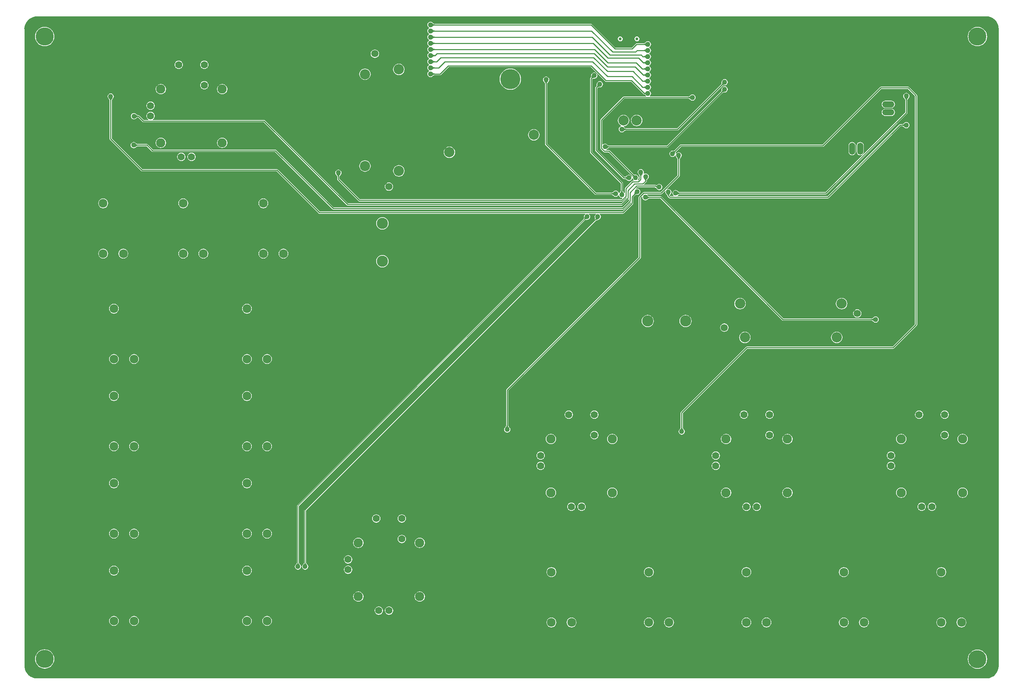
<source format=gbl>
G04*
G04 #@! TF.GenerationSoftware,Altium Limited,Altium Designer,19.1.7 (138)*
G04*
G04 Layer_Physical_Order=2*
G04 Layer_Color=16711680*
%FSAX25Y25*%
%MOIN*%
G70*
G01*
G75*
%ADD14C,0.01000*%
%ADD16C,0.00500*%
%ADD81O,0.05906X0.11812*%
%ADD82O,0.11812X0.05906*%
%ADD83C,0.08500*%
%ADD84C,0.17717*%
%ADD85C,0.07000*%
%ADD86C,0.09000*%
%ADD87C,0.07087*%
%ADD88C,0.10039*%
%ADD89C,0.10000*%
%ADD90C,0.10925*%
%ADD91C,0.19685*%
%ADD92R,0.19685X0.19685*%
%ADD93C,0.02756*%
%ADD94C,0.05000*%
G36*
X0944924Y0650209D02*
X0946484Y0649855D01*
X0947985Y0649299D01*
X0949400Y0648553D01*
X0950706Y0647629D01*
X0951880Y0646542D01*
X0952903Y0645310D01*
X0953755Y0643956D01*
X0954424Y0642503D01*
X0954897Y0640974D01*
X0955167Y0639397D01*
X0955197Y0638613D01*
X0955197Y0015862D01*
X0955200Y0015847D01*
X0955198Y0015831D01*
X0955229Y0015032D01*
X0955081Y0013439D01*
X0954726Y0011878D01*
X0954171Y0010377D01*
X0953425Y0008962D01*
X0952501Y0007656D01*
X0951413Y0006482D01*
X0950182Y0005460D01*
X0948828Y0004607D01*
X0947375Y0003938D01*
X0945846Y0003465D01*
X0944269Y0003195D01*
X0943484Y0003165D01*
X0016000Y0003303D01*
X0015985Y0003300D01*
X0015969Y0003302D01*
X0015170Y0003271D01*
X0013576Y0003419D01*
X0012016Y0003774D01*
X0010515Y0004329D01*
X0009100Y0005075D01*
X0007794Y0005999D01*
X0006620Y0007087D01*
X0005597Y0008318D01*
X0004745Y0009672D01*
X0004076Y0011125D01*
X0003603Y0012654D01*
X0003333Y0014231D01*
X0003303Y0015016D01*
X0003175Y0637500D01*
X0003171Y0637515D01*
X0003174Y0637531D01*
X0003143Y0638330D01*
X0003291Y0639924D01*
X0003645Y0641484D01*
X0004200Y0642985D01*
X0004947Y0644400D01*
X0005871Y0645706D01*
X0006959Y0646880D01*
X0008190Y0647903D01*
X0009544Y0648755D01*
X0010997Y0649424D01*
X0012526Y0649897D01*
X0014103Y0650167D01*
X0014887Y0650197D01*
X0942500Y0650325D01*
X0942515Y0650328D01*
X0942531Y0650326D01*
X0943330Y0650357D01*
X0944924Y0650209D01*
D02*
G37*
%LPC*%
G36*
X0601800Y0630717D02*
X0600878Y0630534D01*
X0600097Y0630012D01*
X0599575Y0629230D01*
X0599392Y0628308D01*
X0599575Y0627387D01*
X0600097Y0626605D01*
X0600878Y0626083D01*
X0601800Y0625900D01*
X0602722Y0626083D01*
X0603503Y0626605D01*
X0604025Y0627387D01*
X0604209Y0628308D01*
X0604025Y0629230D01*
X0603503Y0630012D01*
X0602722Y0630534D01*
X0601800Y0630717D01*
D02*
G37*
G36*
X0585461D02*
X0584540Y0630534D01*
X0583758Y0630012D01*
X0583236Y0629230D01*
X0583053Y0628308D01*
X0583236Y0627387D01*
X0583758Y0626605D01*
X0584540Y0626083D01*
X0585461Y0625900D01*
X0586383Y0626083D01*
X0587164Y0626605D01*
X0587687Y0627387D01*
X0587870Y0628308D01*
X0587687Y0629230D01*
X0587164Y0630012D01*
X0586383Y0630534D01*
X0585461Y0630717D01*
D02*
G37*
G36*
X0934500Y0640003D02*
X0932666Y0639823D01*
X0930901Y0639288D01*
X0929276Y0638419D01*
X0927851Y0637249D01*
X0926681Y0635824D01*
X0925812Y0634199D01*
X0925277Y0632435D01*
X0925097Y0630600D01*
X0925277Y0628765D01*
X0925812Y0627001D01*
X0926681Y0625376D01*
X0927851Y0623951D01*
X0929276Y0622781D01*
X0930901Y0621912D01*
X0932666Y0621377D01*
X0934500Y0621197D01*
X0936335Y0621377D01*
X0938099Y0621912D01*
X0939724Y0622781D01*
X0941149Y0623951D01*
X0942319Y0625376D01*
X0943188Y0627001D01*
X0943723Y0628765D01*
X0943904Y0630600D01*
X0943723Y0632435D01*
X0943188Y0634199D01*
X0942319Y0635824D01*
X0941149Y0637249D01*
X0939724Y0638419D01*
X0938099Y0639288D01*
X0936335Y0639823D01*
X0934500Y0640003D01*
D02*
G37*
G36*
X0023000D02*
X0021166Y0639823D01*
X0019401Y0639288D01*
X0017776Y0638419D01*
X0016351Y0637249D01*
X0015181Y0635824D01*
X0014312Y0634199D01*
X0013777Y0632435D01*
X0013596Y0630600D01*
X0013777Y0628765D01*
X0014312Y0627001D01*
X0015181Y0625376D01*
X0016351Y0623951D01*
X0017776Y0622781D01*
X0019401Y0621912D01*
X0021166Y0621377D01*
X0023000Y0621197D01*
X0024835Y0621377D01*
X0026599Y0621912D01*
X0028224Y0622781D01*
X0029649Y0623951D01*
X0030819Y0625376D01*
X0031688Y0627001D01*
X0032223Y0628765D01*
X0032404Y0630600D01*
X0032223Y0632435D01*
X0031688Y0634199D01*
X0030819Y0635824D01*
X0029649Y0637249D01*
X0028224Y0638419D01*
X0026599Y0639288D01*
X0024835Y0639823D01*
X0023000Y0640003D01*
D02*
G37*
G36*
X0345646Y0617921D02*
X0344590Y0617782D01*
X0343607Y0617374D01*
X0342762Y0616726D01*
X0342114Y0615882D01*
X0341706Y0614898D01*
X0341567Y0613842D01*
X0341706Y0612787D01*
X0342114Y0611803D01*
X0342762Y0610959D01*
X0343607Y0610311D01*
X0344590Y0609903D01*
X0345646Y0609764D01*
X0346701Y0609903D01*
X0347685Y0610311D01*
X0348529Y0610959D01*
X0349178Y0611803D01*
X0349585Y0612787D01*
X0349724Y0613842D01*
X0349585Y0614898D01*
X0349178Y0615882D01*
X0348529Y0616726D01*
X0347685Y0617374D01*
X0346701Y0617782D01*
X0345646Y0617921D01*
D02*
G37*
G36*
X0179000Y0607034D02*
X0177956Y0606897D01*
X0176983Y0606494D01*
X0176147Y0605853D01*
X0175506Y0605017D01*
X0175103Y0604044D01*
X0174966Y0603000D01*
X0175103Y0601956D01*
X0175506Y0600983D01*
X0176147Y0600147D01*
X0176983Y0599506D01*
X0177956Y0599103D01*
X0179000Y0598966D01*
X0180044Y0599103D01*
X0181017Y0599506D01*
X0181853Y0600147D01*
X0182494Y0600983D01*
X0182897Y0601956D01*
X0183035Y0603000D01*
X0182897Y0604044D01*
X0182494Y0605017D01*
X0181853Y0605853D01*
X0181017Y0606494D01*
X0180044Y0606897D01*
X0179000Y0607034D01*
D02*
G37*
G36*
X0154000D02*
X0152956Y0606897D01*
X0151983Y0606494D01*
X0151147Y0605853D01*
X0150506Y0605017D01*
X0150103Y0604044D01*
X0149966Y0603000D01*
X0150103Y0601956D01*
X0150506Y0600983D01*
X0151147Y0600147D01*
X0151983Y0599506D01*
X0152956Y0599103D01*
X0154000Y0598966D01*
X0155044Y0599103D01*
X0156017Y0599506D01*
X0156853Y0600147D01*
X0157494Y0600983D01*
X0157897Y0601956D01*
X0158035Y0603000D01*
X0157897Y0604044D01*
X0157494Y0605017D01*
X0156853Y0605853D01*
X0156017Y0606494D01*
X0155044Y0606897D01*
X0154000Y0607034D01*
D02*
G37*
G36*
X0369071Y0604056D02*
X0367630Y0603866D01*
X0366287Y0603310D01*
X0365134Y0602425D01*
X0364249Y0601272D01*
X0363693Y0599929D01*
X0363504Y0598488D01*
X0363693Y0597047D01*
X0364249Y0595705D01*
X0365134Y0594552D01*
X0366287Y0593667D01*
X0367630Y0593111D01*
X0369071Y0592921D01*
X0370512Y0593111D01*
X0371854Y0593667D01*
X0373007Y0594552D01*
X0373892Y0595705D01*
X0374448Y0597047D01*
X0374638Y0598488D01*
X0374448Y0599929D01*
X0373892Y0601272D01*
X0373007Y0602425D01*
X0371854Y0603310D01*
X0370512Y0603866D01*
X0369071Y0604056D01*
D02*
G37*
G36*
X0336000Y0599331D02*
X0334559Y0599141D01*
X0333216Y0598585D01*
X0332063Y0597701D01*
X0331179Y0596547D01*
X0330622Y0595205D01*
X0330433Y0593764D01*
X0330622Y0592323D01*
X0331179Y0590980D01*
X0332063Y0589827D01*
X0333216Y0588942D01*
X0334559Y0588386D01*
X0336000Y0588197D01*
X0337441Y0588386D01*
X0338784Y0588942D01*
X0339937Y0589827D01*
X0340821Y0590980D01*
X0341378Y0592323D01*
X0341567Y0593764D01*
X0341378Y0595205D01*
X0340821Y0596547D01*
X0339937Y0597701D01*
X0338784Y0598585D01*
X0337441Y0599141D01*
X0336000Y0599331D01*
D02*
G37*
G36*
X0179000Y0587035D02*
X0177956Y0586897D01*
X0176983Y0586494D01*
X0176147Y0585853D01*
X0175506Y0585017D01*
X0175103Y0584044D01*
X0174966Y0583000D01*
X0175103Y0581956D01*
X0175506Y0580983D01*
X0176147Y0580147D01*
X0176983Y0579506D01*
X0177956Y0579103D01*
X0179000Y0578966D01*
X0180044Y0579103D01*
X0181017Y0579506D01*
X0181853Y0580147D01*
X0182494Y0580983D01*
X0182897Y0581956D01*
X0183035Y0583000D01*
X0182897Y0584044D01*
X0182494Y0585017D01*
X0181853Y0585853D01*
X0181017Y0586494D01*
X0180044Y0586897D01*
X0179000Y0587035D01*
D02*
G37*
G36*
X0478000Y0599374D02*
X0476377Y0599247D01*
X0474794Y0598867D01*
X0473290Y0598244D01*
X0471902Y0597393D01*
X0470664Y0596336D01*
X0469607Y0595098D01*
X0468756Y0593710D01*
X0468133Y0592206D01*
X0467753Y0590623D01*
X0467626Y0589000D01*
X0467753Y0587377D01*
X0468133Y0585794D01*
X0468756Y0584290D01*
X0469607Y0582902D01*
X0470664Y0581664D01*
X0471902Y0580607D01*
X0473290Y0579756D01*
X0474794Y0579133D01*
X0476377Y0578753D01*
X0478000Y0578625D01*
X0479623Y0578753D01*
X0481206Y0579133D01*
X0482710Y0579756D01*
X0484098Y0580607D01*
X0485336Y0581664D01*
X0486393Y0582902D01*
X0487244Y0584290D01*
X0487867Y0585794D01*
X0488247Y0587377D01*
X0488375Y0589000D01*
X0488247Y0590623D01*
X0487867Y0592206D01*
X0487244Y0593710D01*
X0486393Y0595098D01*
X0485336Y0596336D01*
X0484098Y0597393D01*
X0482710Y0598244D01*
X0481206Y0598867D01*
X0479623Y0599247D01*
X0478000Y0599374D01*
D02*
G37*
G36*
X0196500Y0584293D02*
X0195195Y0584121D01*
X0193978Y0583617D01*
X0192934Y0582816D01*
X0192132Y0581772D01*
X0191629Y0580555D01*
X0191457Y0579250D01*
X0191629Y0577945D01*
X0192132Y0576728D01*
X0192934Y0575684D01*
X0193978Y0574883D01*
X0195195Y0574379D01*
X0196500Y0574207D01*
X0197805Y0574379D01*
X0199022Y0574883D01*
X0200066Y0575684D01*
X0200868Y0576728D01*
X0201371Y0577945D01*
X0201543Y0579250D01*
X0201371Y0580555D01*
X0200868Y0581772D01*
X0200066Y0582816D01*
X0199022Y0583617D01*
X0197805Y0584121D01*
X0196500Y0584293D01*
D02*
G37*
G36*
X0136500D02*
X0135195Y0584121D01*
X0133978Y0583617D01*
X0132934Y0582816D01*
X0132132Y0581772D01*
X0131629Y0580555D01*
X0131457Y0579250D01*
X0131629Y0577945D01*
X0132132Y0576728D01*
X0132934Y0575684D01*
X0133978Y0574883D01*
X0135195Y0574379D01*
X0136500Y0574207D01*
X0137805Y0574379D01*
X0139022Y0574883D01*
X0140066Y0575684D01*
X0140867Y0576728D01*
X0141371Y0577945D01*
X0141543Y0579250D01*
X0141371Y0580555D01*
X0140867Y0581772D01*
X0140066Y0582816D01*
X0139022Y0583617D01*
X0137805Y0584121D01*
X0136500Y0584293D01*
D02*
G37*
G36*
X0850386Y0567857D02*
X0844480D01*
X0843579Y0567738D01*
X0842739Y0567390D01*
X0842017Y0566837D01*
X0841464Y0566115D01*
X0841116Y0565275D01*
X0840997Y0564374D01*
X0841116Y0563473D01*
X0841464Y0562633D01*
X0842017Y0561911D01*
X0842739Y0561358D01*
X0843579Y0561010D01*
X0844480Y0560891D01*
X0850386D01*
X0851287Y0561010D01*
X0852127Y0561358D01*
X0852849Y0561911D01*
X0853402Y0562633D01*
X0853750Y0563473D01*
X0853869Y0564374D01*
X0853750Y0565275D01*
X0853402Y0566115D01*
X0852849Y0566837D01*
X0852127Y0567390D01*
X0851287Y0567738D01*
X0850386Y0567857D01*
D02*
G37*
G36*
X0126500Y0567034D02*
X0125456Y0566897D01*
X0124483Y0566494D01*
X0123647Y0565853D01*
X0123006Y0565017D01*
X0122603Y0564044D01*
X0122466Y0563000D01*
X0122603Y0561956D01*
X0123006Y0560983D01*
X0123647Y0560147D01*
X0124483Y0559506D01*
X0125456Y0559103D01*
X0126500Y0558965D01*
X0127544Y0559103D01*
X0128517Y0559506D01*
X0129353Y0560147D01*
X0129994Y0560983D01*
X0130397Y0561956D01*
X0130535Y0563000D01*
X0130397Y0564044D01*
X0129994Y0565017D01*
X0129353Y0565853D01*
X0128517Y0566494D01*
X0127544Y0566897D01*
X0126500Y0567034D01*
D02*
G37*
G36*
X0850386Y0559983D02*
X0844480D01*
X0843579Y0559864D01*
X0842739Y0559516D01*
X0842017Y0558963D01*
X0841464Y0558241D01*
X0841116Y0557401D01*
X0840997Y0556500D01*
X0841116Y0555599D01*
X0841464Y0554759D01*
X0842017Y0554037D01*
X0842739Y0553484D01*
X0843579Y0553136D01*
X0844480Y0553017D01*
X0850386D01*
X0851287Y0553136D01*
X0852127Y0553484D01*
X0852849Y0554037D01*
X0853402Y0554759D01*
X0853750Y0555599D01*
X0853869Y0556500D01*
X0853750Y0557401D01*
X0853402Y0558241D01*
X0852849Y0558963D01*
X0852127Y0559516D01*
X0851287Y0559864D01*
X0850386Y0559983D01*
D02*
G37*
G36*
X0601500Y0554147D02*
X0600064Y0553958D01*
X0598726Y0553404D01*
X0597577Y0552523D01*
X0596696Y0551374D01*
X0596142Y0550036D01*
X0595953Y0548600D01*
X0596142Y0547164D01*
X0596696Y0545826D01*
X0597577Y0544677D01*
X0598726Y0543796D01*
X0600064Y0543242D01*
X0601500Y0543052D01*
X0602936Y0543242D01*
X0604274Y0543796D01*
X0605423Y0544677D01*
X0606304Y0545826D01*
X0606858Y0547164D01*
X0607048Y0548600D01*
X0606858Y0550036D01*
X0606304Y0551374D01*
X0605423Y0552523D01*
X0604274Y0553404D01*
X0602936Y0553958D01*
X0601500Y0554147D01*
D02*
G37*
G36*
X0687500Y0589026D02*
X0686717Y0588923D01*
X0685987Y0588621D01*
X0685360Y0588140D01*
X0684879Y0587513D01*
X0684577Y0586783D01*
X0684479Y0586035D01*
X0684459Y0585992D01*
X0684440Y0585355D01*
X0684413Y0585094D01*
X0684374Y0584852D01*
X0684324Y0584637D01*
X0684266Y0584448D01*
X0684200Y0584286D01*
X0684127Y0584149D01*
X0684051Y0584036D01*
X0683947Y0583918D01*
X0683932Y0583874D01*
X0641078Y0541020D01*
X0591026D01*
X0590985Y0541040D01*
X0590828Y0541050D01*
X0590694Y0541076D01*
X0590546Y0541122D01*
X0590384Y0541190D01*
X0590209Y0541282D01*
X0590022Y0541399D01*
X0589830Y0541538D01*
X0589393Y0541912D01*
X0589164Y0542136D01*
X0589121Y0542154D01*
X0588705Y0542473D01*
X0588872Y0542975D01*
X0590136Y0543142D01*
X0591474Y0543696D01*
X0592623Y0544577D01*
X0593504Y0545726D01*
X0594058Y0547064D01*
X0594247Y0548500D01*
X0594058Y0549936D01*
X0593504Y0551274D01*
X0592623Y0552423D01*
X0591474Y0553304D01*
X0590136Y0553858D01*
X0588700Y0554047D01*
X0587264Y0553858D01*
X0585926Y0553304D01*
X0584777Y0552423D01*
X0583896Y0551274D01*
X0583342Y0549936D01*
X0583152Y0548500D01*
X0583342Y0547064D01*
X0583896Y0545726D01*
X0584777Y0544577D01*
X0585926Y0543696D01*
X0586488Y0543463D01*
X0586421Y0542950D01*
X0586217Y0542923D01*
X0585487Y0542621D01*
X0584860Y0542140D01*
X0584379Y0541513D01*
X0584077Y0540783D01*
X0583974Y0540000D01*
X0584077Y0539217D01*
X0584379Y0538487D01*
X0584860Y0537860D01*
X0585487Y0537380D01*
X0586217Y0537077D01*
X0587000Y0536974D01*
X0587783Y0537077D01*
X0588513Y0537380D01*
X0589112Y0537839D01*
X0589156Y0537856D01*
X0589620Y0538292D01*
X0589824Y0538458D01*
X0590022Y0538601D01*
X0590209Y0538718D01*
X0590384Y0538810D01*
X0590546Y0538878D01*
X0590694Y0538924D01*
X0590828Y0538950D01*
X0590985Y0538960D01*
X0591026Y0538980D01*
X0641500D01*
X0641890Y0539058D01*
X0642221Y0539279D01*
X0685374Y0582432D01*
X0685418Y0582447D01*
X0685536Y0582551D01*
X0685649Y0582627D01*
X0685786Y0582700D01*
X0685948Y0582766D01*
X0686137Y0582824D01*
X0686352Y0582874D01*
X0686587Y0582911D01*
X0687159Y0582956D01*
X0687480Y0582959D01*
X0687523Y0582977D01*
X0688283Y0583077D01*
X0689013Y0583380D01*
X0689640Y0583860D01*
X0690121Y0584487D01*
X0690423Y0585217D01*
X0690526Y0586000D01*
X0690423Y0586783D01*
X0690121Y0587513D01*
X0689640Y0588140D01*
X0689013Y0588621D01*
X0688283Y0588923D01*
X0687500Y0589026D01*
D02*
G37*
G36*
X0501000Y0540048D02*
X0499564Y0539858D01*
X0498226Y0539304D01*
X0497077Y0538423D01*
X0496196Y0537274D01*
X0495642Y0535936D01*
X0495452Y0534500D01*
X0495642Y0533064D01*
X0496196Y0531726D01*
X0497077Y0530577D01*
X0498226Y0529696D01*
X0499564Y0529142D01*
X0501000Y0528953D01*
X0502436Y0529142D01*
X0503774Y0529696D01*
X0504923Y0530577D01*
X0505804Y0531726D01*
X0506358Y0533064D01*
X0506547Y0534500D01*
X0506358Y0535936D01*
X0505804Y0537274D01*
X0504923Y0538423D01*
X0503774Y0539304D01*
X0502436Y0539858D01*
X0501000Y0540048D01*
D02*
G37*
G36*
X0196500Y0531793D02*
X0195195Y0531621D01*
X0193978Y0531117D01*
X0192934Y0530316D01*
X0192132Y0529272D01*
X0191629Y0528055D01*
X0191457Y0526750D01*
X0191629Y0525445D01*
X0192132Y0524228D01*
X0192934Y0523184D01*
X0193978Y0522382D01*
X0195195Y0521879D01*
X0196500Y0521707D01*
X0197805Y0521879D01*
X0199022Y0522382D01*
X0200066Y0523184D01*
X0200868Y0524228D01*
X0201371Y0525445D01*
X0201543Y0526750D01*
X0201371Y0528055D01*
X0200868Y0529272D01*
X0200066Y0530316D01*
X0199022Y0531117D01*
X0197805Y0531621D01*
X0196500Y0531793D01*
D02*
G37*
G36*
X0136500D02*
X0135195Y0531621D01*
X0133978Y0531117D01*
X0132934Y0530316D01*
X0132132Y0529272D01*
X0131629Y0528055D01*
X0131457Y0526750D01*
X0131629Y0525445D01*
X0132132Y0524228D01*
X0132934Y0523184D01*
X0133978Y0522382D01*
X0135195Y0521879D01*
X0136500Y0521707D01*
X0137805Y0521879D01*
X0139022Y0522382D01*
X0140066Y0523184D01*
X0140867Y0524228D01*
X0141371Y0525445D01*
X0141543Y0526750D01*
X0141371Y0528055D01*
X0140867Y0529272D01*
X0140066Y0530316D01*
X0139022Y0531117D01*
X0137805Y0531621D01*
X0136500Y0531793D01*
D02*
G37*
G36*
X0819874Y0527503D02*
X0818973Y0527384D01*
X0818133Y0527036D01*
X0817411Y0526483D01*
X0816858Y0525761D01*
X0816510Y0524921D01*
X0816391Y0524020D01*
Y0518114D01*
X0816510Y0517213D01*
X0816858Y0516373D01*
X0817411Y0515651D01*
X0818133Y0515098D01*
X0818973Y0514750D01*
X0819874Y0514631D01*
X0820775Y0514750D01*
X0821615Y0515098D01*
X0822337Y0515651D01*
X0822890Y0516373D01*
X0823238Y0517213D01*
X0823357Y0518114D01*
Y0524020D01*
X0823238Y0524921D01*
X0822890Y0525761D01*
X0822337Y0526483D01*
X0821615Y0527036D01*
X0820775Y0527384D01*
X0819874Y0527503D01*
D02*
G37*
G36*
X0812000D02*
X0811099Y0527384D01*
X0810259Y0527036D01*
X0809537Y0526483D01*
X0808984Y0525761D01*
X0808636Y0524921D01*
X0808517Y0524020D01*
Y0518114D01*
X0808636Y0517213D01*
X0808984Y0516373D01*
X0809537Y0515651D01*
X0810259Y0515098D01*
X0811099Y0514750D01*
X0812000Y0514631D01*
X0812901Y0514750D01*
X0813741Y0515098D01*
X0814463Y0515651D01*
X0815016Y0516373D01*
X0815364Y0517213D01*
X0815483Y0518114D01*
Y0524020D01*
X0815364Y0524921D01*
X0815016Y0525761D01*
X0814463Y0526483D01*
X0813741Y0527036D01*
X0812901Y0527384D01*
X0812000Y0527503D01*
D02*
G37*
G36*
X0418500Y0523047D02*
X0417064Y0522858D01*
X0415726Y0522304D01*
X0414577Y0521423D01*
X0413696Y0520274D01*
X0413142Y0518936D01*
X0412953Y0517500D01*
X0413142Y0516064D01*
X0413696Y0514726D01*
X0414577Y0513577D01*
X0415726Y0512696D01*
X0417064Y0512142D01*
X0418500Y0511952D01*
X0419936Y0512142D01*
X0421274Y0512696D01*
X0422423Y0513577D01*
X0423304Y0514726D01*
X0423858Y0516064D01*
X0424048Y0517500D01*
X0423858Y0518936D01*
X0423304Y0520274D01*
X0422423Y0521423D01*
X0421274Y0522304D01*
X0419936Y0522858D01*
X0418500Y0523047D01*
D02*
G37*
G36*
X0166500Y0517034D02*
X0165456Y0516897D01*
X0164483Y0516494D01*
X0163647Y0515853D01*
X0163006Y0515017D01*
X0162603Y0514044D01*
X0162466Y0513000D01*
X0162603Y0511956D01*
X0163006Y0510983D01*
X0163647Y0510147D01*
X0164483Y0509506D01*
X0165456Y0509103D01*
X0166500Y0508965D01*
X0167544Y0509103D01*
X0168517Y0509506D01*
X0169353Y0510147D01*
X0169994Y0510983D01*
X0170397Y0511956D01*
X0170535Y0513000D01*
X0170397Y0514044D01*
X0169994Y0515017D01*
X0169353Y0515853D01*
X0168517Y0516494D01*
X0167544Y0516897D01*
X0166500Y0517034D01*
D02*
G37*
G36*
X0156500D02*
X0155456Y0516897D01*
X0154483Y0516494D01*
X0153647Y0515853D01*
X0153006Y0515017D01*
X0152603Y0514044D01*
X0152465Y0513000D01*
X0152603Y0511956D01*
X0153006Y0510983D01*
X0153647Y0510147D01*
X0154483Y0509506D01*
X0155456Y0509103D01*
X0156500Y0508965D01*
X0157544Y0509103D01*
X0158517Y0509506D01*
X0159353Y0510147D01*
X0159994Y0510983D01*
X0160397Y0511956D01*
X0160535Y0513000D01*
X0160397Y0514044D01*
X0159994Y0515017D01*
X0159353Y0515853D01*
X0158517Y0516494D01*
X0157544Y0516897D01*
X0156500Y0517034D01*
D02*
G37*
G36*
X0336000Y0509567D02*
X0334559Y0509378D01*
X0333216Y0508821D01*
X0332063Y0507937D01*
X0331179Y0506784D01*
X0330622Y0505441D01*
X0330433Y0504000D01*
X0330622Y0502559D01*
X0331179Y0501216D01*
X0332063Y0500063D01*
X0333216Y0499179D01*
X0334559Y0498622D01*
X0336000Y0498433D01*
X0337441Y0498622D01*
X0338784Y0499179D01*
X0339937Y0500063D01*
X0340821Y0501216D01*
X0341378Y0502559D01*
X0341567Y0504000D01*
X0341378Y0505441D01*
X0340821Y0506784D01*
X0339937Y0507937D01*
X0338784Y0508821D01*
X0337441Y0509378D01*
X0336000Y0509567D01*
D02*
G37*
G36*
X0400000Y0645026D02*
X0399217Y0644923D01*
X0398487Y0644621D01*
X0397860Y0644140D01*
X0397379Y0643513D01*
X0397077Y0642783D01*
X0396974Y0642000D01*
X0397077Y0641217D01*
X0397379Y0640487D01*
X0397860Y0639860D01*
X0398487Y0639380D01*
X0398750Y0639271D01*
Y0638729D01*
X0398487Y0638621D01*
X0397860Y0638140D01*
X0397379Y0637513D01*
X0397077Y0636783D01*
X0396974Y0636000D01*
X0397077Y0635217D01*
X0397379Y0634487D01*
X0397860Y0633860D01*
X0398487Y0633380D01*
X0398750Y0633271D01*
Y0632729D01*
X0398487Y0632620D01*
X0397860Y0632140D01*
X0397379Y0631513D01*
X0397077Y0630783D01*
X0396974Y0630000D01*
X0397077Y0629217D01*
X0397379Y0628487D01*
X0397860Y0627860D01*
X0398487Y0627380D01*
X0398750Y0627271D01*
Y0626729D01*
X0398487Y0626620D01*
X0397860Y0626140D01*
X0397379Y0625513D01*
X0397077Y0624783D01*
X0396974Y0624000D01*
X0397077Y0623217D01*
X0397379Y0622487D01*
X0397860Y0621860D01*
X0398487Y0621380D01*
X0398750Y0621271D01*
Y0620729D01*
X0398487Y0620620D01*
X0397860Y0620140D01*
X0397379Y0619513D01*
X0397077Y0618783D01*
X0396974Y0618000D01*
X0397077Y0617217D01*
X0397379Y0616487D01*
X0397860Y0615860D01*
X0398487Y0615379D01*
X0398750Y0615271D01*
Y0614729D01*
X0398487Y0614620D01*
X0397860Y0614140D01*
X0397379Y0613513D01*
X0397077Y0612783D01*
X0396974Y0612000D01*
X0397077Y0611217D01*
X0397379Y0610487D01*
X0397860Y0609860D01*
X0398487Y0609379D01*
X0398750Y0609271D01*
Y0608729D01*
X0398487Y0608621D01*
X0397860Y0608140D01*
X0397379Y0607513D01*
X0397077Y0606783D01*
X0396974Y0606000D01*
X0397077Y0605217D01*
X0397379Y0604487D01*
X0397860Y0603860D01*
X0398487Y0603379D01*
X0398750Y0603271D01*
Y0602729D01*
X0398487Y0602621D01*
X0397860Y0602140D01*
X0397379Y0601513D01*
X0397077Y0600783D01*
X0396974Y0600000D01*
X0397077Y0599217D01*
X0397379Y0598487D01*
X0397860Y0597860D01*
X0398487Y0597379D01*
X0398750Y0597271D01*
Y0596729D01*
X0398487Y0596621D01*
X0397860Y0596140D01*
X0397379Y0595513D01*
X0397077Y0594783D01*
X0396974Y0594000D01*
X0397077Y0593217D01*
X0397379Y0592487D01*
X0397860Y0591860D01*
X0398487Y0591379D01*
X0399217Y0591077D01*
X0400000Y0590974D01*
X0400783Y0591077D01*
X0401513Y0591379D01*
X0402112Y0591839D01*
X0402156Y0591856D01*
X0402621Y0592292D01*
X0402824Y0592458D01*
X0403022Y0592601D01*
X0403209Y0592718D01*
X0403384Y0592810D01*
X0403546Y0592878D01*
X0403694Y0592924D01*
X0403828Y0592950D01*
X0403985Y0592960D01*
X0404026Y0592980D01*
X0409500D01*
X0409890Y0593058D01*
X0410221Y0593279D01*
X0417922Y0600980D01*
X0556578D01*
X0570779Y0586779D01*
X0571110Y0586558D01*
X0571500Y0586480D01*
X0596078D01*
X0608279Y0574279D01*
X0608610Y0574058D01*
X0608883Y0574004D01*
X0608980Y0573959D01*
X0609140Y0573953D01*
X0609264Y0573939D01*
X0609371Y0573916D01*
X0609463Y0573887D01*
X0609541Y0573852D01*
X0609608Y0573812D01*
X0609666Y0573767D01*
X0609718Y0573715D01*
X0609765Y0573654D01*
X0609825Y0573554D01*
X0609863Y0573526D01*
X0609879Y0573487D01*
X0609905Y0573454D01*
X0609906Y0573451D01*
X0609908Y0573450D01*
X0610360Y0572860D01*
X0610805Y0572520D01*
X0610635Y0572020D01*
X0589000D01*
X0588610Y0571942D01*
X0588279Y0571721D01*
X0566393Y0549835D01*
X0566172Y0549504D01*
X0566095Y0549114D01*
Y0521436D01*
X0566172Y0521046D01*
X0566393Y0520715D01*
X0569329Y0517779D01*
X0569660Y0517558D01*
X0570050Y0517480D01*
X0574078D01*
X0596932Y0494626D01*
X0596947Y0494582D01*
X0597051Y0494464D01*
X0597127Y0494351D01*
X0597200Y0494214D01*
X0597266Y0494052D01*
X0597324Y0493863D01*
X0597328Y0493845D01*
X0597275Y0493740D01*
X0596725Y0493760D01*
X0596621Y0494013D01*
X0596140Y0494640D01*
X0595513Y0495120D01*
X0594783Y0495423D01*
X0594000Y0495526D01*
X0593217Y0495423D01*
X0592487Y0495120D01*
X0591888Y0494661D01*
X0591844Y0494644D01*
X0591379Y0494208D01*
X0591176Y0494042D01*
X0590978Y0493899D01*
X0590791Y0493782D01*
X0590616Y0493690D01*
X0590454Y0493622D01*
X0590306Y0493576D01*
X0590172Y0493550D01*
X0590015Y0493540D01*
X0589974Y0493520D01*
X0589422D01*
X0563020Y0519922D01*
Y0580078D01*
X0563374Y0580432D01*
X0563418Y0580447D01*
X0563536Y0580551D01*
X0563649Y0580627D01*
X0563786Y0580700D01*
X0563948Y0580766D01*
X0564137Y0580824D01*
X0564352Y0580874D01*
X0564587Y0580911D01*
X0565159Y0580956D01*
X0565480Y0580959D01*
X0565523Y0580977D01*
X0566283Y0581077D01*
X0567013Y0581380D01*
X0567640Y0581860D01*
X0568120Y0582487D01*
X0568423Y0583217D01*
X0568526Y0584000D01*
X0568423Y0584783D01*
X0568120Y0585513D01*
X0567640Y0586140D01*
X0567013Y0586621D01*
X0566283Y0586923D01*
X0565500Y0587026D01*
X0564717Y0586923D01*
X0563987Y0586621D01*
X0563360Y0586140D01*
X0562880Y0585513D01*
X0562577Y0584783D01*
X0562479Y0584035D01*
X0562459Y0583992D01*
X0562439Y0583355D01*
X0562413Y0583094D01*
X0562374Y0582852D01*
X0562324Y0582637D01*
X0562266Y0582448D01*
X0562200Y0582286D01*
X0562127Y0582149D01*
X0562051Y0582036D01*
X0561947Y0581918D01*
X0561932Y0581874D01*
X0561279Y0581221D01*
X0561058Y0580890D01*
X0560980Y0580500D01*
Y0519500D01*
X0561058Y0519110D01*
X0561279Y0518779D01*
X0588279Y0491779D01*
X0588610Y0491558D01*
X0589000Y0491480D01*
X0589974D01*
X0590015Y0491460D01*
X0590172Y0491450D01*
X0590306Y0491424D01*
X0590454Y0491378D01*
X0590616Y0491310D01*
X0590791Y0491218D01*
X0590978Y0491101D01*
X0591170Y0490962D01*
X0591607Y0490588D01*
X0591836Y0490364D01*
X0591879Y0490346D01*
X0592487Y0489880D01*
X0593217Y0489577D01*
X0594000Y0489474D01*
X0594783Y0489577D01*
X0595513Y0489880D01*
X0596140Y0490360D01*
X0596621Y0490987D01*
X0596923Y0491717D01*
X0596998Y0492287D01*
X0597502D01*
X0597577Y0491717D01*
X0597880Y0490987D01*
X0598360Y0490360D01*
X0598805Y0490020D01*
X0598635Y0489520D01*
X0597500D01*
X0597110Y0489442D01*
X0596779Y0489221D01*
X0590279Y0482721D01*
X0590058Y0482390D01*
X0589980Y0482000D01*
Y0477865D01*
X0589480Y0477696D01*
X0589161Y0478112D01*
X0589144Y0478156D01*
X0588708Y0478620D01*
X0588542Y0478824D01*
X0588399Y0479022D01*
X0588282Y0479209D01*
X0588190Y0479384D01*
X0588122Y0479546D01*
X0588076Y0479694D01*
X0588050Y0479827D01*
X0588040Y0479985D01*
X0588020Y0480026D01*
Y0487500D01*
X0587942Y0487890D01*
X0587721Y0488221D01*
X0558020Y0517922D01*
Y0589036D01*
X0558036Y0589051D01*
X0558149Y0589127D01*
X0558286Y0589200D01*
X0558448Y0589266D01*
X0558637Y0589324D01*
X0558852Y0589374D01*
X0559087Y0589411D01*
X0559659Y0589456D01*
X0559980Y0589459D01*
X0560023Y0589477D01*
X0560783Y0589577D01*
X0561513Y0589880D01*
X0562140Y0590360D01*
X0562620Y0590987D01*
X0562923Y0591717D01*
X0563026Y0592500D01*
X0562923Y0593283D01*
X0562620Y0594013D01*
X0562140Y0594640D01*
X0561513Y0595120D01*
X0560783Y0595423D01*
X0560000Y0595526D01*
X0559217Y0595423D01*
X0558487Y0595120D01*
X0557860Y0594640D01*
X0557379Y0594013D01*
X0557077Y0593283D01*
X0556979Y0592535D01*
X0556959Y0592492D01*
X0556940Y0591855D01*
X0556913Y0591594D01*
X0556874Y0591352D01*
X0556824Y0591137D01*
X0556766Y0590948D01*
X0556700Y0590786D01*
X0556627Y0590649D01*
X0556551Y0590536D01*
X0556447Y0590418D01*
X0556432Y0590374D01*
X0556279Y0590221D01*
X0556058Y0589890D01*
X0555980Y0589500D01*
Y0517500D01*
X0556058Y0517110D01*
X0556279Y0516779D01*
X0585980Y0487078D01*
Y0480026D01*
X0585960Y0479985D01*
X0585950Y0479827D01*
X0585924Y0479694D01*
X0585878Y0479546D01*
X0585810Y0479384D01*
X0585718Y0479209D01*
X0585601Y0479022D01*
X0585462Y0478830D01*
X0585088Y0478393D01*
X0584864Y0478164D01*
X0584846Y0478121D01*
X0584450Y0477605D01*
X0584102Y0477640D01*
X0583931Y0477718D01*
X0583923Y0477783D01*
X0583621Y0478513D01*
X0583140Y0479140D01*
X0582513Y0479621D01*
X0581783Y0479923D01*
X0581000Y0480026D01*
X0580217Y0479923D01*
X0579487Y0479621D01*
X0578888Y0479161D01*
X0578844Y0479144D01*
X0578379Y0478708D01*
X0578176Y0478542D01*
X0577978Y0478399D01*
X0577791Y0478282D01*
X0577616Y0478190D01*
X0577454Y0478122D01*
X0577306Y0478076D01*
X0577173Y0478050D01*
X0577015Y0478040D01*
X0576974Y0478020D01*
X0561922D01*
X0514020Y0525922D01*
Y0584474D01*
X0514040Y0584515D01*
X0514050Y0584672D01*
X0514076Y0584806D01*
X0514122Y0584954D01*
X0514190Y0585116D01*
X0514282Y0585291D01*
X0514399Y0585478D01*
X0514538Y0585670D01*
X0514912Y0586107D01*
X0515136Y0586336D01*
X0515154Y0586379D01*
X0515621Y0586987D01*
X0515923Y0587717D01*
X0516026Y0588500D01*
X0515923Y0589283D01*
X0515621Y0590013D01*
X0515140Y0590640D01*
X0514513Y0591120D01*
X0513783Y0591423D01*
X0513000Y0591526D01*
X0512217Y0591423D01*
X0511487Y0591120D01*
X0510860Y0590640D01*
X0510380Y0590013D01*
X0510077Y0589283D01*
X0509974Y0588500D01*
X0510077Y0587717D01*
X0510380Y0586987D01*
X0510839Y0586388D01*
X0510856Y0586344D01*
X0511292Y0585880D01*
X0511458Y0585676D01*
X0511601Y0585478D01*
X0511718Y0585291D01*
X0511810Y0585116D01*
X0511878Y0584954D01*
X0511924Y0584806D01*
X0511950Y0584672D01*
X0511960Y0584515D01*
X0511980Y0584474D01*
Y0525500D01*
X0512058Y0525110D01*
X0512279Y0524779D01*
X0560779Y0476279D01*
X0561110Y0476058D01*
X0561500Y0475980D01*
X0576974D01*
X0577015Y0475960D01*
X0577173Y0475950D01*
X0577306Y0475924D01*
X0577454Y0475878D01*
X0577616Y0475810D01*
X0577791Y0475718D01*
X0577978Y0475601D01*
X0578170Y0475462D01*
X0578607Y0475088D01*
X0578836Y0474864D01*
X0578879Y0474846D01*
X0579487Y0474379D01*
X0580217Y0474077D01*
X0581000Y0473974D01*
X0581783Y0474077D01*
X0582513Y0474379D01*
X0583140Y0474860D01*
X0583549Y0475394D01*
X0583898Y0475360D01*
X0584069Y0475282D01*
X0584077Y0475217D01*
X0584379Y0474487D01*
X0584860Y0473860D01*
X0585487Y0473380D01*
X0586217Y0473077D01*
X0587000Y0472974D01*
X0587456Y0473034D01*
X0587683Y0472560D01*
X0586592Y0471520D01*
X0330922D01*
X0311020Y0491422D01*
Y0493474D01*
X0311040Y0493515D01*
X0311050Y0493673D01*
X0311076Y0493806D01*
X0311122Y0493954D01*
X0311190Y0494116D01*
X0311282Y0494291D01*
X0311399Y0494478D01*
X0311538Y0494670D01*
X0311912Y0495107D01*
X0312136Y0495336D01*
X0312154Y0495379D01*
X0312620Y0495987D01*
X0312923Y0496717D01*
X0313026Y0497500D01*
X0312923Y0498283D01*
X0312620Y0499013D01*
X0312140Y0499640D01*
X0311513Y0500120D01*
X0310783Y0500423D01*
X0310000Y0500526D01*
X0309217Y0500423D01*
X0308487Y0500120D01*
X0307860Y0499640D01*
X0307380Y0499013D01*
X0307077Y0498283D01*
X0306974Y0497500D01*
X0307077Y0496717D01*
X0307380Y0495987D01*
X0307839Y0495388D01*
X0307856Y0495344D01*
X0308292Y0494879D01*
X0308458Y0494676D01*
X0308601Y0494478D01*
X0308718Y0494291D01*
X0308810Y0494116D01*
X0308878Y0493954D01*
X0308924Y0493806D01*
X0308950Y0493673D01*
X0308960Y0493515D01*
X0308980Y0493474D01*
Y0491000D01*
X0309058Y0490610D01*
X0309279Y0490279D01*
X0329779Y0469779D01*
X0330110Y0469558D01*
X0330500Y0469480D01*
X0587000D01*
X0587183Y0469517D01*
X0587368Y0469549D01*
X0587378Y0469556D01*
X0587390Y0469558D01*
X0587546Y0469662D01*
X0587704Y0469762D01*
X0591184Y0473081D01*
X0591723Y0472903D01*
X0591758Y0472700D01*
X0586578Y0467520D01*
X0319422D01*
X0238221Y0548721D01*
X0237890Y0548942D01*
X0237500Y0549020D01*
X0128664D01*
X0128530Y0549470D01*
X0128535Y0549520D01*
X0129353Y0550147D01*
X0129994Y0550983D01*
X0130397Y0551956D01*
X0130535Y0553000D01*
X0130397Y0554044D01*
X0129994Y0555017D01*
X0129353Y0555853D01*
X0128517Y0556494D01*
X0127544Y0556897D01*
X0126500Y0557034D01*
X0125456Y0556897D01*
X0124483Y0556494D01*
X0123647Y0555853D01*
X0123006Y0555017D01*
X0122603Y0554044D01*
X0122466Y0553000D01*
X0122603Y0551956D01*
X0123006Y0550983D01*
X0123647Y0550147D01*
X0124465Y0549520D01*
X0124470Y0549470D01*
X0124336Y0549020D01*
X0119922D01*
X0115471Y0553471D01*
X0115140Y0553692D01*
X0114750Y0553770D01*
X0114276D01*
X0114235Y0553790D01*
X0114077Y0553800D01*
X0113944Y0553826D01*
X0113796Y0553872D01*
X0113634Y0553940D01*
X0113459Y0554032D01*
X0113272Y0554149D01*
X0113080Y0554288D01*
X0112643Y0554662D01*
X0112414Y0554886D01*
X0112371Y0554904D01*
X0111763Y0555371D01*
X0111033Y0555673D01*
X0110250Y0555776D01*
X0109467Y0555673D01*
X0108737Y0555371D01*
X0108110Y0554890D01*
X0107630Y0554263D01*
X0107327Y0553533D01*
X0107224Y0552750D01*
X0107327Y0551967D01*
X0107630Y0551237D01*
X0108110Y0550610D01*
X0108737Y0550130D01*
X0109467Y0549827D01*
X0110250Y0549724D01*
X0111033Y0549827D01*
X0111763Y0550130D01*
X0112362Y0550589D01*
X0112406Y0550606D01*
X0112871Y0551042D01*
X0113074Y0551208D01*
X0113272Y0551351D01*
X0113459Y0551468D01*
X0113634Y0551560D01*
X0113796Y0551628D01*
X0113944Y0551674D01*
X0114077Y0551700D01*
X0114235Y0551710D01*
X0114276Y0551730D01*
X0114328D01*
X0118779Y0547279D01*
X0119110Y0547058D01*
X0119500Y0546980D01*
X0237078D01*
X0318279Y0465779D01*
X0318610Y0465558D01*
X0319000Y0465480D01*
X0587000D01*
X0587390Y0465558D01*
X0587721Y0465779D01*
X0593480Y0471538D01*
X0593980Y0471331D01*
Y0469922D01*
X0587578Y0463520D01*
X0305422Y0463519D01*
X0249221Y0519721D01*
X0248890Y0519942D01*
X0248500Y0520020D01*
X0128922D01*
X0123721Y0525221D01*
X0123390Y0525442D01*
X0123000Y0525520D01*
X0114026D01*
X0113985Y0525540D01*
X0113828Y0525550D01*
X0113694Y0525576D01*
X0113546Y0525622D01*
X0113384Y0525690D01*
X0113209Y0525782D01*
X0113022Y0525899D01*
X0112830Y0526038D01*
X0112393Y0526412D01*
X0112164Y0526636D01*
X0112121Y0526654D01*
X0111513Y0527120D01*
X0110783Y0527423D01*
X0110000Y0527526D01*
X0109217Y0527423D01*
X0108487Y0527120D01*
X0107860Y0526640D01*
X0107379Y0526013D01*
X0107077Y0525283D01*
X0106974Y0524500D01*
X0107077Y0523717D01*
X0107379Y0522987D01*
X0107860Y0522360D01*
X0108487Y0521879D01*
X0109217Y0521577D01*
X0110000Y0521474D01*
X0110783Y0521577D01*
X0111513Y0521879D01*
X0112112Y0522339D01*
X0112156Y0522356D01*
X0112620Y0522792D01*
X0112824Y0522958D01*
X0113022Y0523101D01*
X0113209Y0523218D01*
X0113384Y0523310D01*
X0113546Y0523378D01*
X0113694Y0523424D01*
X0113828Y0523450D01*
X0113985Y0523460D01*
X0114026Y0523480D01*
X0122578D01*
X0127779Y0518279D01*
X0128110Y0518058D01*
X0128500Y0517980D01*
X0248078D01*
X0304279Y0461779D01*
X0304610Y0461558D01*
X0305000Y0461480D01*
X0588000Y0461480D01*
X0588390Y0461558D01*
X0588721Y0461779D01*
X0595419Y0468477D01*
X0595880Y0468295D01*
X0595927Y0467869D01*
X0587578Y0459520D01*
X0291922D01*
X0250721Y0500721D01*
X0250390Y0500942D01*
X0250000Y0501020D01*
X0118422D01*
X0088520Y0530922D01*
Y0567974D01*
X0088540Y0568015D01*
X0088550Y0568173D01*
X0088576Y0568306D01*
X0088622Y0568454D01*
X0088690Y0568616D01*
X0088782Y0568791D01*
X0088899Y0568978D01*
X0089038Y0569170D01*
X0089412Y0569607D01*
X0089636Y0569836D01*
X0089654Y0569879D01*
X0090121Y0570487D01*
X0090423Y0571217D01*
X0090526Y0572000D01*
X0090423Y0572783D01*
X0090121Y0573513D01*
X0089640Y0574140D01*
X0089013Y0574620D01*
X0088283Y0574923D01*
X0087500Y0575026D01*
X0086717Y0574923D01*
X0085987Y0574620D01*
X0085360Y0574140D01*
X0084879Y0573513D01*
X0084577Y0572783D01*
X0084474Y0572000D01*
X0084577Y0571217D01*
X0084879Y0570487D01*
X0085339Y0569888D01*
X0085356Y0569844D01*
X0085792Y0569380D01*
X0085958Y0569176D01*
X0086101Y0568978D01*
X0086218Y0568791D01*
X0086310Y0568616D01*
X0086378Y0568454D01*
X0086424Y0568306D01*
X0086450Y0568173D01*
X0086460Y0568015D01*
X0086480Y0567974D01*
Y0530500D01*
X0086558Y0530110D01*
X0086779Y0529779D01*
X0117279Y0499279D01*
X0117610Y0499058D01*
X0118000Y0498980D01*
X0249578D01*
X0290779Y0457779D01*
X0291110Y0457558D01*
X0291500Y0457480D01*
X0551135D01*
X0551304Y0456980D01*
X0550860Y0456640D01*
X0550380Y0456013D01*
X0550077Y0455283D01*
X0549977Y0454519D01*
X0549959Y0454477D01*
Y0454475D01*
X0549959Y0454475D01*
X0549959Y0454475D01*
X0549958Y0454080D01*
X0549946Y0453730D01*
X0549893Y0453114D01*
X0549855Y0452872D01*
X0549808Y0452663D01*
X0549756Y0452495D01*
X0549703Y0452369D01*
X0549656Y0452286D01*
X0549586Y0452201D01*
X0549571Y0452152D01*
X0269959Y0172541D01*
X0269794Y0172293D01*
X0269735Y0172000D01*
Y0116585D01*
X0269711Y0116540D01*
X0269701Y0116430D01*
X0269676Y0116338D01*
X0269624Y0116212D01*
X0269542Y0116056D01*
X0269427Y0115875D01*
X0269286Y0115681D01*
X0268639Y0114941D01*
X0268366Y0114667D01*
X0268349Y0114625D01*
X0267880Y0114013D01*
X0267577Y0113283D01*
X0267474Y0112500D01*
X0267577Y0111717D01*
X0267880Y0110987D01*
X0268360Y0110360D01*
X0268987Y0109880D01*
X0269717Y0109577D01*
X0270500Y0109474D01*
X0271283Y0109577D01*
X0272013Y0109880D01*
X0272640Y0110360D01*
X0273120Y0110987D01*
X0273423Y0111717D01*
X0273526Y0112500D01*
X0273423Y0113283D01*
X0273120Y0114013D01*
X0272651Y0114625D01*
X0272634Y0114667D01*
X0272354Y0114948D01*
X0272115Y0115203D01*
X0271717Y0115677D01*
X0271573Y0115875D01*
X0271458Y0116056D01*
X0271376Y0116212D01*
X0271324Y0116338D01*
X0271299Y0116430D01*
X0271289Y0116540D01*
X0271265Y0116585D01*
Y0171683D01*
X0550652Y0451071D01*
X0550701Y0451086D01*
X0550786Y0451156D01*
X0550869Y0451203D01*
X0550995Y0451256D01*
X0551163Y0451308D01*
X0551372Y0451355D01*
X0551609Y0451392D01*
X0552590Y0451458D01*
X0552977Y0451459D01*
X0553019Y0451477D01*
X0553783Y0451577D01*
X0554513Y0451880D01*
X0555140Y0452360D01*
X0555620Y0452987D01*
X0555923Y0453717D01*
X0556026Y0454500D01*
X0555923Y0455283D01*
X0555620Y0456013D01*
X0555140Y0456640D01*
X0554696Y0456980D01*
X0554865Y0457480D01*
X0561635D01*
X0561804Y0456980D01*
X0561360Y0456640D01*
X0560880Y0456013D01*
X0560577Y0455283D01*
X0560474Y0454500D01*
X0560577Y0453717D01*
X0560595Y0453675D01*
X0560588Y0453622D01*
X0560681Y0453293D01*
X0560748Y0453003D01*
X0560792Y0452741D01*
X0560814Y0452509D01*
X0560817Y0452309D01*
X0560802Y0452141D01*
X0560773Y0452006D01*
X0560735Y0451901D01*
X0560691Y0451823D01*
X0560608Y0451724D01*
X0560593Y0451674D01*
X0560580Y0451661D01*
X0560549Y0451636D01*
X0560548Y0451630D01*
X0276959Y0168041D01*
X0276794Y0167793D01*
X0276735Y0167500D01*
Y0116585D01*
X0276711Y0116540D01*
X0276701Y0116430D01*
X0276676Y0116338D01*
X0276624Y0116212D01*
X0276542Y0116056D01*
X0276427Y0115875D01*
X0276286Y0115681D01*
X0275639Y0114941D01*
X0275366Y0114667D01*
X0275349Y0114625D01*
X0274880Y0114013D01*
X0274577Y0113283D01*
X0274474Y0112500D01*
X0274577Y0111717D01*
X0274880Y0110987D01*
X0275360Y0110360D01*
X0275987Y0109880D01*
X0276717Y0109577D01*
X0277500Y0109474D01*
X0278283Y0109577D01*
X0279013Y0109880D01*
X0279640Y0110360D01*
X0280120Y0110987D01*
X0280423Y0111717D01*
X0280526Y0112500D01*
X0280423Y0113283D01*
X0280120Y0114013D01*
X0279651Y0114625D01*
X0279634Y0114667D01*
X0279354Y0114948D01*
X0279115Y0115203D01*
X0278717Y0115677D01*
X0278573Y0115875D01*
X0278458Y0116056D01*
X0278376Y0116212D01*
X0278324Y0116338D01*
X0278299Y0116430D01*
X0278289Y0116540D01*
X0278265Y0116585D01*
Y0167183D01*
X0561771Y0450690D01*
X0561814Y0450702D01*
X0561823Y0450708D01*
X0563886Y0451446D01*
X0564333Y0451575D01*
X0564334Y0451576D01*
X0564336Y0451576D01*
X0564395Y0451623D01*
X0565013Y0451880D01*
X0565640Y0452360D01*
X0566120Y0452987D01*
X0566423Y0453717D01*
X0566526Y0454500D01*
X0566423Y0455283D01*
X0566120Y0456013D01*
X0565640Y0456640D01*
X0565196Y0456980D01*
X0565365Y0457480D01*
X0588000D01*
X0588390Y0457558D01*
X0588721Y0457779D01*
X0597721Y0466779D01*
X0597942Y0467110D01*
X0598020Y0467500D01*
Y0473562D01*
X0599890Y0475432D01*
X0599933Y0475447D01*
X0600052Y0475551D01*
X0600165Y0475627D01*
X0600302Y0475700D01*
X0600464Y0475766D01*
X0600653Y0475824D01*
X0600868Y0475874D01*
X0601102Y0475911D01*
X0601675Y0475956D01*
X0601996Y0475959D01*
X0602039Y0475977D01*
X0602799Y0476077D01*
X0603529Y0476379D01*
X0604155Y0476860D01*
X0604636Y0477487D01*
X0604939Y0478217D01*
X0605042Y0479000D01*
X0604939Y0479783D01*
X0604636Y0480513D01*
X0604155Y0481140D01*
X0603529Y0481621D01*
X0602799Y0481923D01*
X0602016Y0482026D01*
X0601233Y0481923D01*
X0600958Y0481809D01*
X0600675Y0482233D01*
X0601922Y0483480D01*
X0619421D01*
X0620122Y0482779D01*
X0620453Y0482558D01*
X0620660Y0482517D01*
X0620880Y0481987D01*
X0621360Y0481360D01*
X0621987Y0480879D01*
X0622717Y0480577D01*
X0623500Y0480474D01*
X0624283Y0480577D01*
X0625013Y0480879D01*
X0625640Y0481360D01*
X0626121Y0481987D01*
X0626423Y0482717D01*
X0626526Y0483500D01*
X0626423Y0484283D01*
X0626121Y0485013D01*
X0625640Y0485640D01*
X0625013Y0486121D01*
X0624283Y0486423D01*
X0623500Y0486526D01*
X0622717Y0486423D01*
X0621987Y0486121D01*
X0621360Y0485640D01*
X0621140Y0485352D01*
X0620565Y0485221D01*
X0620486Y0485273D01*
X0620233Y0485442D01*
X0619843Y0485520D01*
X0608669D01*
X0608462Y0486020D01*
X0610977Y0488535D01*
X0611198Y0488866D01*
X0611276Y0489256D01*
Y0489730D01*
X0611297Y0489772D01*
X0611307Y0489929D01*
X0611332Y0490063D01*
X0611378Y0490211D01*
X0611446Y0490372D01*
X0611538Y0490547D01*
X0611656Y0490734D01*
X0611795Y0490927D01*
X0612168Y0491363D01*
X0612393Y0491592D01*
X0612410Y0491635D01*
X0612877Y0492243D01*
X0613179Y0492973D01*
X0613282Y0493756D01*
X0613179Y0494540D01*
X0612877Y0495269D01*
X0612396Y0495896D01*
X0611769Y0496377D01*
X0611040Y0496679D01*
X0610256Y0496782D01*
X0609473Y0496679D01*
X0608743Y0496377D01*
X0608700Y0496344D01*
X0608614Y0496371D01*
X0608328Y0496987D01*
X0608423Y0497217D01*
X0608526Y0498000D01*
X0608423Y0498783D01*
X0608120Y0499513D01*
X0607640Y0500140D01*
X0607013Y0500621D01*
X0606283Y0500923D01*
X0605500Y0501026D01*
X0604717Y0500923D01*
X0603987Y0500621D01*
X0603360Y0500140D01*
X0602879Y0499513D01*
X0602577Y0498783D01*
X0602474Y0498000D01*
X0602577Y0497217D01*
X0602879Y0496487D01*
X0603339Y0495888D01*
X0603356Y0495844D01*
X0603792Y0495379D01*
X0603958Y0495176D01*
X0604101Y0494978D01*
X0604218Y0494791D01*
X0604310Y0494616D01*
X0604378Y0494454D01*
X0604424Y0494306D01*
X0604450Y0494172D01*
X0604460Y0494015D01*
X0604480Y0493974D01*
Y0491422D01*
X0602813Y0489755D01*
X0602705Y0489780D01*
X0602588Y0490321D01*
X0602640Y0490360D01*
X0603121Y0490987D01*
X0603423Y0491717D01*
X0603526Y0492500D01*
X0603423Y0493283D01*
X0603121Y0494013D01*
X0602640Y0494640D01*
X0602013Y0495120D01*
X0601283Y0495423D01*
X0600535Y0495521D01*
X0600492Y0495541D01*
X0599855Y0495561D01*
X0599594Y0495587D01*
X0599352Y0495626D01*
X0599137Y0495676D01*
X0598948Y0495734D01*
X0598786Y0495800D01*
X0598649Y0495873D01*
X0598536Y0495949D01*
X0598418Y0496053D01*
X0598374Y0496068D01*
X0575221Y0519221D01*
X0574890Y0519442D01*
X0574500Y0519520D01*
X0571633D01*
X0571534Y0520020D01*
X0572127Y0520265D01*
X0572726Y0520725D01*
X0572770Y0520742D01*
X0573235Y0521178D01*
X0573438Y0521344D01*
X0573636Y0521487D01*
X0573823Y0521604D01*
X0573998Y0521696D01*
X0574160Y0521764D01*
X0574308Y0521810D01*
X0574442Y0521836D01*
X0574599Y0521846D01*
X0574641Y0521866D01*
X0631386D01*
X0631776Y0521944D01*
X0632107Y0522165D01*
X0685374Y0575432D01*
X0685418Y0575447D01*
X0685536Y0575551D01*
X0685649Y0575627D01*
X0685786Y0575700D01*
X0685948Y0575766D01*
X0686137Y0575824D01*
X0686352Y0575874D01*
X0686587Y0575911D01*
X0687159Y0575956D01*
X0687480Y0575959D01*
X0687523Y0575977D01*
X0688283Y0576077D01*
X0689013Y0576379D01*
X0689640Y0576860D01*
X0690121Y0577487D01*
X0690423Y0578217D01*
X0690526Y0579000D01*
X0690423Y0579783D01*
X0690121Y0580513D01*
X0689640Y0581140D01*
X0689013Y0581621D01*
X0688283Y0581923D01*
X0687500Y0582026D01*
X0686717Y0581923D01*
X0685987Y0581621D01*
X0685360Y0581140D01*
X0684879Y0580513D01*
X0684577Y0579783D01*
X0684479Y0579035D01*
X0684459Y0578992D01*
X0684440Y0578355D01*
X0684413Y0578094D01*
X0684374Y0577852D01*
X0684324Y0577637D01*
X0684266Y0577448D01*
X0684200Y0577286D01*
X0684127Y0577149D01*
X0684051Y0577036D01*
X0683947Y0576918D01*
X0683932Y0576874D01*
X0630964Y0523905D01*
X0574641D01*
X0574599Y0523926D01*
X0574442Y0523936D01*
X0574308Y0523962D01*
X0574160Y0524008D01*
X0573998Y0524076D01*
X0573823Y0524168D01*
X0573636Y0524285D01*
X0573444Y0524424D01*
X0573008Y0524797D01*
X0572779Y0525022D01*
X0572736Y0525040D01*
X0572127Y0525506D01*
X0571397Y0525809D01*
X0570614Y0525912D01*
X0569831Y0525809D01*
X0569101Y0525506D01*
X0568634Y0525148D01*
X0568134Y0525359D01*
Y0548692D01*
X0589422Y0569980D01*
X0651974D01*
X0652015Y0569960D01*
X0652173Y0569950D01*
X0652306Y0569924D01*
X0652454Y0569878D01*
X0652616Y0569810D01*
X0652791Y0569718D01*
X0652978Y0569601D01*
X0653170Y0569462D01*
X0653607Y0569088D01*
X0653836Y0568864D01*
X0653879Y0568846D01*
X0654487Y0568379D01*
X0655217Y0568077D01*
X0656000Y0567974D01*
X0656783Y0568077D01*
X0657513Y0568379D01*
X0658140Y0568860D01*
X0658621Y0569487D01*
X0658923Y0570217D01*
X0659026Y0571000D01*
X0658923Y0571783D01*
X0658621Y0572513D01*
X0658140Y0573140D01*
X0657513Y0573621D01*
X0656783Y0573923D01*
X0656000Y0574026D01*
X0655217Y0573923D01*
X0654487Y0573621D01*
X0653888Y0573161D01*
X0653844Y0573144D01*
X0653379Y0572708D01*
X0653176Y0572542D01*
X0652978Y0572399D01*
X0652791Y0572282D01*
X0652616Y0572190D01*
X0652454Y0572122D01*
X0652306Y0572076D01*
X0652173Y0572050D01*
X0652015Y0572040D01*
X0651974Y0572020D01*
X0614365D01*
X0614195Y0572520D01*
X0614640Y0572860D01*
X0615121Y0573487D01*
X0615423Y0574217D01*
X0615526Y0575000D01*
X0615423Y0575783D01*
X0615121Y0576513D01*
X0614640Y0577140D01*
X0614013Y0577621D01*
X0613750Y0577729D01*
Y0578271D01*
X0614013Y0578379D01*
X0614640Y0578860D01*
X0615121Y0579487D01*
X0615423Y0580217D01*
X0615526Y0581000D01*
X0615423Y0581783D01*
X0615121Y0582513D01*
X0614640Y0583140D01*
X0614013Y0583621D01*
X0613750Y0583729D01*
Y0584271D01*
X0614013Y0584379D01*
X0614640Y0584860D01*
X0615121Y0585487D01*
X0615423Y0586217D01*
X0615526Y0587000D01*
X0615423Y0587783D01*
X0615121Y0588513D01*
X0614640Y0589140D01*
X0614013Y0589620D01*
X0613750Y0589729D01*
Y0590271D01*
X0614013Y0590379D01*
X0614640Y0590860D01*
X0615121Y0591487D01*
X0615423Y0592217D01*
X0615526Y0593000D01*
X0615423Y0593783D01*
X0615121Y0594513D01*
X0614640Y0595140D01*
X0614013Y0595620D01*
X0613750Y0595729D01*
Y0596271D01*
X0614013Y0596380D01*
X0614640Y0596860D01*
X0615121Y0597487D01*
X0615423Y0598217D01*
X0615526Y0599000D01*
X0615423Y0599783D01*
X0615121Y0600513D01*
X0614640Y0601140D01*
X0614013Y0601620D01*
X0613750Y0601729D01*
Y0602271D01*
X0614013Y0602380D01*
X0614640Y0602860D01*
X0615121Y0603487D01*
X0615423Y0604217D01*
X0615526Y0605000D01*
X0615423Y0605783D01*
X0615121Y0606513D01*
X0614640Y0607140D01*
X0614013Y0607620D01*
X0613750Y0607729D01*
Y0608271D01*
X0614013Y0608380D01*
X0614640Y0608860D01*
X0615121Y0609487D01*
X0615423Y0610217D01*
X0615526Y0611000D01*
X0615423Y0611783D01*
X0615121Y0612513D01*
X0614640Y0613140D01*
X0614013Y0613621D01*
X0613750Y0613729D01*
Y0614271D01*
X0614013Y0614380D01*
X0614640Y0614860D01*
X0615121Y0615487D01*
X0615423Y0616217D01*
X0615526Y0617000D01*
X0615423Y0617783D01*
X0615121Y0618513D01*
X0614640Y0619140D01*
X0614013Y0619621D01*
X0613750Y0619729D01*
Y0620271D01*
X0614013Y0620379D01*
X0614640Y0620860D01*
X0615121Y0621487D01*
X0615423Y0622217D01*
X0615526Y0623000D01*
X0615423Y0623783D01*
X0615121Y0624513D01*
X0614640Y0625140D01*
X0614013Y0625621D01*
X0613283Y0625923D01*
X0612500Y0626026D01*
X0611717Y0625923D01*
X0610987Y0625621D01*
X0610388Y0625161D01*
X0610344Y0625144D01*
X0609879Y0624708D01*
X0609676Y0624542D01*
X0609478Y0624399D01*
X0609291Y0624282D01*
X0609116Y0624190D01*
X0608954Y0624122D01*
X0608806Y0624076D01*
X0608673Y0624050D01*
X0608515Y0624040D01*
X0608474Y0624020D01*
X0601500D01*
X0601110Y0623942D01*
X0600779Y0623721D01*
X0596686Y0619628D01*
X0580814D01*
X0557721Y0642721D01*
X0557390Y0642942D01*
X0557000Y0643020D01*
X0404026D01*
X0403985Y0643040D01*
X0403828Y0643050D01*
X0403694Y0643076D01*
X0403546Y0643122D01*
X0403384Y0643190D01*
X0403209Y0643282D01*
X0403022Y0643399D01*
X0402830Y0643538D01*
X0402393Y0643912D01*
X0402164Y0644136D01*
X0402121Y0644154D01*
X0401513Y0644621D01*
X0400783Y0644923D01*
X0400000Y0645026D01*
D02*
G37*
G36*
X0369071Y0504843D02*
X0367630Y0504653D01*
X0366287Y0504097D01*
X0365134Y0503212D01*
X0364249Y0502059D01*
X0363693Y0500716D01*
X0363504Y0499276D01*
X0363693Y0497835D01*
X0364249Y0496492D01*
X0365134Y0495339D01*
X0366287Y0494454D01*
X0367630Y0493898D01*
X0369071Y0493708D01*
X0370512Y0493898D01*
X0371854Y0494454D01*
X0373007Y0495339D01*
X0373892Y0496492D01*
X0374448Y0497835D01*
X0374638Y0499276D01*
X0374448Y0500716D01*
X0373892Y0502059D01*
X0373007Y0503212D01*
X0371854Y0504097D01*
X0370512Y0504653D01*
X0369071Y0504843D01*
D02*
G37*
G36*
X0359425Y0487999D02*
X0358370Y0487860D01*
X0357386Y0487453D01*
X0356541Y0486805D01*
X0355893Y0485960D01*
X0355486Y0484977D01*
X0355347Y0483921D01*
X0355486Y0482866D01*
X0355893Y0481882D01*
X0356541Y0481038D01*
X0357386Y0480389D01*
X0358370Y0479982D01*
X0359425Y0479843D01*
X0360481Y0479982D01*
X0361464Y0480389D01*
X0362309Y0481038D01*
X0362957Y0481882D01*
X0363364Y0482866D01*
X0363503Y0483921D01*
X0363364Y0484977D01*
X0362957Y0485960D01*
X0362309Y0486805D01*
X0361464Y0487453D01*
X0360481Y0487860D01*
X0359425Y0487999D01*
D02*
G37*
G36*
X0236657Y0472397D02*
X0235417Y0472234D01*
X0234261Y0471755D01*
X0233269Y0470994D01*
X0232508Y0470002D01*
X0232029Y0468846D01*
X0231866Y0467606D01*
X0232029Y0466366D01*
X0232508Y0465210D01*
X0233269Y0464218D01*
X0234261Y0463457D01*
X0235417Y0462978D01*
X0236657Y0462815D01*
X0237897Y0462978D01*
X0239053Y0463457D01*
X0240045Y0464218D01*
X0240806Y0465210D01*
X0241285Y0466366D01*
X0241448Y0467606D01*
X0241285Y0468846D01*
X0240806Y0470002D01*
X0240045Y0470994D01*
X0239053Y0471755D01*
X0237897Y0472234D01*
X0236657Y0472397D01*
D02*
G37*
G36*
X0158407D02*
X0157167Y0472234D01*
X0156011Y0471755D01*
X0155019Y0470994D01*
X0154258Y0470002D01*
X0153779Y0468846D01*
X0153616Y0467606D01*
X0153779Y0466366D01*
X0154258Y0465210D01*
X0155019Y0464218D01*
X0156011Y0463457D01*
X0157167Y0462978D01*
X0158407Y0462815D01*
X0159647Y0462978D01*
X0160802Y0463457D01*
X0161795Y0464218D01*
X0162556Y0465210D01*
X0163035Y0466366D01*
X0163198Y0467606D01*
X0163035Y0468846D01*
X0162556Y0470002D01*
X0161795Y0470994D01*
X0160802Y0471755D01*
X0159647Y0472234D01*
X0158407Y0472397D01*
D02*
G37*
G36*
X0080157D02*
X0078917Y0472234D01*
X0077762Y0471755D01*
X0076769Y0470994D01*
X0076008Y0470002D01*
X0075529Y0468846D01*
X0075366Y0467606D01*
X0075529Y0466366D01*
X0076008Y0465210D01*
X0076769Y0464218D01*
X0077762Y0463457D01*
X0078917Y0462978D01*
X0080157Y0462815D01*
X0081397Y0462978D01*
X0082552Y0463457D01*
X0083545Y0464218D01*
X0084306Y0465210D01*
X0084785Y0466366D01*
X0084948Y0467606D01*
X0084785Y0468846D01*
X0084306Y0470002D01*
X0083545Y0470994D01*
X0082552Y0471755D01*
X0081397Y0472234D01*
X0080157Y0472397D01*
D02*
G37*
G36*
X0353000Y0453995D02*
X0351831Y0453880D01*
X0350707Y0453539D01*
X0349671Y0452986D01*
X0348763Y0452241D01*
X0348018Y0451333D01*
X0347465Y0450297D01*
X0347124Y0449173D01*
X0347009Y0448004D01*
X0347124Y0446835D01*
X0347465Y0445711D01*
X0348018Y0444675D01*
X0348763Y0443767D01*
X0349671Y0443022D01*
X0350707Y0442469D01*
X0351831Y0442128D01*
X0353000Y0442013D01*
X0354169Y0442128D01*
X0355293Y0442469D01*
X0356329Y0443022D01*
X0357237Y0443767D01*
X0357982Y0444675D01*
X0358535Y0445711D01*
X0358876Y0446835D01*
X0358991Y0448004D01*
X0358876Y0449173D01*
X0358535Y0450297D01*
X0357982Y0451333D01*
X0357237Y0452241D01*
X0356329Y0452986D01*
X0355293Y0453539D01*
X0354169Y0453880D01*
X0353000Y0453995D01*
D02*
G37*
G36*
X0256343Y0423185D02*
X0255103Y0423022D01*
X0253947Y0422543D01*
X0252955Y0421782D01*
X0252194Y0420789D01*
X0251715Y0419634D01*
X0251552Y0418394D01*
X0251715Y0417154D01*
X0252194Y0415999D01*
X0252955Y0415006D01*
X0253947Y0414245D01*
X0255103Y0413766D01*
X0256343Y0413603D01*
X0257583Y0413766D01*
X0258738Y0414245D01*
X0259731Y0415006D01*
X0260492Y0415999D01*
X0260971Y0417154D01*
X0261134Y0418394D01*
X0260971Y0419634D01*
X0260492Y0420789D01*
X0259731Y0421782D01*
X0258738Y0422543D01*
X0257583Y0423022D01*
X0256343Y0423185D01*
D02*
G37*
G36*
X0236657D02*
X0235417Y0423022D01*
X0234261Y0422543D01*
X0233269Y0421782D01*
X0232508Y0420789D01*
X0232029Y0419634D01*
X0231866Y0418394D01*
X0232029Y0417154D01*
X0232508Y0415999D01*
X0233269Y0415006D01*
X0234261Y0414245D01*
X0235417Y0413766D01*
X0236657Y0413603D01*
X0237897Y0413766D01*
X0239053Y0414245D01*
X0240045Y0415006D01*
X0240806Y0415999D01*
X0241285Y0417154D01*
X0241448Y0418394D01*
X0241285Y0419634D01*
X0240806Y0420789D01*
X0240045Y0421782D01*
X0239053Y0422543D01*
X0237897Y0423022D01*
X0236657Y0423185D01*
D02*
G37*
G36*
X0178093D02*
X0176853Y0423022D01*
X0175698Y0422543D01*
X0174705Y0421782D01*
X0173944Y0420789D01*
X0173465Y0419634D01*
X0173302Y0418394D01*
X0173465Y0417154D01*
X0173944Y0415999D01*
X0174705Y0415006D01*
X0175698Y0414245D01*
X0176853Y0413766D01*
X0178093Y0413603D01*
X0179333Y0413766D01*
X0180489Y0414245D01*
X0181481Y0415006D01*
X0182242Y0415999D01*
X0182721Y0417154D01*
X0182884Y0418394D01*
X0182721Y0419634D01*
X0182242Y0420789D01*
X0181481Y0421782D01*
X0180489Y0422543D01*
X0179333Y0423022D01*
X0178093Y0423185D01*
D02*
G37*
G36*
X0158407D02*
X0157167Y0423022D01*
X0156011Y0422543D01*
X0155019Y0421782D01*
X0154258Y0420789D01*
X0153779Y0419634D01*
X0153616Y0418394D01*
X0153779Y0417154D01*
X0154258Y0415999D01*
X0155019Y0415006D01*
X0156011Y0414245D01*
X0157167Y0413766D01*
X0158407Y0413603D01*
X0159647Y0413766D01*
X0160802Y0414245D01*
X0161795Y0415006D01*
X0162556Y0415999D01*
X0163035Y0417154D01*
X0163198Y0418394D01*
X0163035Y0419634D01*
X0162556Y0420789D01*
X0161795Y0421782D01*
X0160802Y0422543D01*
X0159647Y0423022D01*
X0158407Y0423185D01*
D02*
G37*
G36*
X0099843D02*
X0098603Y0423022D01*
X0097448Y0422543D01*
X0096455Y0421782D01*
X0095694Y0420789D01*
X0095215Y0419634D01*
X0095052Y0418394D01*
X0095215Y0417154D01*
X0095694Y0415999D01*
X0096455Y0415006D01*
X0097448Y0414245D01*
X0098603Y0413766D01*
X0099843Y0413603D01*
X0101083Y0413766D01*
X0102239Y0414245D01*
X0103231Y0415006D01*
X0103992Y0415999D01*
X0104471Y0417154D01*
X0104634Y0418394D01*
X0104471Y0419634D01*
X0103992Y0420789D01*
X0103231Y0421782D01*
X0102239Y0422543D01*
X0101083Y0423022D01*
X0099843Y0423185D01*
D02*
G37*
G36*
X0080157D02*
X0078917Y0423022D01*
X0077762Y0422543D01*
X0076769Y0421782D01*
X0076008Y0420789D01*
X0075529Y0419634D01*
X0075366Y0418394D01*
X0075529Y0417154D01*
X0076008Y0415999D01*
X0076769Y0415006D01*
X0077762Y0414245D01*
X0078917Y0413766D01*
X0080157Y0413603D01*
X0081397Y0413766D01*
X0082552Y0414245D01*
X0083545Y0415006D01*
X0084306Y0415999D01*
X0084785Y0417154D01*
X0084948Y0418394D01*
X0084785Y0419634D01*
X0084306Y0420789D01*
X0083545Y0421782D01*
X0082552Y0422543D01*
X0081397Y0423022D01*
X0080157Y0423185D01*
D02*
G37*
G36*
X0353000Y0416988D02*
X0351831Y0416872D01*
X0350707Y0416531D01*
X0349671Y0415978D01*
X0348763Y0415233D01*
X0348018Y0414325D01*
X0347465Y0413289D01*
X0347124Y0412165D01*
X0347009Y0410996D01*
X0347124Y0409827D01*
X0347465Y0408703D01*
X0348018Y0407667D01*
X0348763Y0406760D01*
X0349671Y0406014D01*
X0350707Y0405461D01*
X0351831Y0405120D01*
X0353000Y0405005D01*
X0354169Y0405120D01*
X0355293Y0405461D01*
X0356329Y0406014D01*
X0357237Y0406760D01*
X0357982Y0407667D01*
X0358535Y0408703D01*
X0358876Y0409827D01*
X0358991Y0410996D01*
X0358876Y0412165D01*
X0358535Y0413289D01*
X0357982Y0414325D01*
X0357237Y0415233D01*
X0356329Y0415978D01*
X0355293Y0416531D01*
X0354169Y0416872D01*
X0353000Y0416988D01*
D02*
G37*
G36*
X0801732Y0375138D02*
X0800291Y0374949D01*
X0798949Y0374392D01*
X0797796Y0373507D01*
X0796911Y0372355D01*
X0796355Y0371012D01*
X0796165Y0369571D01*
X0796355Y0368130D01*
X0796911Y0366787D01*
X0797796Y0365634D01*
X0798949Y0364749D01*
X0800291Y0364193D01*
X0801732Y0364004D01*
X0803173Y0364193D01*
X0804516Y0364749D01*
X0805669Y0365634D01*
X0806554Y0366787D01*
X0807110Y0368130D01*
X0807300Y0369571D01*
X0807110Y0371012D01*
X0806554Y0372355D01*
X0805669Y0373507D01*
X0804516Y0374392D01*
X0803173Y0374949D01*
X0801732Y0375138D01*
D02*
G37*
G36*
X0702520D02*
X0701079Y0374949D01*
X0699736Y0374392D01*
X0698583Y0373507D01*
X0697698Y0372355D01*
X0697142Y0371012D01*
X0696952Y0369571D01*
X0697142Y0368130D01*
X0697698Y0366787D01*
X0698583Y0365634D01*
X0699736Y0364749D01*
X0701079Y0364193D01*
X0702520Y0364004D01*
X0703961Y0364193D01*
X0705303Y0364749D01*
X0706456Y0365634D01*
X0707341Y0366787D01*
X0707897Y0368130D01*
X0708087Y0369571D01*
X0707897Y0371012D01*
X0707341Y0372355D01*
X0706456Y0373507D01*
X0705303Y0374392D01*
X0703961Y0374949D01*
X0702520Y0375138D01*
D02*
G37*
G36*
X0090657Y0369397D02*
X0089417Y0369234D01*
X0088261Y0368755D01*
X0087269Y0367994D01*
X0086508Y0367002D01*
X0086029Y0365846D01*
X0085866Y0364606D01*
X0086029Y0363366D01*
X0086508Y0362210D01*
X0087269Y0361218D01*
X0088261Y0360457D01*
X0089417Y0359978D01*
X0090657Y0359815D01*
X0091897Y0359978D01*
X0093053Y0360457D01*
X0094045Y0361218D01*
X0094806Y0362210D01*
X0095285Y0363366D01*
X0095448Y0364606D01*
X0095285Y0365846D01*
X0094806Y0367002D01*
X0094045Y0367994D01*
X0093053Y0368755D01*
X0091897Y0369234D01*
X0090657Y0369397D01*
D02*
G37*
G36*
X0220657Y0369397D02*
X0219417Y0369234D01*
X0218262Y0368755D01*
X0217269Y0367994D01*
X0216508Y0367002D01*
X0216029Y0365846D01*
X0215866Y0364606D01*
X0216029Y0363366D01*
X0216508Y0362210D01*
X0217269Y0361218D01*
X0218262Y0360457D01*
X0219417Y0359978D01*
X0220657Y0359815D01*
X0221897Y0359978D01*
X0223053Y0360457D01*
X0224045Y0361218D01*
X0224806Y0362210D01*
X0225285Y0363366D01*
X0225448Y0364606D01*
X0225285Y0365846D01*
X0224806Y0367002D01*
X0224045Y0367994D01*
X0223053Y0368755D01*
X0221897Y0369234D01*
X0220657Y0369397D01*
D02*
G37*
G36*
X0817087Y0364003D02*
X0816031Y0363864D01*
X0815047Y0363457D01*
X0814203Y0362809D01*
X0813555Y0361964D01*
X0813147Y0360981D01*
X0813008Y0359925D01*
X0813147Y0358870D01*
X0813555Y0357886D01*
X0814203Y0357042D01*
X0815047Y0356393D01*
X0816031Y0355986D01*
X0817087Y0355847D01*
X0818142Y0355986D01*
X0819126Y0356393D01*
X0819970Y0357042D01*
X0820618Y0357886D01*
X0821026Y0358870D01*
X0821165Y0359925D01*
X0821026Y0360981D01*
X0820618Y0361964D01*
X0819970Y0362809D01*
X0819126Y0363457D01*
X0818142Y0363864D01*
X0817087Y0364003D01*
D02*
G37*
G36*
X0649248Y0358491D02*
X0648079Y0358376D01*
X0646955Y0358035D01*
X0645919Y0357482D01*
X0645011Y0356737D01*
X0644266Y0355829D01*
X0643713Y0354793D01*
X0643372Y0353669D01*
X0643257Y0352500D01*
X0643372Y0351331D01*
X0643713Y0350207D01*
X0644266Y0349171D01*
X0645011Y0348263D01*
X0645919Y0347518D01*
X0646955Y0346965D01*
X0648079Y0346624D01*
X0649248Y0346509D01*
X0650417Y0346624D01*
X0651541Y0346965D01*
X0652577Y0347518D01*
X0653485Y0348263D01*
X0654230Y0349171D01*
X0654783Y0350207D01*
X0655124Y0351331D01*
X0655239Y0352500D01*
X0655124Y0353669D01*
X0654783Y0354793D01*
X0654230Y0355829D01*
X0653485Y0356737D01*
X0652577Y0357482D01*
X0651541Y0358035D01*
X0650417Y0358376D01*
X0649248Y0358491D01*
D02*
G37*
G36*
X0612240D02*
X0611071Y0358376D01*
X0609947Y0358035D01*
X0608912Y0357482D01*
X0608004Y0356737D01*
X0607258Y0355829D01*
X0606705Y0354793D01*
X0606364Y0353669D01*
X0606249Y0352500D01*
X0606364Y0351331D01*
X0606705Y0350207D01*
X0607258Y0349171D01*
X0608004Y0348263D01*
X0608912Y0347518D01*
X0609947Y0346965D01*
X0611071Y0346624D01*
X0612240Y0346509D01*
X0613409Y0346624D01*
X0614533Y0346965D01*
X0615569Y0347518D01*
X0616477Y0348263D01*
X0617222Y0349171D01*
X0617775Y0350207D01*
X0618117Y0351331D01*
X0618232Y0352500D01*
X0618117Y0353669D01*
X0617775Y0354793D01*
X0617222Y0355829D01*
X0616477Y0356737D01*
X0615569Y0357482D01*
X0614533Y0358035D01*
X0613409Y0358376D01*
X0612240Y0358491D01*
D02*
G37*
G36*
X0687165Y0350224D02*
X0686110Y0350085D01*
X0685126Y0349677D01*
X0684282Y0349029D01*
X0683634Y0348185D01*
X0683226Y0347201D01*
X0683087Y0346146D01*
X0683226Y0345090D01*
X0683634Y0344107D01*
X0684282Y0343262D01*
X0685126Y0342614D01*
X0686110Y0342206D01*
X0687165Y0342068D01*
X0688221Y0342206D01*
X0689205Y0342614D01*
X0690049Y0343262D01*
X0690697Y0344107D01*
X0691105Y0345090D01*
X0691244Y0346146D01*
X0691105Y0347201D01*
X0690697Y0348185D01*
X0690049Y0349029D01*
X0689205Y0349677D01*
X0688221Y0350085D01*
X0687165Y0350224D01*
D02*
G37*
G36*
X0797008Y0342067D02*
X0795567Y0341878D01*
X0794224Y0341321D01*
X0793071Y0340437D01*
X0792186Y0339284D01*
X0791630Y0337941D01*
X0791441Y0336500D01*
X0791630Y0335059D01*
X0792186Y0333716D01*
X0793071Y0332563D01*
X0794224Y0331679D01*
X0795567Y0331122D01*
X0797008Y0330933D01*
X0798449Y0331122D01*
X0799791Y0331679D01*
X0800945Y0332563D01*
X0801829Y0333716D01*
X0802386Y0335059D01*
X0802575Y0336500D01*
X0802386Y0337941D01*
X0801829Y0339284D01*
X0800945Y0340437D01*
X0799791Y0341321D01*
X0798449Y0341878D01*
X0797008Y0342067D01*
D02*
G37*
G36*
X0707244D02*
X0705803Y0341878D01*
X0704460Y0341321D01*
X0703307Y0340437D01*
X0702423Y0339284D01*
X0701866Y0337941D01*
X0701677Y0336500D01*
X0701866Y0335059D01*
X0702423Y0333716D01*
X0703307Y0332563D01*
X0704460Y0331679D01*
X0705803Y0331122D01*
X0707244Y0330933D01*
X0708685Y0331122D01*
X0710028Y0331679D01*
X0711181Y0332563D01*
X0712066Y0333716D01*
X0712622Y0335059D01*
X0712811Y0336500D01*
X0712622Y0337941D01*
X0712066Y0339284D01*
X0711181Y0340437D01*
X0710028Y0341321D01*
X0708685Y0341878D01*
X0707244Y0342067D01*
D02*
G37*
G36*
X0110343Y0320185D02*
X0109103Y0320022D01*
X0107948Y0319543D01*
X0106955Y0318782D01*
X0106194Y0317790D01*
X0105715Y0316634D01*
X0105552Y0315394D01*
X0105715Y0314154D01*
X0106194Y0312999D01*
X0106955Y0312006D01*
X0107948Y0311245D01*
X0109103Y0310766D01*
X0110343Y0310603D01*
X0111583Y0310766D01*
X0112739Y0311245D01*
X0113731Y0312006D01*
X0114492Y0312999D01*
X0114971Y0314154D01*
X0115134Y0315394D01*
X0114971Y0316634D01*
X0114492Y0317790D01*
X0113731Y0318782D01*
X0112739Y0319543D01*
X0111583Y0320022D01*
X0110343Y0320185D01*
D02*
G37*
G36*
X0090657D02*
X0089417Y0320022D01*
X0088261Y0319543D01*
X0087269Y0318782D01*
X0086508Y0317790D01*
X0086029Y0316634D01*
X0085866Y0315394D01*
X0086029Y0314154D01*
X0086508Y0312999D01*
X0087269Y0312006D01*
X0088261Y0311245D01*
X0089417Y0310766D01*
X0090657Y0310603D01*
X0091897Y0310766D01*
X0093053Y0311245D01*
X0094045Y0312006D01*
X0094806Y0312999D01*
X0095285Y0314154D01*
X0095448Y0315394D01*
X0095285Y0316634D01*
X0094806Y0317790D01*
X0094045Y0318782D01*
X0093053Y0319543D01*
X0091897Y0320022D01*
X0090657Y0320185D01*
D02*
G37*
G36*
X0240343Y0320185D02*
X0239103Y0320022D01*
X0237948Y0319543D01*
X0236955Y0318782D01*
X0236194Y0317790D01*
X0235715Y0316634D01*
X0235552Y0315394D01*
X0235715Y0314154D01*
X0236194Y0312999D01*
X0236955Y0312006D01*
X0237948Y0311245D01*
X0239103Y0310766D01*
X0240343Y0310603D01*
X0241583Y0310766D01*
X0242739Y0311245D01*
X0243731Y0312006D01*
X0244492Y0312999D01*
X0244971Y0314154D01*
X0245134Y0315394D01*
X0244971Y0316634D01*
X0244492Y0317790D01*
X0243731Y0318782D01*
X0242739Y0319543D01*
X0241583Y0320022D01*
X0240343Y0320185D01*
D02*
G37*
G36*
X0220657D02*
X0219417Y0320022D01*
X0218262Y0319543D01*
X0217269Y0318782D01*
X0216508Y0317790D01*
X0216029Y0316634D01*
X0215866Y0315394D01*
X0216029Y0314154D01*
X0216508Y0312999D01*
X0217269Y0312006D01*
X0218262Y0311245D01*
X0219417Y0310766D01*
X0220657Y0310603D01*
X0221897Y0310766D01*
X0223053Y0311245D01*
X0224045Y0312006D01*
X0224806Y0312999D01*
X0225285Y0314154D01*
X0225448Y0315394D01*
X0225285Y0316634D01*
X0224806Y0317790D01*
X0224045Y0318782D01*
X0223053Y0319543D01*
X0221897Y0320022D01*
X0220657Y0320185D01*
D02*
G37*
G36*
Y0284064D02*
X0219417Y0283900D01*
X0218262Y0283422D01*
X0217269Y0282660D01*
X0216508Y0281668D01*
X0216029Y0280513D01*
X0215866Y0279273D01*
X0216029Y0278033D01*
X0216508Y0276877D01*
X0217269Y0275885D01*
X0218262Y0275124D01*
X0219417Y0274645D01*
X0220657Y0274482D01*
X0221897Y0274645D01*
X0223053Y0275124D01*
X0224045Y0275885D01*
X0224806Y0276877D01*
X0225285Y0278033D01*
X0225448Y0279273D01*
X0225285Y0280513D01*
X0224806Y0281668D01*
X0224045Y0282660D01*
X0223053Y0283422D01*
X0221897Y0283900D01*
X0220657Y0284064D01*
D02*
G37*
G36*
X0090657D02*
X0089417Y0283900D01*
X0088261Y0283422D01*
X0087269Y0282660D01*
X0086508Y0281668D01*
X0086029Y0280513D01*
X0085866Y0279273D01*
X0086029Y0278033D01*
X0086508Y0276877D01*
X0087269Y0275885D01*
X0088261Y0275124D01*
X0089417Y0274645D01*
X0090657Y0274482D01*
X0091897Y0274645D01*
X0093053Y0275124D01*
X0094045Y0275885D01*
X0094806Y0276877D01*
X0095285Y0278033D01*
X0095448Y0279273D01*
X0095285Y0280513D01*
X0094806Y0281668D01*
X0094045Y0282660D01*
X0093053Y0283422D01*
X0091897Y0283900D01*
X0090657Y0284064D01*
D02*
G37*
G36*
X0902500Y0265035D02*
X0901456Y0264897D01*
X0900483Y0264494D01*
X0899647Y0263853D01*
X0899006Y0263017D01*
X0898603Y0262044D01*
X0898466Y0261000D01*
X0898603Y0259956D01*
X0899006Y0258983D01*
X0899647Y0258147D01*
X0900483Y0257506D01*
X0901456Y0257103D01*
X0902500Y0256965D01*
X0903544Y0257103D01*
X0904517Y0257506D01*
X0905353Y0258147D01*
X0905994Y0258983D01*
X0906397Y0259956D01*
X0906534Y0261000D01*
X0906397Y0262044D01*
X0905994Y0263017D01*
X0905353Y0263853D01*
X0904517Y0264494D01*
X0903544Y0264897D01*
X0902500Y0265035D01*
D02*
G37*
G36*
X0877500D02*
X0876456Y0264897D01*
X0875483Y0264494D01*
X0874647Y0263853D01*
X0874006Y0263017D01*
X0873603Y0262044D01*
X0873466Y0261000D01*
X0873603Y0259956D01*
X0874006Y0258983D01*
X0874647Y0258147D01*
X0875483Y0257506D01*
X0876456Y0257103D01*
X0877500Y0256965D01*
X0878544Y0257103D01*
X0879517Y0257506D01*
X0880353Y0258147D01*
X0880994Y0258983D01*
X0881397Y0259956D01*
X0881534Y0261000D01*
X0881397Y0262044D01*
X0880994Y0263017D01*
X0880353Y0263853D01*
X0879517Y0264494D01*
X0878544Y0264897D01*
X0877500Y0265035D01*
D02*
G37*
G36*
X0731333D02*
X0730289Y0264897D01*
X0729316Y0264494D01*
X0728480Y0263853D01*
X0727839Y0263017D01*
X0727436Y0262044D01*
X0727299Y0261000D01*
X0727436Y0259956D01*
X0727839Y0258983D01*
X0728480Y0258147D01*
X0729316Y0257506D01*
X0730289Y0257103D01*
X0731333Y0256965D01*
X0732377Y0257103D01*
X0733351Y0257506D01*
X0734186Y0258147D01*
X0734827Y0258983D01*
X0735230Y0259956D01*
X0735368Y0261000D01*
X0735230Y0262044D01*
X0734827Y0263017D01*
X0734186Y0263853D01*
X0733351Y0264494D01*
X0732377Y0264897D01*
X0731333Y0265035D01*
D02*
G37*
G36*
X0706333D02*
X0705289Y0264897D01*
X0704316Y0264494D01*
X0703480Y0263853D01*
X0702839Y0263017D01*
X0702436Y0262044D01*
X0702299Y0261000D01*
X0702436Y0259956D01*
X0702839Y0258983D01*
X0703480Y0258147D01*
X0704316Y0257506D01*
X0705289Y0257103D01*
X0706333Y0256965D01*
X0707377Y0257103D01*
X0708351Y0257506D01*
X0709186Y0258147D01*
X0709827Y0258983D01*
X0710230Y0259956D01*
X0710368Y0261000D01*
X0710230Y0262044D01*
X0709827Y0263017D01*
X0709186Y0263853D01*
X0708351Y0264494D01*
X0707377Y0264897D01*
X0706333Y0265035D01*
D02*
G37*
G36*
X0560167D02*
X0559123Y0264897D01*
X0558149Y0264494D01*
X0557314Y0263853D01*
X0556673Y0263017D01*
X0556270Y0262044D01*
X0556132Y0261000D01*
X0556270Y0259956D01*
X0556673Y0258983D01*
X0557314Y0258147D01*
X0558149Y0257506D01*
X0559123Y0257103D01*
X0560167Y0256965D01*
X0561211Y0257103D01*
X0562184Y0257506D01*
X0563020Y0258147D01*
X0563661Y0258983D01*
X0564064Y0259956D01*
X0564201Y0261000D01*
X0564064Y0262044D01*
X0563661Y0263017D01*
X0563020Y0263853D01*
X0562184Y0264494D01*
X0561211Y0264897D01*
X0560167Y0265035D01*
D02*
G37*
G36*
X0535167D02*
X0534123Y0264897D01*
X0533149Y0264494D01*
X0532314Y0263853D01*
X0531673Y0263017D01*
X0531270Y0262044D01*
X0531132Y0261000D01*
X0531270Y0259956D01*
X0531673Y0258983D01*
X0532314Y0258147D01*
X0533149Y0257506D01*
X0534123Y0257103D01*
X0535167Y0256965D01*
X0536211Y0257103D01*
X0537184Y0257506D01*
X0538020Y0258147D01*
X0538661Y0258983D01*
X0539064Y0259956D01*
X0539201Y0261000D01*
X0539064Y0262044D01*
X0538661Y0263017D01*
X0538020Y0263853D01*
X0537184Y0264494D01*
X0536211Y0264897D01*
X0535167Y0265035D01*
D02*
G37*
G36*
X0867000Y0581520D02*
X0840000D01*
X0839610Y0581442D01*
X0839279Y0581221D01*
X0783078Y0525020D01*
X0644500D01*
X0644110Y0524942D01*
X0643779Y0524721D01*
X0638626Y0519568D01*
X0638582Y0519553D01*
X0638464Y0519449D01*
X0638351Y0519373D01*
X0638214Y0519300D01*
X0638052Y0519234D01*
X0637863Y0519176D01*
X0637648Y0519126D01*
X0637413Y0519089D01*
X0636841Y0519044D01*
X0636520Y0519041D01*
X0636477Y0519023D01*
X0635717Y0518923D01*
X0634987Y0518620D01*
X0634360Y0518140D01*
X0633880Y0517513D01*
X0633577Y0516783D01*
X0633474Y0516000D01*
X0633577Y0515217D01*
X0633880Y0514487D01*
X0634360Y0513860D01*
X0634987Y0513379D01*
X0635717Y0513077D01*
X0636500Y0512974D01*
X0637283Y0513077D01*
X0638013Y0513379D01*
X0638640Y0513860D01*
X0638993Y0514321D01*
X0639516Y0514181D01*
X0639577Y0513717D01*
X0639880Y0512987D01*
X0640339Y0512388D01*
X0640356Y0512344D01*
X0640792Y0511879D01*
X0640958Y0511676D01*
X0641101Y0511478D01*
X0641218Y0511291D01*
X0641310Y0511116D01*
X0641378Y0510954D01*
X0641424Y0510806D01*
X0641450Y0510673D01*
X0641460Y0510515D01*
X0641480Y0510474D01*
Y0495008D01*
X0624992Y0478520D01*
X0608343D01*
X0607953Y0478442D01*
X0607622Y0478221D01*
X0603779Y0474378D01*
X0603558Y0474047D01*
X0603480Y0473657D01*
Y0414922D01*
X0474279Y0285721D01*
X0474058Y0285390D01*
X0473980Y0285000D01*
Y0250526D01*
X0473960Y0250485D01*
X0473950Y0250328D01*
X0473924Y0250194D01*
X0473878Y0250046D01*
X0473810Y0249884D01*
X0473718Y0249709D01*
X0473601Y0249522D01*
X0473462Y0249330D01*
X0473088Y0248893D01*
X0472864Y0248664D01*
X0472846Y0248621D01*
X0472379Y0248013D01*
X0472077Y0247283D01*
X0471974Y0246500D01*
X0472077Y0245717D01*
X0472379Y0244987D01*
X0472860Y0244360D01*
X0473487Y0243880D01*
X0474217Y0243577D01*
X0475000Y0243474D01*
X0475783Y0243577D01*
X0476513Y0243880D01*
X0477140Y0244360D01*
X0477621Y0244987D01*
X0477923Y0245717D01*
X0478026Y0246500D01*
X0477923Y0247283D01*
X0477621Y0248013D01*
X0477161Y0248612D01*
X0477144Y0248656D01*
X0476708Y0249120D01*
X0476542Y0249324D01*
X0476399Y0249522D01*
X0476282Y0249709D01*
X0476190Y0249884D01*
X0476122Y0250046D01*
X0476076Y0250194D01*
X0476050Y0250328D01*
X0476040Y0250485D01*
X0476020Y0250526D01*
Y0284578D01*
X0605221Y0413779D01*
X0605442Y0414110D01*
X0605520Y0414500D01*
Y0473235D01*
X0606574Y0474289D01*
X0607047Y0474055D01*
X0606974Y0473500D01*
X0607077Y0472717D01*
X0607379Y0471987D01*
X0607860Y0471360D01*
X0608487Y0470880D01*
X0609217Y0470577D01*
X0610000Y0470474D01*
X0610783Y0470577D01*
X0611513Y0470880D01*
X0612112Y0471339D01*
X0612156Y0471356D01*
X0612620Y0471792D01*
X0612824Y0471958D01*
X0613022Y0472101D01*
X0613209Y0472218D01*
X0613384Y0472310D01*
X0613546Y0472378D01*
X0613694Y0472424D01*
X0613828Y0472450D01*
X0613985Y0472460D01*
X0614026Y0472480D01*
X0624578D01*
X0743779Y0353279D01*
X0744110Y0353058D01*
X0744500Y0352980D01*
X0830974D01*
X0831015Y0352960D01*
X0831172Y0352950D01*
X0831306Y0352924D01*
X0831454Y0352878D01*
X0831616Y0352810D01*
X0831791Y0352718D01*
X0831978Y0352601D01*
X0832170Y0352462D01*
X0832607Y0352088D01*
X0832836Y0351864D01*
X0832879Y0351846D01*
X0833487Y0351379D01*
X0834217Y0351077D01*
X0835000Y0350974D01*
X0835783Y0351077D01*
X0836513Y0351379D01*
X0837140Y0351860D01*
X0837621Y0352487D01*
X0837923Y0353217D01*
X0838026Y0354000D01*
X0837923Y0354783D01*
X0837621Y0355513D01*
X0837140Y0356140D01*
X0836513Y0356621D01*
X0835783Y0356923D01*
X0835000Y0357026D01*
X0834217Y0356923D01*
X0833487Y0356621D01*
X0832888Y0356161D01*
X0832844Y0356144D01*
X0832380Y0355708D01*
X0832176Y0355542D01*
X0831978Y0355399D01*
X0831791Y0355282D01*
X0831616Y0355190D01*
X0831454Y0355122D01*
X0831306Y0355076D01*
X0831172Y0355050D01*
X0831015Y0355040D01*
X0830974Y0355020D01*
X0744922D01*
X0625721Y0474221D01*
X0625390Y0474442D01*
X0625000Y0474520D01*
X0614026D01*
X0613985Y0474540D01*
X0613828Y0474550D01*
X0613694Y0474576D01*
X0613546Y0474622D01*
X0613384Y0474690D01*
X0613209Y0474782D01*
X0613022Y0474899D01*
X0612830Y0475038D01*
X0612393Y0475412D01*
X0612164Y0475636D01*
X0612121Y0475654D01*
X0611695Y0475980D01*
X0611865Y0476480D01*
X0625414D01*
X0625804Y0476558D01*
X0626135Y0476779D01*
X0629317Y0479960D01*
X0629740Y0479677D01*
X0629577Y0479283D01*
X0629474Y0478500D01*
X0629577Y0477717D01*
X0629880Y0476987D01*
X0630360Y0476360D01*
X0630950Y0475908D01*
X0630951Y0475906D01*
X0630954Y0475905D01*
X0630987Y0475879D01*
X0631026Y0475863D01*
X0631054Y0475825D01*
X0631154Y0475766D01*
X0631215Y0475718D01*
X0631267Y0475666D01*
X0631312Y0475608D01*
X0631352Y0475541D01*
X0631387Y0475463D01*
X0631416Y0475371D01*
X0631439Y0475264D01*
X0631453Y0475140D01*
X0631459Y0474980D01*
X0631504Y0474883D01*
X0631558Y0474610D01*
X0631779Y0474279D01*
X0633279Y0472779D01*
X0633610Y0472558D01*
X0634000Y0472480D01*
X0788500D01*
X0788890Y0472558D01*
X0789221Y0472779D01*
X0859422Y0542980D01*
X0860974D01*
X0861015Y0542960D01*
X0861172Y0542950D01*
X0861306Y0542924D01*
X0861454Y0542878D01*
X0861616Y0542810D01*
X0861791Y0542718D01*
X0861978Y0542601D01*
X0862170Y0542462D01*
X0862607Y0542088D01*
X0862836Y0541864D01*
X0862879Y0541846D01*
X0863487Y0541379D01*
X0864217Y0541077D01*
X0865000Y0540974D01*
X0865783Y0541077D01*
X0866513Y0541379D01*
X0867140Y0541860D01*
X0867620Y0542487D01*
X0867923Y0543217D01*
X0868026Y0544000D01*
X0867923Y0544783D01*
X0867620Y0545513D01*
X0867140Y0546140D01*
X0866513Y0546621D01*
X0865783Y0546923D01*
X0865000Y0547026D01*
X0864217Y0546923D01*
X0863487Y0546621D01*
X0862888Y0546161D01*
X0862844Y0546144D01*
X0862379Y0545708D01*
X0862176Y0545542D01*
X0861978Y0545399D01*
X0861791Y0545282D01*
X0861616Y0545190D01*
X0861454Y0545122D01*
X0861306Y0545076D01*
X0861172Y0545050D01*
X0861015Y0545040D01*
X0860974Y0545020D01*
X0859000D01*
X0858610Y0544942D01*
X0858279Y0544721D01*
X0788078Y0474520D01*
X0641365D01*
X0641195Y0475020D01*
X0641612Y0475339D01*
X0641656Y0475356D01*
X0642121Y0475792D01*
X0642324Y0475958D01*
X0642522Y0476101D01*
X0642709Y0476218D01*
X0642884Y0476310D01*
X0643046Y0476378D01*
X0643194Y0476424D01*
X0643328Y0476450D01*
X0643485Y0476460D01*
X0643526Y0476480D01*
X0786500D01*
X0786890Y0476558D01*
X0787221Y0476779D01*
X0865721Y0555279D01*
X0865942Y0555610D01*
X0866020Y0556000D01*
Y0568474D01*
X0866040Y0568515D01*
X0866050Y0568673D01*
X0866076Y0568806D01*
X0866122Y0568954D01*
X0866190Y0569116D01*
X0866282Y0569291D01*
X0866399Y0569478D01*
X0866538Y0569670D01*
X0866912Y0570107D01*
X0867136Y0570336D01*
X0867154Y0570379D01*
X0867620Y0570987D01*
X0867923Y0571717D01*
X0868026Y0572500D01*
X0867923Y0573283D01*
X0867620Y0574013D01*
X0867140Y0574640D01*
X0866513Y0575120D01*
X0865783Y0575423D01*
X0865000Y0575526D01*
X0864217Y0575423D01*
X0863487Y0575120D01*
X0862860Y0574640D01*
X0862379Y0574013D01*
X0862077Y0573283D01*
X0861974Y0572500D01*
X0862077Y0571717D01*
X0862379Y0570987D01*
X0862839Y0570388D01*
X0862856Y0570344D01*
X0863292Y0569879D01*
X0863458Y0569676D01*
X0863601Y0569478D01*
X0863718Y0569291D01*
X0863810Y0569116D01*
X0863878Y0568954D01*
X0863924Y0568806D01*
X0863950Y0568673D01*
X0863960Y0568515D01*
X0863980Y0568474D01*
Y0556422D01*
X0786078Y0478520D01*
X0643526D01*
X0643485Y0478540D01*
X0643328Y0478550D01*
X0643194Y0478576D01*
X0643046Y0478622D01*
X0642884Y0478690D01*
X0642709Y0478782D01*
X0642522Y0478899D01*
X0642330Y0479038D01*
X0641893Y0479412D01*
X0641664Y0479636D01*
X0641621Y0479654D01*
X0641013Y0480121D01*
X0640283Y0480423D01*
X0639500Y0480526D01*
X0638717Y0480423D01*
X0637987Y0480121D01*
X0637360Y0479640D01*
X0636879Y0479013D01*
X0636577Y0478283D01*
X0636474Y0477500D01*
X0636577Y0476717D01*
X0636879Y0475987D01*
X0637360Y0475360D01*
X0637805Y0475020D01*
X0637635Y0474520D01*
X0634422D01*
X0633763Y0475179D01*
X0633776Y0475490D01*
X0633834Y0475756D01*
X0633847Y0475766D01*
X0633946Y0475825D01*
X0633974Y0475863D01*
X0634013Y0475879D01*
X0634046Y0475905D01*
X0634049Y0475906D01*
X0634050Y0475908D01*
X0634640Y0476360D01*
X0635120Y0476987D01*
X0635423Y0477717D01*
X0635526Y0478500D01*
X0635423Y0479283D01*
X0635120Y0480013D01*
X0634640Y0480640D01*
X0634013Y0481120D01*
X0633283Y0481423D01*
X0632500Y0481526D01*
X0631717Y0481423D01*
X0631323Y0481260D01*
X0631040Y0481683D01*
X0643221Y0493865D01*
X0643442Y0494196D01*
X0643520Y0494586D01*
Y0510474D01*
X0643540Y0510515D01*
X0643550Y0510673D01*
X0643576Y0510806D01*
X0643622Y0510954D01*
X0643690Y0511116D01*
X0643782Y0511291D01*
X0643899Y0511478D01*
X0644038Y0511670D01*
X0644412Y0512107D01*
X0644636Y0512336D01*
X0644654Y0512379D01*
X0645120Y0512987D01*
X0645423Y0513717D01*
X0645526Y0514500D01*
X0645423Y0515283D01*
X0645120Y0516013D01*
X0644640Y0516640D01*
X0644013Y0517121D01*
X0643283Y0517423D01*
X0642500Y0517526D01*
X0641717Y0517423D01*
X0640987Y0517121D01*
X0640360Y0516640D01*
X0640048Y0516232D01*
X0639553Y0516409D01*
X0639561Y0516645D01*
X0639587Y0516906D01*
X0639626Y0517148D01*
X0639676Y0517363D01*
X0639734Y0517552D01*
X0639800Y0517714D01*
X0639873Y0517851D01*
X0639949Y0517964D01*
X0640053Y0518082D01*
X0640068Y0518126D01*
X0644922Y0522980D01*
X0783500D01*
X0783890Y0523058D01*
X0784221Y0523279D01*
X0840422Y0579480D01*
X0866578D01*
X0873480Y0572578D01*
Y0521000D01*
X0873480Y0349422D01*
X0851578Y0327520D01*
X0709000D01*
X0708610Y0327442D01*
X0708279Y0327221D01*
X0644779Y0263721D01*
X0644558Y0263390D01*
X0644480Y0263000D01*
Y0248526D01*
X0644460Y0248485D01*
X0644450Y0248328D01*
X0644424Y0248194D01*
X0644378Y0248046D01*
X0644310Y0247884D01*
X0644218Y0247709D01*
X0644101Y0247522D01*
X0643962Y0247330D01*
X0643588Y0246893D01*
X0643364Y0246664D01*
X0643346Y0246621D01*
X0642879Y0246013D01*
X0642577Y0245283D01*
X0642474Y0244500D01*
X0642577Y0243717D01*
X0642879Y0242987D01*
X0643360Y0242360D01*
X0643987Y0241880D01*
X0644717Y0241577D01*
X0645500Y0241474D01*
X0646283Y0241577D01*
X0647013Y0241880D01*
X0647640Y0242360D01*
X0648120Y0242987D01*
X0648423Y0243717D01*
X0648526Y0244500D01*
X0648423Y0245283D01*
X0648120Y0246013D01*
X0647661Y0246612D01*
X0647644Y0246656D01*
X0647208Y0247120D01*
X0647042Y0247324D01*
X0646899Y0247522D01*
X0646782Y0247709D01*
X0646690Y0247884D01*
X0646622Y0248046D01*
X0646576Y0248194D01*
X0646550Y0248328D01*
X0646540Y0248485D01*
X0646520Y0248526D01*
Y0262578D01*
X0709422Y0325480D01*
X0852000D01*
X0852390Y0325558D01*
X0852721Y0325779D01*
X0875221Y0348279D01*
X0875442Y0348610D01*
X0875520Y0349000D01*
X0875520Y0521000D01*
Y0573000D01*
X0875442Y0573390D01*
X0875221Y0573721D01*
X0867721Y0581221D01*
X0867390Y0581442D01*
X0867000Y0581520D01*
D02*
G37*
G36*
X0902500Y0245035D02*
X0901456Y0244897D01*
X0900483Y0244494D01*
X0899647Y0243853D01*
X0899006Y0243017D01*
X0898603Y0242044D01*
X0898466Y0241000D01*
X0898603Y0239956D01*
X0899006Y0238983D01*
X0899647Y0238147D01*
X0900483Y0237506D01*
X0901456Y0237103D01*
X0902500Y0236965D01*
X0903544Y0237103D01*
X0904517Y0237506D01*
X0905353Y0238147D01*
X0905994Y0238983D01*
X0906397Y0239956D01*
X0906534Y0241000D01*
X0906397Y0242044D01*
X0905994Y0243017D01*
X0905353Y0243853D01*
X0904517Y0244494D01*
X0903544Y0244897D01*
X0902500Y0245035D01*
D02*
G37*
G36*
X0731333D02*
X0730289Y0244897D01*
X0729316Y0244494D01*
X0728480Y0243853D01*
X0727839Y0243017D01*
X0727436Y0242044D01*
X0727299Y0241000D01*
X0727436Y0239956D01*
X0727839Y0238983D01*
X0728480Y0238147D01*
X0729316Y0237506D01*
X0730289Y0237103D01*
X0731333Y0236965D01*
X0732377Y0237103D01*
X0733351Y0237506D01*
X0734186Y0238147D01*
X0734827Y0238983D01*
X0735230Y0239956D01*
X0735368Y0241000D01*
X0735230Y0242044D01*
X0734827Y0243017D01*
X0734186Y0243853D01*
X0733351Y0244494D01*
X0732377Y0244897D01*
X0731333Y0245035D01*
D02*
G37*
G36*
X0560167D02*
X0559123Y0244897D01*
X0558149Y0244494D01*
X0557314Y0243853D01*
X0556673Y0243017D01*
X0556270Y0242044D01*
X0556132Y0241000D01*
X0556270Y0239956D01*
X0556673Y0238983D01*
X0557314Y0238147D01*
X0558149Y0237506D01*
X0559123Y0237103D01*
X0560167Y0236965D01*
X0561211Y0237103D01*
X0562184Y0237506D01*
X0563020Y0238147D01*
X0563661Y0238983D01*
X0564064Y0239956D01*
X0564201Y0241000D01*
X0564064Y0242044D01*
X0563661Y0243017D01*
X0563020Y0243853D01*
X0562184Y0244494D01*
X0561211Y0244897D01*
X0560167Y0245035D01*
D02*
G37*
G36*
X0920000Y0242293D02*
X0918695Y0242121D01*
X0917478Y0241617D01*
X0916434Y0240816D01*
X0915633Y0239772D01*
X0915129Y0238555D01*
X0914957Y0237250D01*
X0915129Y0235945D01*
X0915633Y0234728D01*
X0916434Y0233684D01*
X0917478Y0232882D01*
X0918695Y0232379D01*
X0920000Y0232207D01*
X0921305Y0232379D01*
X0922522Y0232882D01*
X0923566Y0233684D01*
X0924368Y0234728D01*
X0924871Y0235945D01*
X0925043Y0237250D01*
X0924871Y0238555D01*
X0924368Y0239772D01*
X0923566Y0240816D01*
X0922522Y0241617D01*
X0921305Y0242121D01*
X0920000Y0242293D01*
D02*
G37*
G36*
X0860000D02*
X0858695Y0242121D01*
X0857478Y0241617D01*
X0856434Y0240816D01*
X0855632Y0239772D01*
X0855129Y0238555D01*
X0854957Y0237250D01*
X0855129Y0235945D01*
X0855632Y0234728D01*
X0856434Y0233684D01*
X0857478Y0232882D01*
X0858695Y0232379D01*
X0860000Y0232207D01*
X0861305Y0232379D01*
X0862522Y0232882D01*
X0863566Y0233684D01*
X0864367Y0234728D01*
X0864871Y0235945D01*
X0865043Y0237250D01*
X0864871Y0238555D01*
X0864367Y0239772D01*
X0863566Y0240816D01*
X0862522Y0241617D01*
X0861305Y0242121D01*
X0860000Y0242293D01*
D02*
G37*
G36*
X0748833D02*
X0747528Y0242121D01*
X0746312Y0241617D01*
X0745267Y0240816D01*
X0744466Y0239772D01*
X0743962Y0238555D01*
X0743790Y0237250D01*
X0743962Y0235945D01*
X0744466Y0234728D01*
X0745267Y0233684D01*
X0746312Y0232882D01*
X0747528Y0232379D01*
X0748833Y0232207D01*
X0750139Y0232379D01*
X0751355Y0232882D01*
X0752399Y0233684D01*
X0753201Y0234728D01*
X0753705Y0235945D01*
X0753876Y0237250D01*
X0753705Y0238555D01*
X0753201Y0239772D01*
X0752399Y0240816D01*
X0751355Y0241617D01*
X0750139Y0242121D01*
X0748833Y0242293D01*
D02*
G37*
G36*
X0688833D02*
X0687528Y0242121D01*
X0686312Y0241617D01*
X0685267Y0240816D01*
X0684466Y0239772D01*
X0683962Y0238555D01*
X0683790Y0237250D01*
X0683962Y0235945D01*
X0684466Y0234728D01*
X0685267Y0233684D01*
X0686312Y0232882D01*
X0687528Y0232379D01*
X0688833Y0232207D01*
X0690139Y0232379D01*
X0691355Y0232882D01*
X0692399Y0233684D01*
X0693201Y0234728D01*
X0693705Y0235945D01*
X0693877Y0237250D01*
X0693705Y0238555D01*
X0693201Y0239772D01*
X0692399Y0240816D01*
X0691355Y0241617D01*
X0690139Y0242121D01*
X0688833Y0242293D01*
D02*
G37*
G36*
X0577667D02*
X0576361Y0242121D01*
X0575145Y0241617D01*
X0574101Y0240816D01*
X0573299Y0239772D01*
X0572795Y0238555D01*
X0572623Y0237250D01*
X0572795Y0235945D01*
X0573299Y0234728D01*
X0574101Y0233684D01*
X0575145Y0232882D01*
X0576361Y0232379D01*
X0577667Y0232207D01*
X0578972Y0232379D01*
X0580188Y0232882D01*
X0581233Y0233684D01*
X0582034Y0234728D01*
X0582538Y0235945D01*
X0582710Y0237250D01*
X0582538Y0238555D01*
X0582034Y0239772D01*
X0581233Y0240816D01*
X0580188Y0241617D01*
X0578972Y0242121D01*
X0577667Y0242293D01*
D02*
G37*
G36*
X0517667D02*
X0516361Y0242121D01*
X0515145Y0241617D01*
X0514101Y0240816D01*
X0513299Y0239772D01*
X0512795Y0238555D01*
X0512624Y0237250D01*
X0512795Y0235945D01*
X0513299Y0234728D01*
X0514101Y0233684D01*
X0515145Y0232882D01*
X0516361Y0232379D01*
X0517667Y0232207D01*
X0518972Y0232379D01*
X0520188Y0232882D01*
X0521233Y0233684D01*
X0522034Y0234728D01*
X0522538Y0235945D01*
X0522710Y0237250D01*
X0522538Y0238555D01*
X0522034Y0239772D01*
X0521233Y0240816D01*
X0520188Y0241617D01*
X0518972Y0242121D01*
X0517667Y0242293D01*
D02*
G37*
G36*
X0240343Y0234852D02*
X0239103Y0234688D01*
X0237948Y0234210D01*
X0236955Y0233448D01*
X0236194Y0232456D01*
X0235715Y0231301D01*
X0235552Y0230061D01*
X0235715Y0228821D01*
X0236194Y0227665D01*
X0236955Y0226673D01*
X0237948Y0225911D01*
X0239103Y0225433D01*
X0240343Y0225270D01*
X0241583Y0225433D01*
X0242739Y0225911D01*
X0243731Y0226673D01*
X0244492Y0227665D01*
X0244971Y0228821D01*
X0245134Y0230061D01*
X0244971Y0231301D01*
X0244492Y0232456D01*
X0243731Y0233448D01*
X0242739Y0234210D01*
X0241583Y0234688D01*
X0240343Y0234852D01*
D02*
G37*
G36*
X0220657D02*
X0219417Y0234688D01*
X0218262Y0234210D01*
X0217269Y0233448D01*
X0216508Y0232456D01*
X0216029Y0231301D01*
X0215866Y0230061D01*
X0216029Y0228821D01*
X0216508Y0227665D01*
X0217269Y0226673D01*
X0218262Y0225911D01*
X0219417Y0225433D01*
X0220657Y0225270D01*
X0221897Y0225433D01*
X0223053Y0225911D01*
X0224045Y0226673D01*
X0224806Y0227665D01*
X0225285Y0228821D01*
X0225448Y0230061D01*
X0225285Y0231301D01*
X0224806Y0232456D01*
X0224045Y0233448D01*
X0223053Y0234210D01*
X0221897Y0234688D01*
X0220657Y0234852D01*
D02*
G37*
G36*
X0110343D02*
X0109103Y0234688D01*
X0107948Y0234210D01*
X0106955Y0233448D01*
X0106194Y0232456D01*
X0105715Y0231301D01*
X0105552Y0230061D01*
X0105715Y0228821D01*
X0106194Y0227665D01*
X0106955Y0226673D01*
X0107948Y0225911D01*
X0109103Y0225433D01*
X0110343Y0225270D01*
X0111583Y0225433D01*
X0112739Y0225911D01*
X0113731Y0226673D01*
X0114492Y0227665D01*
X0114971Y0228821D01*
X0115134Y0230061D01*
X0114971Y0231301D01*
X0114492Y0232456D01*
X0113731Y0233448D01*
X0112739Y0234210D01*
X0111583Y0234688D01*
X0110343Y0234852D01*
D02*
G37*
G36*
X0090657D02*
X0089417Y0234688D01*
X0088261Y0234210D01*
X0087269Y0233448D01*
X0086508Y0232456D01*
X0086029Y0231301D01*
X0085866Y0230061D01*
X0086029Y0228821D01*
X0086508Y0227665D01*
X0087269Y0226673D01*
X0088261Y0225911D01*
X0089417Y0225433D01*
X0090657Y0225270D01*
X0091897Y0225433D01*
X0093053Y0225911D01*
X0094045Y0226673D01*
X0094806Y0227665D01*
X0095285Y0228821D01*
X0095448Y0230061D01*
X0095285Y0231301D01*
X0094806Y0232456D01*
X0094045Y0233448D01*
X0093053Y0234210D01*
X0091897Y0234688D01*
X0090657Y0234852D01*
D02*
G37*
G36*
X0850000Y0225034D02*
X0848956Y0224897D01*
X0847983Y0224494D01*
X0847147Y0223853D01*
X0846506Y0223017D01*
X0846103Y0222044D01*
X0845965Y0221000D01*
X0846103Y0219956D01*
X0846506Y0218983D01*
X0847147Y0218147D01*
X0847983Y0217506D01*
X0848956Y0217103D01*
X0850000Y0216966D01*
X0851044Y0217103D01*
X0852017Y0217506D01*
X0852853Y0218147D01*
X0853494Y0218983D01*
X0853897Y0219956D01*
X0854035Y0221000D01*
X0853897Y0222044D01*
X0853494Y0223017D01*
X0852853Y0223853D01*
X0852017Y0224494D01*
X0851044Y0224897D01*
X0850000Y0225034D01*
D02*
G37*
G36*
X0678833D02*
X0677789Y0224897D01*
X0676816Y0224494D01*
X0675981Y0223853D01*
X0675339Y0223017D01*
X0674936Y0222044D01*
X0674799Y0221000D01*
X0674936Y0219956D01*
X0675339Y0218983D01*
X0675981Y0218147D01*
X0676816Y0217506D01*
X0677789Y0217103D01*
X0678833Y0216966D01*
X0679878Y0217103D01*
X0680851Y0217506D01*
X0681686Y0218147D01*
X0682327Y0218983D01*
X0682730Y0219956D01*
X0682868Y0221000D01*
X0682730Y0222044D01*
X0682327Y0223017D01*
X0681686Y0223853D01*
X0680851Y0224494D01*
X0679878Y0224897D01*
X0678833Y0225034D01*
D02*
G37*
G36*
X0507667D02*
X0506623Y0224897D01*
X0505649Y0224494D01*
X0504814Y0223853D01*
X0504173Y0223017D01*
X0503770Y0222044D01*
X0503632Y0221000D01*
X0503770Y0219956D01*
X0504173Y0218983D01*
X0504814Y0218147D01*
X0505649Y0217506D01*
X0506623Y0217103D01*
X0507667Y0216966D01*
X0508711Y0217103D01*
X0509684Y0217506D01*
X0510520Y0218147D01*
X0511161Y0218983D01*
X0511564Y0219956D01*
X0511701Y0221000D01*
X0511564Y0222044D01*
X0511161Y0223017D01*
X0510520Y0223853D01*
X0509684Y0224494D01*
X0508711Y0224897D01*
X0507667Y0225034D01*
D02*
G37*
G36*
X0850000Y0215035D02*
X0848956Y0214897D01*
X0847983Y0214494D01*
X0847147Y0213853D01*
X0846506Y0213017D01*
X0846103Y0212044D01*
X0845965Y0211000D01*
X0846103Y0209956D01*
X0846506Y0208983D01*
X0847147Y0208147D01*
X0847983Y0207506D01*
X0848956Y0207103D01*
X0850000Y0206965D01*
X0851044Y0207103D01*
X0852017Y0207506D01*
X0852853Y0208147D01*
X0853494Y0208983D01*
X0853897Y0209956D01*
X0854035Y0211000D01*
X0853897Y0212044D01*
X0853494Y0213017D01*
X0852853Y0213853D01*
X0852017Y0214494D01*
X0851044Y0214897D01*
X0850000Y0215035D01*
D02*
G37*
G36*
X0678833D02*
X0677789Y0214897D01*
X0676816Y0214494D01*
X0675981Y0213853D01*
X0675339Y0213017D01*
X0674936Y0212044D01*
X0674799Y0211000D01*
X0674936Y0209956D01*
X0675339Y0208983D01*
X0675981Y0208147D01*
X0676816Y0207506D01*
X0677789Y0207103D01*
X0678833Y0206965D01*
X0679878Y0207103D01*
X0680851Y0207506D01*
X0681686Y0208147D01*
X0682327Y0208983D01*
X0682730Y0209956D01*
X0682868Y0211000D01*
X0682730Y0212044D01*
X0682327Y0213017D01*
X0681686Y0213853D01*
X0680851Y0214494D01*
X0679878Y0214897D01*
X0678833Y0215035D01*
D02*
G37*
G36*
X0507667D02*
X0506623Y0214897D01*
X0505649Y0214494D01*
X0504814Y0213853D01*
X0504173Y0213017D01*
X0503770Y0212044D01*
X0503632Y0211000D01*
X0503770Y0209956D01*
X0504173Y0208983D01*
X0504814Y0208147D01*
X0505649Y0207506D01*
X0506623Y0207103D01*
X0507667Y0206965D01*
X0508711Y0207103D01*
X0509684Y0207506D01*
X0510520Y0208147D01*
X0511161Y0208983D01*
X0511564Y0209956D01*
X0511701Y0211000D01*
X0511564Y0212044D01*
X0511161Y0213017D01*
X0510520Y0213853D01*
X0509684Y0214494D01*
X0508711Y0214897D01*
X0507667Y0215035D01*
D02*
G37*
G36*
X0090657Y0198730D02*
X0089417Y0198567D01*
X0088261Y0198088D01*
X0087269Y0197327D01*
X0086508Y0196335D01*
X0086029Y0195179D01*
X0085866Y0193939D01*
X0086029Y0192699D01*
X0086508Y0191544D01*
X0087269Y0190552D01*
X0088261Y0189790D01*
X0089417Y0189312D01*
X0090657Y0189148D01*
X0091897Y0189312D01*
X0093053Y0189790D01*
X0094045Y0190552D01*
X0094806Y0191544D01*
X0095285Y0192699D01*
X0095448Y0193939D01*
X0095285Y0195179D01*
X0094806Y0196335D01*
X0094045Y0197327D01*
X0093053Y0198088D01*
X0091897Y0198567D01*
X0090657Y0198730D01*
D02*
G37*
G36*
X0220657Y0198730D02*
X0219417Y0198567D01*
X0218262Y0198088D01*
X0217269Y0197327D01*
X0216508Y0196335D01*
X0216029Y0195179D01*
X0215866Y0193939D01*
X0216029Y0192699D01*
X0216508Y0191544D01*
X0217269Y0190552D01*
X0218262Y0189790D01*
X0219417Y0189312D01*
X0220657Y0189148D01*
X0221897Y0189312D01*
X0223053Y0189790D01*
X0224045Y0190552D01*
X0224806Y0191544D01*
X0225285Y0192699D01*
X0225448Y0193939D01*
X0225285Y0195179D01*
X0224806Y0196335D01*
X0224045Y0197327D01*
X0223053Y0198088D01*
X0221897Y0198567D01*
X0220657Y0198730D01*
D02*
G37*
G36*
X0920000Y0189793D02*
X0918695Y0189621D01*
X0917478Y0189118D01*
X0916434Y0188316D01*
X0915633Y0187272D01*
X0915129Y0186055D01*
X0914957Y0184750D01*
X0915129Y0183445D01*
X0915633Y0182228D01*
X0916434Y0181184D01*
X0917478Y0180383D01*
X0918695Y0179879D01*
X0920000Y0179707D01*
X0921305Y0179879D01*
X0922522Y0180383D01*
X0923566Y0181184D01*
X0924368Y0182228D01*
X0924871Y0183445D01*
X0925043Y0184750D01*
X0924871Y0186055D01*
X0924368Y0187272D01*
X0923566Y0188316D01*
X0922522Y0189118D01*
X0921305Y0189621D01*
X0920000Y0189793D01*
D02*
G37*
G36*
X0860000D02*
X0858695Y0189621D01*
X0857478Y0189118D01*
X0856434Y0188316D01*
X0855632Y0187272D01*
X0855129Y0186055D01*
X0854957Y0184750D01*
X0855129Y0183445D01*
X0855632Y0182228D01*
X0856434Y0181184D01*
X0857478Y0180383D01*
X0858695Y0179879D01*
X0860000Y0179707D01*
X0861305Y0179879D01*
X0862522Y0180383D01*
X0863566Y0181184D01*
X0864367Y0182228D01*
X0864871Y0183445D01*
X0865043Y0184750D01*
X0864871Y0186055D01*
X0864367Y0187272D01*
X0863566Y0188316D01*
X0862522Y0189118D01*
X0861305Y0189621D01*
X0860000Y0189793D01*
D02*
G37*
G36*
X0748833D02*
X0747528Y0189621D01*
X0746312Y0189118D01*
X0745267Y0188316D01*
X0744466Y0187272D01*
X0743962Y0186055D01*
X0743790Y0184750D01*
X0743962Y0183445D01*
X0744466Y0182228D01*
X0745267Y0181184D01*
X0746312Y0180383D01*
X0747528Y0179879D01*
X0748833Y0179707D01*
X0750139Y0179879D01*
X0751355Y0180383D01*
X0752399Y0181184D01*
X0753201Y0182228D01*
X0753705Y0183445D01*
X0753876Y0184750D01*
X0753705Y0186055D01*
X0753201Y0187272D01*
X0752399Y0188316D01*
X0751355Y0189118D01*
X0750139Y0189621D01*
X0748833Y0189793D01*
D02*
G37*
G36*
X0688833D02*
X0687528Y0189621D01*
X0686312Y0189118D01*
X0685267Y0188316D01*
X0684466Y0187272D01*
X0683962Y0186055D01*
X0683790Y0184750D01*
X0683962Y0183445D01*
X0684466Y0182228D01*
X0685267Y0181184D01*
X0686312Y0180383D01*
X0687528Y0179879D01*
X0688833Y0179707D01*
X0690139Y0179879D01*
X0691355Y0180383D01*
X0692399Y0181184D01*
X0693201Y0182228D01*
X0693705Y0183445D01*
X0693877Y0184750D01*
X0693705Y0186055D01*
X0693201Y0187272D01*
X0692399Y0188316D01*
X0691355Y0189118D01*
X0690139Y0189621D01*
X0688833Y0189793D01*
D02*
G37*
G36*
X0577667D02*
X0576361Y0189621D01*
X0575145Y0189118D01*
X0574101Y0188316D01*
X0573299Y0187272D01*
X0572795Y0186055D01*
X0572623Y0184750D01*
X0572795Y0183445D01*
X0573299Y0182228D01*
X0574101Y0181184D01*
X0575145Y0180383D01*
X0576361Y0179879D01*
X0577667Y0179707D01*
X0578972Y0179879D01*
X0580188Y0180383D01*
X0581233Y0181184D01*
X0582034Y0182228D01*
X0582538Y0183445D01*
X0582710Y0184750D01*
X0582538Y0186055D01*
X0582034Y0187272D01*
X0581233Y0188316D01*
X0580188Y0189118D01*
X0578972Y0189621D01*
X0577667Y0189793D01*
D02*
G37*
G36*
X0517667D02*
X0516361Y0189621D01*
X0515145Y0189118D01*
X0514101Y0188316D01*
X0513299Y0187272D01*
X0512795Y0186055D01*
X0512624Y0184750D01*
X0512795Y0183445D01*
X0513299Y0182228D01*
X0514101Y0181184D01*
X0515145Y0180383D01*
X0516361Y0179879D01*
X0517667Y0179707D01*
X0518972Y0179879D01*
X0520188Y0180383D01*
X0521233Y0181184D01*
X0522034Y0182228D01*
X0522538Y0183445D01*
X0522710Y0184750D01*
X0522538Y0186055D01*
X0522034Y0187272D01*
X0521233Y0188316D01*
X0520188Y0189118D01*
X0518972Y0189621D01*
X0517667Y0189793D01*
D02*
G37*
G36*
X0890000Y0175034D02*
X0888956Y0174897D01*
X0887983Y0174494D01*
X0887147Y0173853D01*
X0886506Y0173017D01*
X0886103Y0172044D01*
X0885966Y0171000D01*
X0886103Y0169956D01*
X0886506Y0168983D01*
X0887147Y0168147D01*
X0887983Y0167506D01*
X0888956Y0167103D01*
X0890000Y0166965D01*
X0891044Y0167103D01*
X0892017Y0167506D01*
X0892853Y0168147D01*
X0893494Y0168983D01*
X0893897Y0169956D01*
X0894034Y0171000D01*
X0893897Y0172044D01*
X0893494Y0173017D01*
X0892853Y0173853D01*
X0892017Y0174494D01*
X0891044Y0174897D01*
X0890000Y0175034D01*
D02*
G37*
G36*
X0880000D02*
X0878956Y0174897D01*
X0877983Y0174494D01*
X0877147Y0173853D01*
X0876506Y0173017D01*
X0876103Y0172044D01*
X0875965Y0171000D01*
X0876103Y0169956D01*
X0876506Y0168983D01*
X0877147Y0168147D01*
X0877983Y0167506D01*
X0878956Y0167103D01*
X0880000Y0166965D01*
X0881044Y0167103D01*
X0882017Y0167506D01*
X0882853Y0168147D01*
X0883494Y0168983D01*
X0883897Y0169956D01*
X0884035Y0171000D01*
X0883897Y0172044D01*
X0883494Y0173017D01*
X0882853Y0173853D01*
X0882017Y0174494D01*
X0881044Y0174897D01*
X0880000Y0175034D01*
D02*
G37*
G36*
X0718833D02*
X0717789Y0174897D01*
X0716816Y0174494D01*
X0715980Y0173853D01*
X0715339Y0173017D01*
X0714936Y0172044D01*
X0714799Y0171000D01*
X0714936Y0169956D01*
X0715339Y0168983D01*
X0715980Y0168147D01*
X0716816Y0167506D01*
X0717789Y0167103D01*
X0718833Y0166965D01*
X0719877Y0167103D01*
X0720851Y0167506D01*
X0721686Y0168147D01*
X0722327Y0168983D01*
X0722730Y0169956D01*
X0722868Y0171000D01*
X0722730Y0172044D01*
X0722327Y0173017D01*
X0721686Y0173853D01*
X0720851Y0174494D01*
X0719877Y0174897D01*
X0718833Y0175034D01*
D02*
G37*
G36*
X0708833D02*
X0707789Y0174897D01*
X0706816Y0174494D01*
X0705980Y0173853D01*
X0705339Y0173017D01*
X0704936Y0172044D01*
X0704799Y0171000D01*
X0704936Y0169956D01*
X0705339Y0168983D01*
X0705980Y0168147D01*
X0706816Y0167506D01*
X0707789Y0167103D01*
X0708833Y0166965D01*
X0709877Y0167103D01*
X0710851Y0167506D01*
X0711686Y0168147D01*
X0712327Y0168983D01*
X0712730Y0169956D01*
X0712868Y0171000D01*
X0712730Y0172044D01*
X0712327Y0173017D01*
X0711686Y0173853D01*
X0710851Y0174494D01*
X0709877Y0174897D01*
X0708833Y0175034D01*
D02*
G37*
G36*
X0547667D02*
X0546623Y0174897D01*
X0545649Y0174494D01*
X0544814Y0173853D01*
X0544173Y0173017D01*
X0543770Y0172044D01*
X0543632Y0171000D01*
X0543770Y0169956D01*
X0544173Y0168983D01*
X0544814Y0168147D01*
X0545649Y0167506D01*
X0546623Y0167103D01*
X0547667Y0166965D01*
X0548711Y0167103D01*
X0549684Y0167506D01*
X0550520Y0168147D01*
X0551161Y0168983D01*
X0551564Y0169956D01*
X0551701Y0171000D01*
X0551564Y0172044D01*
X0551161Y0173017D01*
X0550520Y0173853D01*
X0549684Y0174494D01*
X0548711Y0174897D01*
X0547667Y0175034D01*
D02*
G37*
G36*
X0537667D02*
X0536622Y0174897D01*
X0535649Y0174494D01*
X0534814Y0173853D01*
X0534173Y0173017D01*
X0533770Y0172044D01*
X0533632Y0171000D01*
X0533770Y0169956D01*
X0534173Y0168983D01*
X0534814Y0168147D01*
X0535649Y0167506D01*
X0536622Y0167103D01*
X0537667Y0166965D01*
X0538711Y0167103D01*
X0539684Y0167506D01*
X0540520Y0168147D01*
X0541161Y0168983D01*
X0541564Y0169956D01*
X0541701Y0171000D01*
X0541564Y0172044D01*
X0541161Y0173017D01*
X0540520Y0173853D01*
X0539684Y0174494D01*
X0538711Y0174897D01*
X0537667Y0175034D01*
D02*
G37*
G36*
X0372000Y0163534D02*
X0370956Y0163397D01*
X0369983Y0162994D01*
X0369147Y0162353D01*
X0368506Y0161517D01*
X0368103Y0160544D01*
X0367966Y0159500D01*
X0368103Y0158456D01*
X0368506Y0157483D01*
X0369147Y0156647D01*
X0369983Y0156006D01*
X0370956Y0155603D01*
X0372000Y0155465D01*
X0373044Y0155603D01*
X0374017Y0156006D01*
X0374853Y0156647D01*
X0375494Y0157483D01*
X0375897Y0158456D01*
X0376034Y0159500D01*
X0375897Y0160544D01*
X0375494Y0161517D01*
X0374853Y0162353D01*
X0374017Y0162994D01*
X0373044Y0163397D01*
X0372000Y0163534D01*
D02*
G37*
G36*
X0347000D02*
X0345956Y0163397D01*
X0344983Y0162994D01*
X0344147Y0162353D01*
X0343506Y0161517D01*
X0343103Y0160544D01*
X0342966Y0159500D01*
X0343103Y0158456D01*
X0343506Y0157483D01*
X0344147Y0156647D01*
X0344983Y0156006D01*
X0345956Y0155603D01*
X0347000Y0155465D01*
X0348044Y0155603D01*
X0349017Y0156006D01*
X0349853Y0156647D01*
X0350494Y0157483D01*
X0350897Y0158456D01*
X0351034Y0159500D01*
X0350897Y0160544D01*
X0350494Y0161517D01*
X0349853Y0162353D01*
X0349017Y0162994D01*
X0348044Y0163397D01*
X0347000Y0163534D01*
D02*
G37*
G36*
X0110343Y0149518D02*
X0109103Y0149355D01*
X0107948Y0148876D01*
X0106955Y0148115D01*
X0106194Y0147123D01*
X0105715Y0145967D01*
X0105552Y0144727D01*
X0105715Y0143487D01*
X0106194Y0142332D01*
X0106955Y0141340D01*
X0107948Y0140578D01*
X0109103Y0140100D01*
X0110343Y0139936D01*
X0111583Y0140100D01*
X0112739Y0140578D01*
X0113731Y0141340D01*
X0114492Y0142332D01*
X0114971Y0143487D01*
X0115134Y0144727D01*
X0114971Y0145967D01*
X0114492Y0147123D01*
X0113731Y0148115D01*
X0112739Y0148876D01*
X0111583Y0149355D01*
X0110343Y0149518D01*
D02*
G37*
G36*
X0090657D02*
X0089417Y0149355D01*
X0088261Y0148876D01*
X0087269Y0148115D01*
X0086508Y0147123D01*
X0086029Y0145967D01*
X0085866Y0144727D01*
X0086029Y0143487D01*
X0086508Y0142332D01*
X0087269Y0141340D01*
X0088261Y0140578D01*
X0089417Y0140100D01*
X0090657Y0139936D01*
X0091897Y0140100D01*
X0093053Y0140578D01*
X0094045Y0141340D01*
X0094806Y0142332D01*
X0095285Y0143487D01*
X0095448Y0144727D01*
X0095285Y0145967D01*
X0094806Y0147123D01*
X0094045Y0148115D01*
X0093053Y0148876D01*
X0091897Y0149355D01*
X0090657Y0149518D01*
D02*
G37*
G36*
X0240343Y0149518D02*
X0239103Y0149355D01*
X0237948Y0148876D01*
X0236955Y0148115D01*
X0236194Y0147123D01*
X0235715Y0145967D01*
X0235552Y0144727D01*
X0235715Y0143487D01*
X0236194Y0142332D01*
X0236955Y0141340D01*
X0237948Y0140578D01*
X0239103Y0140100D01*
X0240343Y0139936D01*
X0241583Y0140100D01*
X0242739Y0140578D01*
X0243731Y0141340D01*
X0244492Y0142332D01*
X0244971Y0143487D01*
X0245134Y0144727D01*
X0244971Y0145967D01*
X0244492Y0147123D01*
X0243731Y0148115D01*
X0242739Y0148876D01*
X0241583Y0149355D01*
X0240343Y0149518D01*
D02*
G37*
G36*
X0220657D02*
X0219417Y0149355D01*
X0218262Y0148876D01*
X0217269Y0148115D01*
X0216508Y0147123D01*
X0216029Y0145967D01*
X0215866Y0144727D01*
X0216029Y0143487D01*
X0216508Y0142332D01*
X0217269Y0141340D01*
X0218262Y0140578D01*
X0219417Y0140100D01*
X0220657Y0139936D01*
X0221897Y0140100D01*
X0223053Y0140578D01*
X0224045Y0141340D01*
X0224806Y0142332D01*
X0225285Y0143487D01*
X0225448Y0144727D01*
X0225285Y0145967D01*
X0224806Y0147123D01*
X0224045Y0148115D01*
X0223053Y0148876D01*
X0221897Y0149355D01*
X0220657Y0149518D01*
D02*
G37*
G36*
X0372000Y0143535D02*
X0370956Y0143397D01*
X0369983Y0142994D01*
X0369147Y0142353D01*
X0368506Y0141517D01*
X0368103Y0140544D01*
X0367966Y0139500D01*
X0368103Y0138456D01*
X0368506Y0137483D01*
X0369147Y0136647D01*
X0369983Y0136006D01*
X0370956Y0135603D01*
X0372000Y0135466D01*
X0373044Y0135603D01*
X0374017Y0136006D01*
X0374853Y0136647D01*
X0375494Y0137483D01*
X0375897Y0138456D01*
X0376034Y0139500D01*
X0375897Y0140544D01*
X0375494Y0141517D01*
X0374853Y0142353D01*
X0374017Y0142994D01*
X0373044Y0143397D01*
X0372000Y0143535D01*
D02*
G37*
G36*
X0389500Y0140793D02*
X0388195Y0140621D01*
X0386978Y0140118D01*
X0385934Y0139316D01*
X0385133Y0138272D01*
X0384629Y0137055D01*
X0384457Y0135750D01*
X0384629Y0134445D01*
X0385133Y0133228D01*
X0385934Y0132184D01*
X0386978Y0131383D01*
X0388195Y0130879D01*
X0389500Y0130707D01*
X0390805Y0130879D01*
X0392022Y0131383D01*
X0393066Y0132184D01*
X0393867Y0133228D01*
X0394371Y0134445D01*
X0394543Y0135750D01*
X0394371Y0137055D01*
X0393867Y0138272D01*
X0393066Y0139316D01*
X0392022Y0140118D01*
X0390805Y0140621D01*
X0389500Y0140793D01*
D02*
G37*
G36*
X0329500D02*
X0328195Y0140621D01*
X0326978Y0140118D01*
X0325934Y0139316D01*
X0325132Y0138272D01*
X0324629Y0137055D01*
X0324457Y0135750D01*
X0324629Y0134445D01*
X0325132Y0133228D01*
X0325934Y0132184D01*
X0326978Y0131383D01*
X0328195Y0130879D01*
X0329500Y0130707D01*
X0330805Y0130879D01*
X0332022Y0131383D01*
X0333066Y0132184D01*
X0333868Y0133228D01*
X0334371Y0134445D01*
X0334543Y0135750D01*
X0334371Y0137055D01*
X0333868Y0138272D01*
X0333066Y0139316D01*
X0332022Y0140118D01*
X0330805Y0140621D01*
X0329500Y0140793D01*
D02*
G37*
G36*
X0319500Y0123535D02*
X0318456Y0123397D01*
X0317483Y0122994D01*
X0316647Y0122353D01*
X0316006Y0121517D01*
X0315603Y0120544D01*
X0315465Y0119500D01*
X0315603Y0118456D01*
X0316006Y0117483D01*
X0316647Y0116647D01*
X0317483Y0116006D01*
X0318456Y0115603D01*
X0319500Y0115465D01*
X0320544Y0115603D01*
X0321517Y0116006D01*
X0322353Y0116647D01*
X0322994Y0117483D01*
X0323397Y0118456D01*
X0323534Y0119500D01*
X0323397Y0120544D01*
X0322994Y0121517D01*
X0322353Y0122353D01*
X0321517Y0122994D01*
X0320544Y0123397D01*
X0319500Y0123535D01*
D02*
G37*
G36*
Y0113534D02*
X0318456Y0113397D01*
X0317483Y0112994D01*
X0316647Y0112353D01*
X0316006Y0111517D01*
X0315603Y0110544D01*
X0315465Y0109500D01*
X0315603Y0108456D01*
X0316006Y0107483D01*
X0316647Y0106647D01*
X0317483Y0106006D01*
X0318456Y0105603D01*
X0319500Y0105465D01*
X0320544Y0105603D01*
X0321517Y0106006D01*
X0322353Y0106647D01*
X0322994Y0107483D01*
X0323397Y0108456D01*
X0323534Y0109500D01*
X0323397Y0110544D01*
X0322994Y0111517D01*
X0322353Y0112353D01*
X0321517Y0112994D01*
X0320544Y0113397D01*
X0319500Y0113534D01*
D02*
G37*
G36*
X0220657Y0113397D02*
X0219417Y0113234D01*
X0218262Y0112755D01*
X0217269Y0111994D01*
X0216508Y0111002D01*
X0216029Y0109846D01*
X0215866Y0108606D01*
X0216029Y0107366D01*
X0216508Y0106210D01*
X0217269Y0105218D01*
X0218262Y0104457D01*
X0219417Y0103978D01*
X0220657Y0103815D01*
X0221897Y0103978D01*
X0223053Y0104457D01*
X0224045Y0105218D01*
X0224806Y0106210D01*
X0225285Y0107366D01*
X0225448Y0108606D01*
X0225285Y0109846D01*
X0224806Y0111002D01*
X0224045Y0111994D01*
X0223053Y0112755D01*
X0221897Y0113234D01*
X0220657Y0113397D01*
D02*
G37*
G36*
X0090657D02*
X0089417Y0113234D01*
X0088261Y0112755D01*
X0087269Y0111994D01*
X0086508Y0111002D01*
X0086029Y0109846D01*
X0085866Y0108606D01*
X0086029Y0107366D01*
X0086508Y0106210D01*
X0087269Y0105218D01*
X0088261Y0104457D01*
X0089417Y0103978D01*
X0090657Y0103815D01*
X0091897Y0103978D01*
X0093053Y0104457D01*
X0094045Y0105218D01*
X0094806Y0106210D01*
X0095285Y0107366D01*
X0095448Y0108606D01*
X0095285Y0109846D01*
X0094806Y0111002D01*
X0094045Y0111994D01*
X0093053Y0112755D01*
X0091897Y0113234D01*
X0090657Y0113397D01*
D02*
G37*
G36*
X0899157Y0111897D02*
X0897917Y0111734D01*
X0896762Y0111255D01*
X0895769Y0110494D01*
X0895008Y0109502D01*
X0894529Y0108346D01*
X0894366Y0107106D01*
X0894529Y0105866D01*
X0895008Y0104710D01*
X0895769Y0103718D01*
X0896762Y0102957D01*
X0897917Y0102478D01*
X0899157Y0102315D01*
X0900397Y0102478D01*
X0901552Y0102957D01*
X0902545Y0103718D01*
X0903306Y0104710D01*
X0903785Y0105866D01*
X0903948Y0107106D01*
X0903785Y0108346D01*
X0903306Y0109502D01*
X0902545Y0110494D01*
X0901552Y0111255D01*
X0900397Y0111734D01*
X0899157Y0111897D01*
D02*
G37*
G36*
X0803907D02*
X0802667Y0111734D01*
X0801511Y0111255D01*
X0800519Y0110494D01*
X0799758Y0109502D01*
X0799279Y0108346D01*
X0799116Y0107106D01*
X0799279Y0105866D01*
X0799758Y0104710D01*
X0800519Y0103718D01*
X0801511Y0102957D01*
X0802667Y0102478D01*
X0803907Y0102315D01*
X0805147Y0102478D01*
X0806303Y0102957D01*
X0807295Y0103718D01*
X0808056Y0104710D01*
X0808535Y0105866D01*
X0808698Y0107106D01*
X0808535Y0108346D01*
X0808056Y0109502D01*
X0807295Y0110494D01*
X0806303Y0111255D01*
X0805147Y0111734D01*
X0803907Y0111897D01*
D02*
G37*
G36*
X0708657D02*
X0707417Y0111734D01*
X0706261Y0111255D01*
X0705269Y0110494D01*
X0704508Y0109502D01*
X0704029Y0108346D01*
X0703866Y0107106D01*
X0704029Y0105866D01*
X0704508Y0104710D01*
X0705269Y0103718D01*
X0706261Y0102957D01*
X0707417Y0102478D01*
X0708657Y0102315D01*
X0709897Y0102478D01*
X0711053Y0102957D01*
X0712045Y0103718D01*
X0712806Y0104710D01*
X0713285Y0105866D01*
X0713448Y0107106D01*
X0713285Y0108346D01*
X0712806Y0109502D01*
X0712045Y0110494D01*
X0711053Y0111255D01*
X0709897Y0111734D01*
X0708657Y0111897D01*
D02*
G37*
G36*
X0613407D02*
X0612167Y0111734D01*
X0611012Y0111255D01*
X0610019Y0110494D01*
X0609258Y0109502D01*
X0608779Y0108346D01*
X0608616Y0107106D01*
X0608779Y0105866D01*
X0609258Y0104710D01*
X0610019Y0103718D01*
X0611012Y0102957D01*
X0612167Y0102478D01*
X0613407Y0102315D01*
X0614647Y0102478D01*
X0615802Y0102957D01*
X0616795Y0103718D01*
X0617556Y0104710D01*
X0618035Y0105866D01*
X0618198Y0107106D01*
X0618035Y0108346D01*
X0617556Y0109502D01*
X0616795Y0110494D01*
X0615802Y0111255D01*
X0614647Y0111734D01*
X0613407Y0111897D01*
D02*
G37*
G36*
X0518157D02*
X0516917Y0111734D01*
X0515762Y0111255D01*
X0514769Y0110494D01*
X0514008Y0109502D01*
X0513529Y0108346D01*
X0513366Y0107106D01*
X0513529Y0105866D01*
X0514008Y0104710D01*
X0514769Y0103718D01*
X0515762Y0102957D01*
X0516917Y0102478D01*
X0518157Y0102315D01*
X0519397Y0102478D01*
X0520552Y0102957D01*
X0521545Y0103718D01*
X0522306Y0104710D01*
X0522785Y0105866D01*
X0522948Y0107106D01*
X0522785Y0108346D01*
X0522306Y0109502D01*
X0521545Y0110494D01*
X0520552Y0111255D01*
X0519397Y0111734D01*
X0518157Y0111897D01*
D02*
G37*
G36*
X0389500Y0088293D02*
X0388195Y0088121D01*
X0386978Y0087617D01*
X0385934Y0086816D01*
X0385133Y0085772D01*
X0384629Y0084555D01*
X0384457Y0083250D01*
X0384629Y0081945D01*
X0385133Y0080728D01*
X0385934Y0079684D01*
X0386978Y0078882D01*
X0388195Y0078379D01*
X0389500Y0078207D01*
X0390805Y0078379D01*
X0392022Y0078882D01*
X0393066Y0079684D01*
X0393867Y0080728D01*
X0394371Y0081945D01*
X0394543Y0083250D01*
X0394371Y0084555D01*
X0393867Y0085772D01*
X0393066Y0086816D01*
X0392022Y0087617D01*
X0390805Y0088121D01*
X0389500Y0088293D01*
D02*
G37*
G36*
X0329500D02*
X0328195Y0088121D01*
X0326978Y0087617D01*
X0325934Y0086816D01*
X0325132Y0085772D01*
X0324629Y0084555D01*
X0324457Y0083250D01*
X0324629Y0081945D01*
X0325132Y0080728D01*
X0325934Y0079684D01*
X0326978Y0078882D01*
X0328195Y0078379D01*
X0329500Y0078207D01*
X0330805Y0078379D01*
X0332022Y0078882D01*
X0333066Y0079684D01*
X0333868Y0080728D01*
X0334371Y0081945D01*
X0334543Y0083250D01*
X0334371Y0084555D01*
X0333868Y0085772D01*
X0333066Y0086816D01*
X0332022Y0087617D01*
X0330805Y0088121D01*
X0329500Y0088293D01*
D02*
G37*
G36*
X0359500Y0073535D02*
X0358456Y0073397D01*
X0357483Y0072994D01*
X0356647Y0072353D01*
X0356006Y0071517D01*
X0355603Y0070544D01*
X0355466Y0069500D01*
X0355603Y0068456D01*
X0356006Y0067483D01*
X0356647Y0066647D01*
X0357483Y0066006D01*
X0358456Y0065603D01*
X0359500Y0065465D01*
X0360544Y0065603D01*
X0361517Y0066006D01*
X0362353Y0066647D01*
X0362994Y0067483D01*
X0363397Y0068456D01*
X0363534Y0069500D01*
X0363397Y0070544D01*
X0362994Y0071517D01*
X0362353Y0072353D01*
X0361517Y0072994D01*
X0360544Y0073397D01*
X0359500Y0073535D01*
D02*
G37*
G36*
X0349500D02*
X0348456Y0073397D01*
X0347483Y0072994D01*
X0346647Y0072353D01*
X0346006Y0071517D01*
X0345603Y0070544D01*
X0345465Y0069500D01*
X0345603Y0068456D01*
X0346006Y0067483D01*
X0346647Y0066647D01*
X0347483Y0066006D01*
X0348456Y0065603D01*
X0349500Y0065465D01*
X0350544Y0065603D01*
X0351517Y0066006D01*
X0352353Y0066647D01*
X0352994Y0067483D01*
X0353397Y0068456D01*
X0353535Y0069500D01*
X0353397Y0070544D01*
X0352994Y0071517D01*
X0352353Y0072353D01*
X0351517Y0072994D01*
X0350544Y0073397D01*
X0349500Y0073535D01*
D02*
G37*
G36*
X0240343Y0064185D02*
X0239103Y0064022D01*
X0237948Y0063543D01*
X0236955Y0062782D01*
X0236194Y0061790D01*
X0235715Y0060634D01*
X0235552Y0059394D01*
X0235715Y0058154D01*
X0236194Y0056998D01*
X0236955Y0056006D01*
X0237948Y0055245D01*
X0239103Y0054766D01*
X0240343Y0054603D01*
X0241583Y0054766D01*
X0242739Y0055245D01*
X0243731Y0056006D01*
X0244492Y0056998D01*
X0244971Y0058154D01*
X0245134Y0059394D01*
X0244971Y0060634D01*
X0244492Y0061790D01*
X0243731Y0062782D01*
X0242739Y0063543D01*
X0241583Y0064022D01*
X0240343Y0064185D01*
D02*
G37*
G36*
X0220657D02*
X0219417Y0064022D01*
X0218262Y0063543D01*
X0217269Y0062782D01*
X0216508Y0061790D01*
X0216029Y0060634D01*
X0215866Y0059394D01*
X0216029Y0058154D01*
X0216508Y0056998D01*
X0217269Y0056006D01*
X0218262Y0055245D01*
X0219417Y0054766D01*
X0220657Y0054603D01*
X0221897Y0054766D01*
X0223053Y0055245D01*
X0224045Y0056006D01*
X0224806Y0056998D01*
X0225285Y0058154D01*
X0225448Y0059394D01*
X0225285Y0060634D01*
X0224806Y0061790D01*
X0224045Y0062782D01*
X0223053Y0063543D01*
X0221897Y0064022D01*
X0220657Y0064185D01*
D02*
G37*
G36*
X0110343D02*
X0109103Y0064022D01*
X0107948Y0063543D01*
X0106955Y0062782D01*
X0106194Y0061790D01*
X0105715Y0060634D01*
X0105552Y0059394D01*
X0105715Y0058154D01*
X0106194Y0056998D01*
X0106955Y0056006D01*
X0107948Y0055245D01*
X0109103Y0054766D01*
X0110343Y0054603D01*
X0111583Y0054766D01*
X0112739Y0055245D01*
X0113731Y0056006D01*
X0114492Y0056998D01*
X0114971Y0058154D01*
X0115134Y0059394D01*
X0114971Y0060634D01*
X0114492Y0061790D01*
X0113731Y0062782D01*
X0112739Y0063543D01*
X0111583Y0064022D01*
X0110343Y0064185D01*
D02*
G37*
G36*
X0090657D02*
X0089417Y0064022D01*
X0088261Y0063543D01*
X0087269Y0062782D01*
X0086508Y0061790D01*
X0086029Y0060634D01*
X0085866Y0059394D01*
X0086029Y0058154D01*
X0086508Y0056998D01*
X0087269Y0056006D01*
X0088261Y0055245D01*
X0089417Y0054766D01*
X0090657Y0054603D01*
X0091897Y0054766D01*
X0093053Y0055245D01*
X0094045Y0056006D01*
X0094806Y0056998D01*
X0095285Y0058154D01*
X0095448Y0059394D01*
X0095285Y0060634D01*
X0094806Y0061790D01*
X0094045Y0062782D01*
X0093053Y0063543D01*
X0091897Y0064022D01*
X0090657Y0064185D01*
D02*
G37*
G36*
X0918843Y0062685D02*
X0917603Y0062522D01*
X0916448Y0062043D01*
X0915455Y0061282D01*
X0914694Y0060290D01*
X0914215Y0059134D01*
X0914052Y0057894D01*
X0914215Y0056654D01*
X0914694Y0055498D01*
X0915455Y0054506D01*
X0916448Y0053745D01*
X0917603Y0053266D01*
X0918843Y0053103D01*
X0920083Y0053266D01*
X0921239Y0053745D01*
X0922231Y0054506D01*
X0922992Y0055498D01*
X0923471Y0056654D01*
X0923634Y0057894D01*
X0923471Y0059134D01*
X0922992Y0060290D01*
X0922231Y0061282D01*
X0921239Y0062043D01*
X0920083Y0062522D01*
X0918843Y0062685D01*
D02*
G37*
G36*
X0899157D02*
X0897917Y0062522D01*
X0896762Y0062043D01*
X0895769Y0061282D01*
X0895008Y0060290D01*
X0894529Y0059134D01*
X0894366Y0057894D01*
X0894529Y0056654D01*
X0895008Y0055498D01*
X0895769Y0054506D01*
X0896762Y0053745D01*
X0897917Y0053266D01*
X0899157Y0053103D01*
X0900397Y0053266D01*
X0901552Y0053745D01*
X0902545Y0054506D01*
X0903306Y0055498D01*
X0903785Y0056654D01*
X0903948Y0057894D01*
X0903785Y0059134D01*
X0903306Y0060290D01*
X0902545Y0061282D01*
X0901552Y0062043D01*
X0900397Y0062522D01*
X0899157Y0062685D01*
D02*
G37*
G36*
X0823593D02*
X0822353Y0062522D01*
X0821198Y0062043D01*
X0820205Y0061282D01*
X0819444Y0060290D01*
X0818965Y0059134D01*
X0818802Y0057894D01*
X0818965Y0056654D01*
X0819444Y0055498D01*
X0820205Y0054506D01*
X0821198Y0053745D01*
X0822353Y0053266D01*
X0823593Y0053103D01*
X0824833Y0053266D01*
X0825988Y0053745D01*
X0826981Y0054506D01*
X0827742Y0055498D01*
X0828221Y0056654D01*
X0828384Y0057894D01*
X0828221Y0059134D01*
X0827742Y0060290D01*
X0826981Y0061282D01*
X0825988Y0062043D01*
X0824833Y0062522D01*
X0823593Y0062685D01*
D02*
G37*
G36*
X0803907D02*
X0802667Y0062522D01*
X0801511Y0062043D01*
X0800519Y0061282D01*
X0799758Y0060290D01*
X0799279Y0059134D01*
X0799116Y0057894D01*
X0799279Y0056654D01*
X0799758Y0055498D01*
X0800519Y0054506D01*
X0801511Y0053745D01*
X0802667Y0053266D01*
X0803907Y0053103D01*
X0805147Y0053266D01*
X0806303Y0053745D01*
X0807295Y0054506D01*
X0808056Y0055498D01*
X0808535Y0056654D01*
X0808698Y0057894D01*
X0808535Y0059134D01*
X0808056Y0060290D01*
X0807295Y0061282D01*
X0806303Y0062043D01*
X0805147Y0062522D01*
X0803907Y0062685D01*
D02*
G37*
G36*
X0728343D02*
X0727103Y0062522D01*
X0725948Y0062043D01*
X0724955Y0061282D01*
X0724194Y0060290D01*
X0723715Y0059134D01*
X0723552Y0057894D01*
X0723715Y0056654D01*
X0724194Y0055498D01*
X0724955Y0054506D01*
X0725948Y0053745D01*
X0727103Y0053266D01*
X0728343Y0053103D01*
X0729583Y0053266D01*
X0730738Y0053745D01*
X0731731Y0054506D01*
X0732492Y0055498D01*
X0732971Y0056654D01*
X0733134Y0057894D01*
X0732971Y0059134D01*
X0732492Y0060290D01*
X0731731Y0061282D01*
X0730738Y0062043D01*
X0729583Y0062522D01*
X0728343Y0062685D01*
D02*
G37*
G36*
X0708657D02*
X0707417Y0062522D01*
X0706261Y0062043D01*
X0705269Y0061282D01*
X0704508Y0060290D01*
X0704029Y0059134D01*
X0703866Y0057894D01*
X0704029Y0056654D01*
X0704508Y0055498D01*
X0705269Y0054506D01*
X0706261Y0053745D01*
X0707417Y0053266D01*
X0708657Y0053103D01*
X0709897Y0053266D01*
X0711053Y0053745D01*
X0712045Y0054506D01*
X0712806Y0055498D01*
X0713285Y0056654D01*
X0713448Y0057894D01*
X0713285Y0059134D01*
X0712806Y0060290D01*
X0712045Y0061282D01*
X0711053Y0062043D01*
X0709897Y0062522D01*
X0708657Y0062685D01*
D02*
G37*
G36*
X0633093D02*
X0631853Y0062522D01*
X0630697Y0062043D01*
X0629705Y0061282D01*
X0628944Y0060290D01*
X0628465Y0059134D01*
X0628302Y0057894D01*
X0628465Y0056654D01*
X0628944Y0055498D01*
X0629705Y0054506D01*
X0630697Y0053745D01*
X0631853Y0053266D01*
X0633093Y0053103D01*
X0634333Y0053266D01*
X0635489Y0053745D01*
X0636481Y0054506D01*
X0637242Y0055498D01*
X0637721Y0056654D01*
X0637884Y0057894D01*
X0637721Y0059134D01*
X0637242Y0060290D01*
X0636481Y0061282D01*
X0635489Y0062043D01*
X0634333Y0062522D01*
X0633093Y0062685D01*
D02*
G37*
G36*
X0613407D02*
X0612167Y0062522D01*
X0611012Y0062043D01*
X0610019Y0061282D01*
X0609258Y0060290D01*
X0608779Y0059134D01*
X0608616Y0057894D01*
X0608779Y0056654D01*
X0609258Y0055498D01*
X0610019Y0054506D01*
X0611012Y0053745D01*
X0612167Y0053266D01*
X0613407Y0053103D01*
X0614647Y0053266D01*
X0615802Y0053745D01*
X0616795Y0054506D01*
X0617556Y0055498D01*
X0618035Y0056654D01*
X0618198Y0057894D01*
X0618035Y0059134D01*
X0617556Y0060290D01*
X0616795Y0061282D01*
X0615802Y0062043D01*
X0614647Y0062522D01*
X0613407Y0062685D01*
D02*
G37*
G36*
X0537843D02*
X0536603Y0062522D01*
X0535448Y0062043D01*
X0534455Y0061282D01*
X0533694Y0060290D01*
X0533215Y0059134D01*
X0533052Y0057894D01*
X0533215Y0056654D01*
X0533694Y0055498D01*
X0534455Y0054506D01*
X0535448Y0053745D01*
X0536603Y0053266D01*
X0537843Y0053103D01*
X0539083Y0053266D01*
X0540239Y0053745D01*
X0541231Y0054506D01*
X0541992Y0055498D01*
X0542471Y0056654D01*
X0542634Y0057894D01*
X0542471Y0059134D01*
X0541992Y0060290D01*
X0541231Y0061282D01*
X0540239Y0062043D01*
X0539083Y0062522D01*
X0537843Y0062685D01*
D02*
G37*
G36*
X0518157D02*
X0516917Y0062522D01*
X0515762Y0062043D01*
X0514769Y0061282D01*
X0514008Y0060290D01*
X0513529Y0059134D01*
X0513366Y0057894D01*
X0513529Y0056654D01*
X0514008Y0055498D01*
X0514769Y0054506D01*
X0515762Y0053745D01*
X0516917Y0053266D01*
X0518157Y0053103D01*
X0519397Y0053266D01*
X0520552Y0053745D01*
X0521545Y0054506D01*
X0522306Y0055498D01*
X0522785Y0056654D01*
X0522948Y0057894D01*
X0522785Y0059134D01*
X0522306Y0060290D01*
X0521545Y0061282D01*
X0520552Y0062043D01*
X0519397Y0062522D01*
X0518157Y0062685D01*
D02*
G37*
G36*
X0023000Y0031604D02*
X0021166Y0031423D01*
X0019401Y0030888D01*
X0017776Y0030019D01*
X0016351Y0028849D01*
X0015181Y0027424D01*
X0014312Y0025799D01*
X0013777Y0024035D01*
X0013596Y0022200D01*
X0013777Y0020366D01*
X0014312Y0018601D01*
X0015181Y0016976D01*
X0016351Y0015551D01*
X0017776Y0014381D01*
X0019401Y0013512D01*
X0021166Y0012977D01*
X0023000Y0012797D01*
X0024835Y0012977D01*
X0026599Y0013512D01*
X0028224Y0014381D01*
X0029649Y0015551D01*
X0030819Y0016976D01*
X0031688Y0018601D01*
X0032223Y0020366D01*
X0032404Y0022200D01*
X0032223Y0024035D01*
X0031688Y0025799D01*
X0030819Y0027424D01*
X0029649Y0028849D01*
X0028224Y0030019D01*
X0026599Y0030888D01*
X0024835Y0031423D01*
X0023000Y0031604D01*
D02*
G37*
G36*
X0934500Y0031404D02*
X0932666Y0031223D01*
X0930901Y0030688D01*
X0929276Y0029819D01*
X0927851Y0028649D01*
X0926681Y0027224D01*
X0925812Y0025599D01*
X0925277Y0023834D01*
X0925097Y0022000D01*
X0925277Y0020166D01*
X0925812Y0018401D01*
X0926681Y0016776D01*
X0927851Y0015351D01*
X0929276Y0014181D01*
X0930901Y0013312D01*
X0932666Y0012777D01*
X0934500Y0012596D01*
X0936335Y0012777D01*
X0938099Y0013312D01*
X0939724Y0014181D01*
X0941149Y0015351D01*
X0942319Y0016776D01*
X0943188Y0018401D01*
X0943723Y0020166D01*
X0943904Y0022000D01*
X0943723Y0023834D01*
X0943188Y0025599D01*
X0942319Y0027224D01*
X0941149Y0028649D01*
X0939724Y0029819D01*
X0938099Y0030688D01*
X0936335Y0031223D01*
X0934500Y0031404D01*
D02*
G37*
%LPD*%
G36*
X0687475Y0583500D02*
X0687136Y0583497D01*
X0686523Y0583449D01*
X0686249Y0583405D01*
X0685996Y0583347D01*
X0685766Y0583276D01*
X0685557Y0583191D01*
X0685370Y0583092D01*
X0685205Y0582980D01*
X0685061Y0582854D01*
X0684354Y0583561D01*
X0684480Y0583705D01*
X0684592Y0583870D01*
X0684691Y0584057D01*
X0684776Y0584266D01*
X0684847Y0584496D01*
X0684905Y0584749D01*
X0684949Y0585023D01*
X0684980Y0585318D01*
X0685000Y0585975D01*
X0687475Y0583500D01*
D02*
G37*
G36*
X0589028Y0541512D02*
X0589495Y0541113D01*
X0589720Y0540950D01*
X0589939Y0540812D01*
X0590153Y0540700D01*
X0590360Y0540613D01*
X0590562Y0540550D01*
X0590759Y0540513D01*
X0590949Y0540500D01*
Y0539500D01*
X0590759Y0539488D01*
X0590562Y0539450D01*
X0590360Y0539388D01*
X0590153Y0539300D01*
X0589939Y0539187D01*
X0589720Y0539050D01*
X0589495Y0538888D01*
X0589264Y0538700D01*
X0588785Y0538250D01*
Y0541750D01*
X0589028Y0541512D01*
D02*
G37*
G36*
X0402028Y0643512D02*
X0402495Y0643113D01*
X0402720Y0642950D01*
X0402939Y0642812D01*
X0403153Y0642700D01*
X0403360Y0642613D01*
X0403562Y0642550D01*
X0403759Y0642513D01*
X0403949Y0642500D01*
Y0641500D01*
X0403759Y0641488D01*
X0403562Y0641450D01*
X0403360Y0641388D01*
X0403153Y0641300D01*
X0402939Y0641187D01*
X0402720Y0641050D01*
X0402495Y0640887D01*
X0402264Y0640700D01*
X0401785Y0640250D01*
Y0643750D01*
X0402028Y0643512D01*
D02*
G37*
G36*
Y0637512D02*
X0402495Y0637113D01*
X0402720Y0636950D01*
X0402939Y0636812D01*
X0403153Y0636700D01*
X0403360Y0636613D01*
X0403562Y0636550D01*
X0403759Y0636513D01*
X0403949Y0636500D01*
Y0635500D01*
X0403759Y0635488D01*
X0403562Y0635450D01*
X0403360Y0635388D01*
X0403153Y0635300D01*
X0402939Y0635187D01*
X0402720Y0635050D01*
X0402495Y0634888D01*
X0402264Y0634700D01*
X0401785Y0634250D01*
Y0637750D01*
X0402028Y0637512D01*
D02*
G37*
G36*
Y0631512D02*
X0402495Y0631112D01*
X0402720Y0630950D01*
X0402939Y0630813D01*
X0403153Y0630700D01*
X0403360Y0630613D01*
X0403562Y0630550D01*
X0403759Y0630513D01*
X0403949Y0630500D01*
Y0629500D01*
X0403759Y0629488D01*
X0403562Y0629450D01*
X0403360Y0629388D01*
X0403153Y0629300D01*
X0402939Y0629187D01*
X0402720Y0629050D01*
X0402495Y0628888D01*
X0402264Y0628700D01*
X0401785Y0628250D01*
Y0631750D01*
X0402028Y0631512D01*
D02*
G37*
G36*
Y0625513D02*
X0402495Y0625112D01*
X0402720Y0624950D01*
X0402939Y0624813D01*
X0403153Y0624700D01*
X0403360Y0624613D01*
X0403562Y0624550D01*
X0403759Y0624512D01*
X0403949Y0624500D01*
Y0623500D01*
X0403759Y0623488D01*
X0403562Y0623450D01*
X0403360Y0623387D01*
X0403153Y0623300D01*
X0402939Y0623187D01*
X0402720Y0623050D01*
X0402495Y0622888D01*
X0402264Y0622700D01*
X0401785Y0622250D01*
Y0625750D01*
X0402028Y0625513D01*
D02*
G37*
G36*
X0610715Y0621250D02*
X0610472Y0621488D01*
X0610005Y0621887D01*
X0609780Y0622050D01*
X0609561Y0622188D01*
X0609347Y0622300D01*
X0609140Y0622388D01*
X0608938Y0622450D01*
X0608741Y0622487D01*
X0608551Y0622500D01*
Y0623500D01*
X0608741Y0623513D01*
X0608938Y0623550D01*
X0609140Y0623612D01*
X0609347Y0623700D01*
X0609561Y0623812D01*
X0609780Y0623950D01*
X0610005Y0624113D01*
X0610236Y0624300D01*
X0610715Y0624750D01*
Y0621250D01*
D02*
G37*
G36*
X0402028Y0619513D02*
X0402495Y0619112D01*
X0402720Y0618950D01*
X0402939Y0618813D01*
X0403153Y0618700D01*
X0403360Y0618612D01*
X0403562Y0618550D01*
X0403759Y0618512D01*
X0403949Y0618500D01*
Y0617500D01*
X0403759Y0617487D01*
X0403562Y0617450D01*
X0403360Y0617387D01*
X0403153Y0617300D01*
X0402939Y0617188D01*
X0402720Y0617050D01*
X0402495Y0616888D01*
X0402264Y0616700D01*
X0401785Y0616250D01*
Y0619750D01*
X0402028Y0619513D01*
D02*
G37*
G36*
X0610715Y0615250D02*
X0610472Y0615487D01*
X0610005Y0615887D01*
X0609780Y0616050D01*
X0609561Y0616187D01*
X0609347Y0616300D01*
X0609140Y0616388D01*
X0608938Y0616450D01*
X0608741Y0616488D01*
X0608551Y0616500D01*
Y0617500D01*
X0608741Y0617513D01*
X0608938Y0617550D01*
X0609140Y0617613D01*
X0609347Y0617700D01*
X0609561Y0617812D01*
X0609780Y0617950D01*
X0610005Y0618113D01*
X0610236Y0618300D01*
X0610715Y0618750D01*
Y0615250D01*
D02*
G37*
G36*
X0402028Y0613513D02*
X0402495Y0613112D01*
X0402720Y0612950D01*
X0402939Y0612813D01*
X0403153Y0612700D01*
X0403360Y0612612D01*
X0403562Y0612550D01*
X0403759Y0612512D01*
X0403949Y0612500D01*
Y0611500D01*
X0403759Y0611487D01*
X0403562Y0611450D01*
X0403360Y0611387D01*
X0403153Y0611300D01*
X0402939Y0611188D01*
X0402720Y0611050D01*
X0402495Y0610887D01*
X0402264Y0610700D01*
X0401785Y0610250D01*
Y0613750D01*
X0402028Y0613513D01*
D02*
G37*
G36*
X0610715Y0609250D02*
X0610472Y0609487D01*
X0610005Y0609888D01*
X0609780Y0610050D01*
X0609561Y0610187D01*
X0609347Y0610300D01*
X0609140Y0610388D01*
X0608938Y0610450D01*
X0608741Y0610488D01*
X0608551Y0610500D01*
Y0611500D01*
X0608741Y0611513D01*
X0608938Y0611550D01*
X0609140Y0611613D01*
X0609347Y0611700D01*
X0609561Y0611812D01*
X0609780Y0611950D01*
X0610005Y0612113D01*
X0610236Y0612300D01*
X0610715Y0612750D01*
Y0609250D01*
D02*
G37*
G36*
X0402028Y0607513D02*
X0402495Y0607113D01*
X0402720Y0606950D01*
X0402939Y0606812D01*
X0403153Y0606700D01*
X0403360Y0606612D01*
X0403562Y0606550D01*
X0403759Y0606512D01*
X0403949Y0606500D01*
Y0605500D01*
X0403759Y0605487D01*
X0403562Y0605450D01*
X0403360Y0605387D01*
X0403153Y0605300D01*
X0402939Y0605188D01*
X0402720Y0605050D01*
X0402495Y0604887D01*
X0402264Y0604700D01*
X0401785Y0604250D01*
Y0607750D01*
X0402028Y0607513D01*
D02*
G37*
G36*
X0610715Y0603250D02*
X0610472Y0603487D01*
X0610005Y0603888D01*
X0609780Y0604050D01*
X0609561Y0604187D01*
X0609347Y0604300D01*
X0609140Y0604388D01*
X0608938Y0604450D01*
X0608741Y0604488D01*
X0608551Y0604500D01*
Y0605500D01*
X0608741Y0605513D01*
X0608938Y0605550D01*
X0609140Y0605613D01*
X0609347Y0605700D01*
X0609561Y0605813D01*
X0609780Y0605950D01*
X0610005Y0606112D01*
X0610236Y0606300D01*
X0610715Y0606750D01*
Y0603250D01*
D02*
G37*
G36*
X0402028Y0601512D02*
X0402495Y0601113D01*
X0402720Y0600950D01*
X0402939Y0600812D01*
X0403153Y0600700D01*
X0403360Y0600612D01*
X0403562Y0600550D01*
X0403759Y0600513D01*
X0403949Y0600500D01*
Y0599500D01*
X0403759Y0599487D01*
X0403562Y0599450D01*
X0403360Y0599388D01*
X0403153Y0599300D01*
X0402939Y0599188D01*
X0402720Y0599050D01*
X0402495Y0598887D01*
X0402264Y0598700D01*
X0401785Y0598250D01*
Y0601750D01*
X0402028Y0601512D01*
D02*
G37*
G36*
X0610715Y0597250D02*
X0610472Y0597487D01*
X0610005Y0597888D01*
X0609780Y0598050D01*
X0609561Y0598187D01*
X0609347Y0598300D01*
X0609140Y0598387D01*
X0608938Y0598450D01*
X0608741Y0598488D01*
X0608551Y0598500D01*
Y0599500D01*
X0608741Y0599512D01*
X0608938Y0599550D01*
X0609140Y0599613D01*
X0609347Y0599700D01*
X0609561Y0599813D01*
X0609780Y0599950D01*
X0610005Y0600112D01*
X0610236Y0600300D01*
X0610715Y0600750D01*
Y0597250D01*
D02*
G37*
G36*
X0402028Y0595512D02*
X0402495Y0595113D01*
X0402720Y0594950D01*
X0402939Y0594812D01*
X0403153Y0594700D01*
X0403360Y0594613D01*
X0403562Y0594550D01*
X0403759Y0594513D01*
X0403949Y0594500D01*
Y0593500D01*
X0403759Y0593488D01*
X0403562Y0593450D01*
X0403360Y0593388D01*
X0403153Y0593300D01*
X0402939Y0593188D01*
X0402720Y0593050D01*
X0402495Y0592887D01*
X0402264Y0592700D01*
X0401785Y0592250D01*
Y0595750D01*
X0402028Y0595512D01*
D02*
G37*
G36*
X0610715Y0591250D02*
X0610472Y0591488D01*
X0610005Y0591888D01*
X0609780Y0592050D01*
X0609561Y0592188D01*
X0609347Y0592300D01*
X0609140Y0592387D01*
X0608938Y0592450D01*
X0608741Y0592487D01*
X0608551Y0592500D01*
Y0593500D01*
X0608741Y0593512D01*
X0608938Y0593550D01*
X0609140Y0593612D01*
X0609347Y0593700D01*
X0609561Y0593813D01*
X0609780Y0593950D01*
X0610005Y0594112D01*
X0610236Y0594300D01*
X0610715Y0594750D01*
Y0591250D01*
D02*
G37*
G36*
X0559975Y0590000D02*
X0559636Y0589997D01*
X0559023Y0589949D01*
X0558749Y0589905D01*
X0558496Y0589847D01*
X0558266Y0589776D01*
X0558057Y0589691D01*
X0557870Y0589592D01*
X0557704Y0589480D01*
X0557561Y0589354D01*
X0556854Y0590061D01*
X0556980Y0590204D01*
X0557092Y0590370D01*
X0557191Y0590557D01*
X0557276Y0590766D01*
X0557347Y0590996D01*
X0557405Y0591249D01*
X0557449Y0591523D01*
X0557480Y0591818D01*
X0557500Y0592475D01*
X0559975Y0590000D01*
D02*
G37*
G36*
X0610715Y0585250D02*
X0610472Y0585488D01*
X0610005Y0585887D01*
X0609780Y0586050D01*
X0609561Y0586188D01*
X0609347Y0586300D01*
X0609140Y0586387D01*
X0608938Y0586450D01*
X0608741Y0586487D01*
X0608551Y0586500D01*
Y0587500D01*
X0608741Y0587512D01*
X0608938Y0587550D01*
X0609140Y0587612D01*
X0609347Y0587700D01*
X0609561Y0587813D01*
X0609780Y0587950D01*
X0610005Y0588112D01*
X0610236Y0588300D01*
X0610715Y0588750D01*
Y0585250D01*
D02*
G37*
G36*
X0514512Y0586473D02*
X0514113Y0586005D01*
X0513950Y0585780D01*
X0513812Y0585561D01*
X0513700Y0585347D01*
X0513613Y0585140D01*
X0513550Y0584937D01*
X0513513Y0584741D01*
X0513500Y0584551D01*
X0512500D01*
X0512488Y0584741D01*
X0512450Y0584937D01*
X0512388Y0585140D01*
X0512300Y0585347D01*
X0512187Y0585561D01*
X0512050Y0585780D01*
X0511888Y0586005D01*
X0511700Y0586236D01*
X0511250Y0586715D01*
X0514750D01*
X0514512Y0586473D01*
D02*
G37*
G36*
X0565475Y0581500D02*
X0565136Y0581497D01*
X0564523Y0581449D01*
X0564249Y0581405D01*
X0563996Y0581347D01*
X0563766Y0581276D01*
X0563557Y0581191D01*
X0563370Y0581092D01*
X0563204Y0580980D01*
X0563061Y0580854D01*
X0562354Y0581561D01*
X0562480Y0581705D01*
X0562592Y0581870D01*
X0562691Y0582057D01*
X0562776Y0582266D01*
X0562847Y0582496D01*
X0562905Y0582749D01*
X0562949Y0583023D01*
X0562980Y0583318D01*
X0563000Y0583975D01*
X0565475Y0581500D01*
D02*
G37*
G36*
X0610715Y0579250D02*
X0610472Y0579488D01*
X0610005Y0579887D01*
X0609780Y0580050D01*
X0609561Y0580188D01*
X0609347Y0580300D01*
X0609140Y0580387D01*
X0608938Y0580450D01*
X0608741Y0580487D01*
X0608551Y0580500D01*
Y0581500D01*
X0608741Y0581512D01*
X0608938Y0581550D01*
X0609140Y0581612D01*
X0609347Y0581700D01*
X0609561Y0581812D01*
X0609780Y0581950D01*
X0610005Y0582113D01*
X0610236Y0582300D01*
X0610715Y0582750D01*
Y0579250D01*
D02*
G37*
G36*
X0687475Y0576500D02*
X0687136Y0576497D01*
X0686523Y0576449D01*
X0686249Y0576405D01*
X0685996Y0576347D01*
X0685766Y0576276D01*
X0685557Y0576191D01*
X0685370Y0576092D01*
X0685205Y0575980D01*
X0685061Y0575854D01*
X0684354Y0576561D01*
X0684480Y0576705D01*
X0684592Y0576870D01*
X0684691Y0577057D01*
X0684776Y0577266D01*
X0684847Y0577496D01*
X0684905Y0577749D01*
X0684949Y0578023D01*
X0684980Y0578318D01*
X0685000Y0578975D01*
X0687475Y0576500D01*
D02*
G37*
G36*
X0610289Y0573833D02*
X0610213Y0573960D01*
X0610125Y0574073D01*
X0610025Y0574173D01*
X0609914Y0574260D01*
X0609791Y0574333D01*
X0609656Y0574393D01*
X0609510Y0574440D01*
X0609351Y0574473D01*
X0609182Y0574493D01*
X0609000Y0574500D01*
Y0575500D01*
X0609182Y0575507D01*
X0609351Y0575527D01*
X0609510Y0575560D01*
X0609656Y0575607D01*
X0609791Y0575667D01*
X0609914Y0575740D01*
X0610025Y0575827D01*
X0610125Y0575927D01*
X0610213Y0576040D01*
X0610289Y0576167D01*
Y0573833D01*
D02*
G37*
G36*
X0654215Y0569250D02*
X0653972Y0569487D01*
X0653505Y0569887D01*
X0653280Y0570050D01*
X0653061Y0570188D01*
X0652847Y0570300D01*
X0652640Y0570388D01*
X0652437Y0570450D01*
X0652241Y0570487D01*
X0652050Y0570500D01*
Y0571500D01*
X0652241Y0571513D01*
X0652437Y0571550D01*
X0652640Y0571613D01*
X0652847Y0571700D01*
X0653061Y0571812D01*
X0653280Y0571950D01*
X0653505Y0572113D01*
X0653736Y0572300D01*
X0654215Y0572750D01*
Y0569250D01*
D02*
G37*
G36*
X0089012Y0569973D02*
X0088613Y0569505D01*
X0088450Y0569280D01*
X0088313Y0569061D01*
X0088200Y0568847D01*
X0088112Y0568640D01*
X0088050Y0568437D01*
X0088012Y0568241D01*
X0088000Y0568050D01*
X0087000D01*
X0086988Y0568241D01*
X0086950Y0568437D01*
X0086888Y0568640D01*
X0086800Y0568847D01*
X0086687Y0569061D01*
X0086550Y0569280D01*
X0086387Y0569505D01*
X0086200Y0569736D01*
X0085750Y0570215D01*
X0089250D01*
X0089012Y0569973D01*
D02*
G37*
G36*
X0112277Y0554262D02*
X0112745Y0553862D01*
X0112970Y0553700D01*
X0113189Y0553562D01*
X0113402Y0553450D01*
X0113610Y0553363D01*
X0113812Y0553300D01*
X0114009Y0553263D01*
X0114199Y0553250D01*
Y0552250D01*
X0114009Y0552238D01*
X0113812Y0552200D01*
X0113610Y0552138D01*
X0113402Y0552050D01*
X0113189Y0551937D01*
X0112970Y0551800D01*
X0112745Y0551638D01*
X0112514Y0551450D01*
X0112035Y0551000D01*
Y0554500D01*
X0112277Y0554262D01*
D02*
G37*
G36*
X0112028Y0526013D02*
X0112495Y0525612D01*
X0112720Y0525450D01*
X0112939Y0525313D01*
X0113153Y0525200D01*
X0113360Y0525112D01*
X0113563Y0525050D01*
X0113759Y0525012D01*
X0113950Y0525000D01*
Y0524000D01*
X0113759Y0523987D01*
X0113563Y0523950D01*
X0113360Y0523887D01*
X0113153Y0523800D01*
X0112939Y0523688D01*
X0112720Y0523550D01*
X0112495Y0523387D01*
X0112264Y0523200D01*
X0111785Y0522750D01*
Y0526250D01*
X0112028Y0526013D01*
D02*
G37*
G36*
X0572642Y0524398D02*
X0573109Y0523998D01*
X0573334Y0523836D01*
X0573553Y0523698D01*
X0573767Y0523586D01*
X0573975Y0523498D01*
X0574177Y0523436D01*
X0574373Y0523398D01*
X0574564Y0523386D01*
Y0522386D01*
X0574373Y0522373D01*
X0574177Y0522336D01*
X0573975Y0522273D01*
X0573767Y0522186D01*
X0573553Y0522073D01*
X0573334Y0521936D01*
X0573109Y0521773D01*
X0572878Y0521586D01*
X0572400Y0521136D01*
Y0524636D01*
X0572642Y0524398D01*
D02*
G37*
G36*
X0607013Y0495972D02*
X0606612Y0495505D01*
X0606450Y0495280D01*
X0606313Y0495061D01*
X0606200Y0494847D01*
X0606112Y0494640D01*
X0606050Y0494438D01*
X0606012Y0494241D01*
X0606000Y0494051D01*
X0605000D01*
X0604987Y0494241D01*
X0604950Y0494438D01*
X0604887Y0494640D01*
X0604800Y0494847D01*
X0604688Y0495061D01*
X0604550Y0495280D01*
X0604388Y0495505D01*
X0604200Y0495736D01*
X0603750Y0496215D01*
X0607250D01*
X0607013Y0495972D01*
D02*
G37*
G36*
X0311512Y0495472D02*
X0311112Y0495005D01*
X0310950Y0494780D01*
X0310812Y0494561D01*
X0310700Y0494347D01*
X0310613Y0494140D01*
X0310550Y0493937D01*
X0310512Y0493741D01*
X0310500Y0493550D01*
X0309500D01*
X0309488Y0493741D01*
X0309450Y0493937D01*
X0309387Y0494140D01*
X0309300Y0494347D01*
X0309188Y0494561D01*
X0309050Y0494780D01*
X0308888Y0495005D01*
X0308700Y0495236D01*
X0308250Y0495715D01*
X0311750D01*
X0311512Y0495472D01*
D02*
G37*
G36*
X0598205Y0495520D02*
X0598370Y0495408D01*
X0598557Y0495309D01*
X0598766Y0495224D01*
X0598996Y0495153D01*
X0599249Y0495095D01*
X0599523Y0495051D01*
X0599818Y0495020D01*
X0600475Y0495000D01*
X0598000Y0492525D01*
X0597997Y0492864D01*
X0597949Y0493477D01*
X0597905Y0493751D01*
X0597847Y0494004D01*
X0597776Y0494234D01*
X0597691Y0494443D01*
X0597592Y0494630D01*
X0597480Y0494796D01*
X0597354Y0494939D01*
X0598061Y0495646D01*
X0598205Y0495520D01*
D02*
G37*
G36*
X0592215Y0490750D02*
X0591972Y0490987D01*
X0591505Y0491388D01*
X0591280Y0491550D01*
X0591061Y0491687D01*
X0590847Y0491800D01*
X0590640Y0491888D01*
X0590438Y0491950D01*
X0590241Y0491988D01*
X0590051Y0492000D01*
Y0493000D01*
X0590241Y0493013D01*
X0590438Y0493050D01*
X0590640Y0493113D01*
X0590847Y0493200D01*
X0591061Y0493313D01*
X0591280Y0493450D01*
X0591505Y0493612D01*
X0591736Y0493800D01*
X0592215Y0494250D01*
Y0490750D01*
D02*
G37*
G36*
X0611769Y0491729D02*
X0611369Y0491262D01*
X0611206Y0491037D01*
X0611069Y0490817D01*
X0610956Y0490604D01*
X0610869Y0490396D01*
X0610807Y0490194D01*
X0610769Y0489998D01*
X0610756Y0489807D01*
X0609757D01*
X0609744Y0489998D01*
X0609706Y0490194D01*
X0609644Y0490396D01*
X0609556Y0490604D01*
X0609444Y0490817D01*
X0609306Y0491037D01*
X0609144Y0491262D01*
X0608956Y0491493D01*
X0608506Y0491971D01*
X0612007D01*
X0611769Y0491729D01*
D02*
G37*
G36*
X0587512Y0479759D02*
X0587550Y0479563D01*
X0587612Y0479360D01*
X0587700Y0479153D01*
X0587813Y0478939D01*
X0587950Y0478720D01*
X0588112Y0478495D01*
X0588300Y0478264D01*
X0588750Y0477785D01*
X0585250D01*
X0585488Y0478027D01*
X0585887Y0478495D01*
X0586050Y0478720D01*
X0586188Y0478939D01*
X0586300Y0479153D01*
X0586387Y0479360D01*
X0586450Y0479563D01*
X0586487Y0479759D01*
X0586500Y0479950D01*
X0587500D01*
X0587512Y0479759D01*
D02*
G37*
G36*
X0601991Y0476500D02*
X0601652Y0476497D01*
X0601038Y0476449D01*
X0600764Y0476405D01*
X0600512Y0476347D01*
X0600281Y0476276D01*
X0600073Y0476191D01*
X0599886Y0476092D01*
X0599720Y0475980D01*
X0599577Y0475854D01*
X0598870Y0476561D01*
X0598995Y0476705D01*
X0599108Y0476870D01*
X0599206Y0477057D01*
X0599292Y0477266D01*
X0599363Y0477496D01*
X0599421Y0477749D01*
X0599465Y0478023D01*
X0599496Y0478318D01*
X0599516Y0478975D01*
X0601991Y0476500D01*
D02*
G37*
G36*
X0579215Y0475250D02*
X0578972Y0475488D01*
X0578505Y0475887D01*
X0578280Y0476050D01*
X0578061Y0476188D01*
X0577847Y0476300D01*
X0577640Y0476388D01*
X0577437Y0476450D01*
X0577241Y0476487D01*
X0577050Y0476500D01*
Y0477500D01*
X0577241Y0477513D01*
X0577437Y0477550D01*
X0577640Y0477612D01*
X0577847Y0477700D01*
X0578061Y0477812D01*
X0578280Y0477950D01*
X0578505Y0478113D01*
X0578736Y0478300D01*
X0579215Y0478750D01*
Y0475250D01*
D02*
G37*
G36*
X0552975Y0452000D02*
X0552571Y0451999D01*
X0551548Y0451931D01*
X0551270Y0451887D01*
X0551024Y0451831D01*
X0550810Y0451766D01*
X0550628Y0451689D01*
X0550477Y0451602D01*
X0550357Y0451504D01*
X0550004Y0451857D01*
X0550102Y0451976D01*
X0550189Y0452128D01*
X0550266Y0452310D01*
X0550331Y0452524D01*
X0550386Y0452770D01*
X0550431Y0453048D01*
X0550487Y0453698D01*
X0550499Y0454071D01*
X0550500Y0454475D01*
X0552975Y0452000D01*
D02*
G37*
G36*
X0564183Y0452095D02*
X0563720Y0451962D01*
X0561560Y0451189D01*
X0561483Y0451129D01*
X0561025Y0451378D01*
X0561138Y0451514D01*
X0561228Y0451674D01*
X0561295Y0451856D01*
X0561338Y0452061D01*
X0561358Y0452288D01*
X0561355Y0452539D01*
X0561329Y0452812D01*
X0561279Y0453108D01*
X0561206Y0453427D01*
X0561109Y0453769D01*
X0564183Y0452095D01*
D02*
G37*
G36*
X0277765Y0116334D02*
X0277810Y0116165D01*
X0277885Y0115982D01*
X0277990Y0115784D01*
X0278125Y0115571D01*
X0278290Y0115343D01*
X0278710Y0114844D01*
X0278965Y0114572D01*
X0279250Y0114285D01*
X0275750D01*
X0276035Y0114572D01*
X0276710Y0115343D01*
X0276875Y0115571D01*
X0277010Y0115784D01*
X0277115Y0115982D01*
X0277190Y0116165D01*
X0277235Y0116334D01*
X0277250Y0116488D01*
X0277750D01*
X0277765Y0116334D01*
D02*
G37*
G36*
X0270765D02*
X0270810Y0116165D01*
X0270885Y0115982D01*
X0270990Y0115784D01*
X0271125Y0115571D01*
X0271290Y0115343D01*
X0271710Y0114844D01*
X0271965Y0114572D01*
X0272250Y0114285D01*
X0268750D01*
X0269035Y0114572D01*
X0269710Y0115343D01*
X0269875Y0115571D01*
X0270010Y0115784D01*
X0270115Y0115982D01*
X0270190Y0116165D01*
X0270235Y0116334D01*
X0270250Y0116488D01*
X0270750D01*
X0270765Y0116334D01*
D02*
G37*
G36*
X0866512Y0570472D02*
X0866113Y0570005D01*
X0865950Y0569780D01*
X0865812Y0569561D01*
X0865700Y0569347D01*
X0865613Y0569140D01*
X0865550Y0568937D01*
X0865512Y0568741D01*
X0865500Y0568550D01*
X0864500D01*
X0864487Y0568741D01*
X0864450Y0568937D01*
X0864388Y0569140D01*
X0864300Y0569347D01*
X0864188Y0569561D01*
X0864050Y0569780D01*
X0863888Y0570005D01*
X0863700Y0570236D01*
X0863250Y0570715D01*
X0866750D01*
X0866512Y0570472D01*
D02*
G37*
G36*
X0863215Y0542250D02*
X0862973Y0542487D01*
X0862505Y0542887D01*
X0862280Y0543050D01*
X0862061Y0543188D01*
X0861847Y0543300D01*
X0861640Y0543388D01*
X0861438Y0543450D01*
X0861241Y0543488D01*
X0861051Y0543500D01*
Y0544500D01*
X0861241Y0544513D01*
X0861438Y0544550D01*
X0861640Y0544613D01*
X0861847Y0544700D01*
X0862061Y0544812D01*
X0862280Y0544950D01*
X0862505Y0545113D01*
X0862736Y0545300D01*
X0863215Y0545750D01*
Y0542250D01*
D02*
G37*
G36*
X0639646Y0518439D02*
X0639520Y0518295D01*
X0639408Y0518130D01*
X0639309Y0517943D01*
X0639224Y0517734D01*
X0639153Y0517504D01*
X0639095Y0517251D01*
X0639051Y0516977D01*
X0639020Y0516682D01*
X0639000Y0516025D01*
X0636525Y0518500D01*
X0636864Y0518503D01*
X0637477Y0518551D01*
X0637751Y0518595D01*
X0638004Y0518653D01*
X0638234Y0518724D01*
X0638443Y0518809D01*
X0638630Y0518908D01*
X0638796Y0519020D01*
X0638939Y0519146D01*
X0639646Y0518439D01*
D02*
G37*
G36*
X0644012Y0512472D02*
X0643612Y0512005D01*
X0643450Y0511780D01*
X0643313Y0511561D01*
X0643200Y0511347D01*
X0643113Y0511140D01*
X0643050Y0510938D01*
X0643013Y0510741D01*
X0643000Y0510550D01*
X0642000D01*
X0641988Y0510741D01*
X0641950Y0510938D01*
X0641888Y0511140D01*
X0641800Y0511347D01*
X0641687Y0511561D01*
X0641550Y0511780D01*
X0641388Y0512005D01*
X0641200Y0512236D01*
X0640750Y0512715D01*
X0644250D01*
X0644012Y0512472D01*
D02*
G37*
G36*
X0641528Y0479012D02*
X0641995Y0478613D01*
X0642220Y0478450D01*
X0642439Y0478312D01*
X0642653Y0478200D01*
X0642860Y0478113D01*
X0643062Y0478050D01*
X0643259Y0478013D01*
X0643449Y0478000D01*
Y0477000D01*
X0643259Y0476988D01*
X0643062Y0476950D01*
X0642860Y0476888D01*
X0642653Y0476800D01*
X0642439Y0476687D01*
X0642220Y0476550D01*
X0641995Y0476388D01*
X0641764Y0476200D01*
X0641285Y0475750D01*
Y0479250D01*
X0641528Y0479012D01*
D02*
G37*
G36*
X0633540Y0476213D02*
X0633427Y0476125D01*
X0633327Y0476025D01*
X0633240Y0475914D01*
X0633167Y0475791D01*
X0633107Y0475656D01*
X0633060Y0475510D01*
X0633027Y0475351D01*
X0633007Y0475182D01*
X0633000Y0475000D01*
X0632000D01*
X0631993Y0475182D01*
X0631973Y0475351D01*
X0631940Y0475510D01*
X0631893Y0475656D01*
X0631833Y0475791D01*
X0631760Y0475914D01*
X0631673Y0476025D01*
X0631573Y0476125D01*
X0631460Y0476213D01*
X0631333Y0476289D01*
X0633667D01*
X0633540Y0476213D01*
D02*
G37*
G36*
X0612028Y0475012D02*
X0612495Y0474613D01*
X0612720Y0474450D01*
X0612939Y0474312D01*
X0613153Y0474200D01*
X0613360Y0474113D01*
X0613562Y0474050D01*
X0613759Y0474013D01*
X0613949Y0474000D01*
Y0473000D01*
X0613759Y0472988D01*
X0613562Y0472950D01*
X0613360Y0472888D01*
X0613153Y0472800D01*
X0612939Y0472687D01*
X0612720Y0472550D01*
X0612495Y0472388D01*
X0612264Y0472200D01*
X0611785Y0471750D01*
Y0475250D01*
X0612028Y0475012D01*
D02*
G37*
G36*
X0833215Y0352250D02*
X0832973Y0352487D01*
X0832505Y0352888D01*
X0832280Y0353050D01*
X0832061Y0353187D01*
X0831847Y0353300D01*
X0831640Y0353387D01*
X0831437Y0353450D01*
X0831241Y0353487D01*
X0831050Y0353500D01*
Y0354500D01*
X0831241Y0354513D01*
X0831437Y0354550D01*
X0831640Y0354612D01*
X0831847Y0354700D01*
X0832061Y0354813D01*
X0832280Y0354950D01*
X0832505Y0355113D01*
X0832736Y0355300D01*
X0833215Y0355750D01*
Y0352250D01*
D02*
G37*
G36*
X0475513Y0250259D02*
X0475550Y0250062D01*
X0475612Y0249860D01*
X0475700Y0249653D01*
X0475812Y0249439D01*
X0475950Y0249220D01*
X0476113Y0248995D01*
X0476300Y0248764D01*
X0476750Y0248285D01*
X0473250D01*
X0473488Y0248528D01*
X0473887Y0248995D01*
X0474050Y0249220D01*
X0474188Y0249439D01*
X0474300Y0249653D01*
X0474388Y0249860D01*
X0474450Y0250062D01*
X0474487Y0250259D01*
X0474500Y0250449D01*
X0475500D01*
X0475513Y0250259D01*
D02*
G37*
G36*
X0646012Y0248259D02*
X0646050Y0248062D01*
X0646112Y0247860D01*
X0646200Y0247653D01*
X0646313Y0247439D01*
X0646450Y0247220D01*
X0646613Y0246995D01*
X0646800Y0246764D01*
X0647250Y0246285D01*
X0643750D01*
X0643988Y0246528D01*
X0644387Y0246995D01*
X0644550Y0247220D01*
X0644688Y0247439D01*
X0644800Y0247653D01*
X0644887Y0247860D01*
X0644950Y0248062D01*
X0644987Y0248259D01*
X0645000Y0248449D01*
X0646000D01*
X0646012Y0248259D01*
D02*
G37*
D14*
X0573500Y0605000D02*
X0601000D01*
X0560500Y0618000D02*
X0573500Y0605000D01*
X0400000Y0618000D02*
X0560500D01*
X0587000Y0466500D02*
X0593000Y0472500D01*
X0319000Y0466500D02*
X0587000D01*
X0237500Y0548000D02*
X0319000Y0466500D01*
X0588000Y0462500D02*
X0595000Y0469500D01*
X0305000Y0462500D02*
X0588000Y0462500D01*
X0248500Y0519000D02*
X0305000Y0462500D01*
X0588000Y0458500D02*
X0597000Y0467500D01*
X0291500Y0458500D02*
X0588000D01*
X0250000Y0500000D02*
X0291500Y0458500D01*
X0562000Y0580500D02*
X0565500Y0584000D01*
X0562000Y0519500D02*
Y0580500D01*
Y0519500D02*
X0589000Y0492500D01*
X0557000Y0589500D02*
X0560000Y0592500D01*
X0557000Y0517500D02*
Y0589500D01*
Y0517500D02*
X0587000Y0487500D01*
X0400000Y0612000D02*
X0404500D01*
X0406500Y0614000D01*
X0560000D01*
X0573000Y0601000D01*
X0557000Y0602000D02*
X0571500Y0587500D01*
X0417500Y0602000D02*
X0557000D01*
X0409500Y0594000D02*
X0417500Y0602000D01*
X0558500Y0606000D02*
X0573000Y0591500D01*
X0414000Y0606000D02*
X0558500D01*
X0408000Y0600000D02*
X0414000Y0606000D01*
X0559500Y0610000D02*
X0573000Y0596500D01*
X0410000Y0610000D02*
X0559500D01*
X0406000Y0606000D02*
X0410000Y0610000D01*
X0400000Y0606000D02*
X0406000D01*
X0867000Y0580500D02*
X0874500Y0573000D01*
X0840000Y0580500D02*
X0867000D01*
X0783500Y0524000D02*
X0840000Y0580500D01*
X0874500Y0521000D02*
Y0573000D01*
X0604500Y0414500D02*
Y0473657D01*
X0475000Y0285000D02*
X0604500Y0414500D01*
X0475000Y0246500D02*
Y0285000D01*
X0604500Y0473657D02*
X0608343Y0477500D01*
X0625000Y0473500D02*
X0744500Y0354000D01*
X0610000Y0473500D02*
X0625000D01*
X0641500Y0540000D02*
X0687500Y0586000D01*
X0587000Y0540000D02*
X0641500D01*
X0118000Y0500000D02*
X0250000D01*
X0087500Y0530500D02*
X0118000Y0500000D01*
X0087500Y0530500D02*
Y0572000D01*
X0128500Y0519000D02*
X0248500D01*
X0123000Y0524500D02*
X0128500Y0519000D01*
X0110000Y0524500D02*
X0123000D01*
X0119500Y0548000D02*
X0237500D01*
X0330500Y0470500D02*
X0587000D01*
X0310000Y0491000D02*
X0330500Y0470500D01*
X0310000Y0491000D02*
Y0497500D01*
X0114750Y0552750D02*
X0119500Y0548000D01*
X0593000Y0480000D02*
X0593000Y0472500D01*
X0595000Y0478000D02*
X0601500Y0484500D01*
X0595000Y0469500D02*
Y0478000D01*
X0587000Y0470500D02*
X0591000Y0474314D01*
X0591000D02*
X0591000D01*
X0605500Y0491000D02*
Y0498000D01*
X0603000Y0488500D02*
X0605500Y0491000D01*
X0597500Y0488500D02*
X0603000D01*
X0591000Y0482000D02*
X0597500Y0488500D01*
X0591000Y0474314D02*
Y0482000D01*
X0610256Y0489256D02*
Y0493756D01*
X0607500Y0486500D02*
X0610256Y0489256D01*
X0599500Y0486500D02*
X0607500D01*
X0593000Y0480000D02*
X0599500Y0486500D01*
X0601500Y0484500D02*
X0619843D01*
X0597000Y0473984D02*
X0602016Y0479000D01*
X0597000Y0467500D02*
Y0473984D01*
X0561500Y0477000D02*
X0581000D01*
X0513000Y0525500D02*
X0561500Y0477000D01*
X0513000Y0525500D02*
Y0588500D01*
X0571500Y0587500D02*
X0596500D01*
X0589000Y0492500D02*
X0594000D01*
X0575500Y0612500D02*
X0606000D01*
X0558000Y0630000D02*
X0575500Y0612500D01*
X0601000Y0605000D02*
X0607000Y0599000D01*
X0607500Y0611000D02*
X0612500D01*
X0606000Y0612500D02*
X0607500Y0611000D01*
X0602000Y0617000D02*
X0612500D01*
X0600500Y0615500D02*
X0602000Y0617000D01*
X0578000Y0615500D02*
X0600500D01*
X0601500Y0623000D02*
X0612500D01*
X0597109Y0618609D02*
X0601500Y0623000D01*
X0580392Y0618609D02*
X0597109D01*
X0611000Y0615500D02*
X0612500Y0617000D01*
X0557500Y0636000D02*
X0578000Y0615500D01*
X0573000Y0601000D02*
X0600000D01*
X0573500Y0609500D02*
X0603414D01*
X0559000Y0624000D02*
X0573500Y0609500D01*
X0400000Y0624000D02*
X0559000D01*
X0400000Y0630000D02*
X0558000D01*
X0400000Y0636000D02*
X0557500D01*
X0557000Y0642000D02*
X0580392Y0618609D01*
X0400000Y0642000D02*
X0557000D01*
X0603414Y0609500D02*
X0607914Y0605000D01*
X0596500Y0587500D02*
X0609000Y0575000D01*
X0607500Y0587000D02*
X0612500D01*
X0598000Y0596500D02*
X0607500Y0587000D01*
X0573000Y0596500D02*
X0598000D01*
X0600000Y0601000D02*
X0608000Y0593000D01*
X0400000Y0600000D02*
X0408000D01*
X0573000Y0591500D02*
X0597000D01*
X0608000Y0593000D02*
X0612500D01*
X0607500Y0581000D02*
X0612500D01*
X0597000Y0591500D02*
X0607500Y0581000D01*
X0609000Y0575000D02*
X0612500D01*
X0567114Y0549114D02*
X0589000Y0571000D01*
X0567114Y0521436D02*
Y0549114D01*
Y0521436D02*
X0570050Y0518500D01*
X0574500D01*
X0400000Y0594000D02*
X0409500D01*
X0607000Y0599000D02*
X0612500D01*
X0608343Y0477500D02*
X0625414D01*
X0607914Y0605000D02*
X0612500D01*
X0574500Y0518500D02*
X0600500Y0492500D01*
X0786500Y0477500D02*
X0865000Y0556000D01*
X0639500Y0477500D02*
X0786500D01*
X0634000Y0473500D02*
X0788500D01*
X0632500Y0475000D02*
X0634000Y0473500D01*
X0632500Y0475000D02*
Y0478500D01*
X0788500Y0473500D02*
X0859000Y0544000D01*
X0620843Y0483500D02*
X0623500D01*
X0619843Y0484500D02*
X0620843Y0483500D01*
X0587000Y0476000D02*
Y0487500D01*
X0644500Y0524000D02*
X0783500D01*
X0636500Y0516000D02*
X0644500Y0524000D01*
X0570614Y0522886D02*
X0631386D01*
X0589000Y0571000D02*
X0656000D01*
X0852000Y0326500D02*
X0874500Y0349000D01*
X0709000Y0326500D02*
X0852000D01*
X0645500Y0263000D02*
X0709000Y0326500D01*
X0874500Y0521000D02*
X0874500Y0349000D01*
X0645500Y0244500D02*
Y0263000D01*
X0642500Y0494586D02*
Y0514500D01*
X0625414Y0477500D02*
X0642500Y0494586D01*
X0631386Y0522886D02*
X0687500Y0579000D01*
X0744500Y0354000D02*
X0835000D01*
X0859000Y0544000D02*
X0865000D01*
Y0556000D02*
Y0572500D01*
X0110250Y0552750D02*
X0114750D01*
D16*
X0552293Y0453793D02*
X0553707D01*
X0563500Y0453500D02*
Y0454500D01*
X0277500Y0167500D02*
X0563500Y0453500D01*
X0277500Y0112500D02*
Y0167500D01*
X0270500Y0172000D02*
X0552293Y0453793D01*
X0270500Y0112500D02*
Y0172000D01*
D81*
X0804126Y0521067D02*
D03*
X0819874D02*
D03*
X0812000D02*
D03*
D82*
X0847433Y0548626D02*
D03*
Y0564374D02*
D03*
Y0556500D02*
D03*
D83*
X0899157Y0057894D02*
D03*
X0918843D02*
D03*
Y0107106D02*
D03*
X0899157D02*
D03*
X0803907Y0057894D02*
D03*
X0823593D02*
D03*
Y0107106D02*
D03*
X0803907D02*
D03*
X0708657Y0057894D02*
D03*
X0728343D02*
D03*
Y0107106D02*
D03*
X0708657D02*
D03*
X0613407Y0057894D02*
D03*
X0633093D02*
D03*
Y0107106D02*
D03*
X0613407D02*
D03*
X0518157Y0057894D02*
D03*
X0537843D02*
D03*
Y0107106D02*
D03*
X0518157D02*
D03*
X0090657Y0279273D02*
D03*
X0110343D02*
D03*
Y0230061D02*
D03*
X0090657D02*
D03*
X0220657Y0108606D02*
D03*
X0240343D02*
D03*
Y0059394D02*
D03*
X0220657D02*
D03*
X0090657Y0364606D02*
D03*
X0110343D02*
D03*
Y0315394D02*
D03*
X0090657D02*
D03*
X0220657Y0193939D02*
D03*
X0240343D02*
D03*
Y0144727D02*
D03*
X0220657D02*
D03*
X0090657Y0193939D02*
D03*
X0110343D02*
D03*
Y0144727D02*
D03*
X0090657D02*
D03*
X0220657Y0364606D02*
D03*
X0240343D02*
D03*
Y0315394D02*
D03*
X0220657D02*
D03*
X0090657Y0108606D02*
D03*
X0110343D02*
D03*
Y0059394D02*
D03*
X0090657D02*
D03*
X0220657Y0279273D02*
D03*
X0240343D02*
D03*
Y0230061D02*
D03*
X0220657D02*
D03*
X0080157Y0467606D02*
D03*
X0099843D02*
D03*
Y0418394D02*
D03*
X0080157D02*
D03*
X0158407Y0467606D02*
D03*
X0178093D02*
D03*
Y0418394D02*
D03*
X0158407D02*
D03*
X0236657Y0467606D02*
D03*
X0256343D02*
D03*
Y0418394D02*
D03*
X0236657D02*
D03*
D84*
X0023000Y0630600D02*
D03*
X0934500Y0022000D02*
D03*
X0023000Y0022200D02*
D03*
X0934500Y0630600D02*
D03*
D85*
X0535167Y0261000D02*
D03*
X0560167D02*
D03*
X0535167Y0241000D02*
D03*
X0560167D02*
D03*
X0537667Y0171000D02*
D03*
X0547667D02*
D03*
X0557667D02*
D03*
X0507667Y0221000D02*
D03*
Y0211000D02*
D03*
Y0201000D02*
D03*
X0319500Y0099500D02*
D03*
Y0109500D02*
D03*
Y0119500D02*
D03*
X0369500Y0069500D02*
D03*
X0359500D02*
D03*
X0349500D02*
D03*
X0372000Y0139500D02*
D03*
X0347000D02*
D03*
X0372000Y0159500D02*
D03*
X0347000D02*
D03*
X0850000Y0201000D02*
D03*
Y0211000D02*
D03*
Y0221000D02*
D03*
X0900000Y0171000D02*
D03*
X0890000D02*
D03*
X0880000D02*
D03*
X0902500Y0241000D02*
D03*
X0877500D02*
D03*
X0902500Y0261000D02*
D03*
X0877500D02*
D03*
X0678833Y0201000D02*
D03*
Y0211000D02*
D03*
Y0221000D02*
D03*
X0728833Y0171000D02*
D03*
X0718833D02*
D03*
X0708833D02*
D03*
X0731333Y0241000D02*
D03*
X0706333D02*
D03*
X0731333Y0261000D02*
D03*
X0706333D02*
D03*
X0126500Y0543000D02*
D03*
Y0553000D02*
D03*
Y0563000D02*
D03*
X0176500Y0513000D02*
D03*
X0166500D02*
D03*
X0156500D02*
D03*
X0179000Y0583000D02*
D03*
X0154000D02*
D03*
X0179000Y0603000D02*
D03*
X0154000D02*
D03*
D86*
X0517667Y0237250D02*
D03*
Y0184750D02*
D03*
X0577667D02*
D03*
Y0237250D02*
D03*
X0389500Y0135750D02*
D03*
Y0083250D02*
D03*
X0329500D02*
D03*
Y0135750D02*
D03*
X0920000Y0237250D02*
D03*
Y0184750D02*
D03*
X0860000D02*
D03*
Y0237250D02*
D03*
X0748833D02*
D03*
Y0184750D02*
D03*
X0688833D02*
D03*
Y0237250D02*
D03*
X0196500Y0579250D02*
D03*
Y0526750D02*
D03*
X0136500D02*
D03*
Y0579250D02*
D03*
D87*
X0817087Y0346146D02*
D03*
Y0359925D02*
D03*
X0687165Y0346146D02*
D03*
X0345646Y0483921D02*
D03*
X0359425D02*
D03*
X0345646Y0613842D02*
D03*
D88*
X0801732Y0369571D02*
D03*
X0797008Y0336500D02*
D03*
X0707244D02*
D03*
X0702520Y0369571D02*
D03*
X0369071Y0499276D02*
D03*
X0336000Y0504000D02*
D03*
Y0593764D02*
D03*
X0369071Y0598488D02*
D03*
D89*
X0588700Y0548500D02*
D03*
X0601500Y0548600D02*
D03*
X0702500Y0581500D02*
D03*
X0405000Y0497000D02*
D03*
X0418500Y0517500D02*
D03*
X0501000Y0534500D02*
D03*
D90*
X0649248Y0352500D02*
D03*
X0630744D02*
D03*
X0612240D02*
D03*
X0353000Y0410996D02*
D03*
Y0429500D02*
D03*
Y0448004D02*
D03*
D91*
X0478000Y0589000D02*
D03*
D92*
X0444535D02*
D03*
D93*
X0601800Y0628308D02*
D03*
X0585461D02*
D03*
D94*
X0565500Y0584000D02*
D03*
X0560000Y0592500D02*
D03*
X0468500Y0497000D02*
D03*
X0552500Y0504000D02*
D03*
X0088500Y0598500D02*
D03*
X0443000Y0520500D02*
D03*
Y0512500D02*
D03*
Y0528000D02*
D03*
X0372476Y0403524D02*
D03*
X0332524Y0452476D02*
D03*
X0601591Y0332409D02*
D03*
X0659000Y0374500D02*
D03*
X0655717Y0320577D02*
D03*
X0601000Y0471500D02*
D03*
X0602016Y0479000D02*
D03*
X0583900Y0622109D02*
D03*
X0618500Y0638000D02*
D03*
X0612500Y0617000D02*
D03*
Y0605000D02*
D03*
Y0599000D02*
D03*
Y0593000D02*
D03*
Y0581000D02*
D03*
X0400000Y0600000D02*
D03*
Y0606000D02*
D03*
Y0612000D02*
D03*
Y0618000D02*
D03*
Y0624000D02*
D03*
Y0630000D02*
D03*
Y0636000D02*
D03*
Y0642000D02*
D03*
Y0594000D02*
D03*
X0612500Y0575000D02*
D03*
Y0623000D02*
D03*
Y0611000D02*
D03*
Y0587000D02*
D03*
X0324500Y0416500D02*
D03*
X0277500Y0112500D02*
D03*
X0270500D02*
D03*
X0563500Y0454500D02*
D03*
X0553000D02*
D03*
X0310000Y0497500D02*
D03*
X0644500Y0482000D02*
D03*
X0639500Y0477500D02*
D03*
X0610256Y0493756D02*
D03*
X0605500Y0498000D02*
D03*
X0623500Y0483500D02*
D03*
X0608500Y0454000D02*
D03*
X0587000Y0476000D02*
D03*
X0581000Y0477000D02*
D03*
X0582000Y0454000D02*
D03*
X0198000Y0060500D02*
D03*
X0192909Y0106091D02*
D03*
X0068909Y0062591D02*
D03*
X0064008Y0107992D02*
D03*
X0197000Y0142500D02*
D03*
X0192098Y0194598D02*
D03*
X0062500Y0190000D02*
D03*
X0067024Y0145024D02*
D03*
X0066500Y0233000D02*
D03*
X0061622Y0276622D02*
D03*
X0196500Y0230500D02*
D03*
X0191646Y0276354D02*
D03*
X0198047Y0318547D02*
D03*
X0193146Y0360854D02*
D03*
X0066307Y0315307D02*
D03*
X0061508Y0364008D02*
D03*
X0138991Y0419491D02*
D03*
X0216024Y0421024D02*
D03*
X0211000Y0465000D02*
D03*
X0134000Y0466500D02*
D03*
X0058524Y0419024D02*
D03*
X0053508Y0466492D02*
D03*
X0092500Y0535000D02*
D03*
X0081500Y0562000D02*
D03*
X0378000Y0442500D02*
D03*
X0323000Y0517000D02*
D03*
X0560000Y0492500D02*
D03*
X0619429Y0455429D02*
D03*
X0632500Y0478500D02*
D03*
X0659000Y0530000D02*
D03*
X0577000Y0548000D02*
D03*
X0540077Y0554283D02*
D03*
X0531577D02*
D03*
X0595200Y0581700D02*
D03*
X0646000Y0611500D02*
D03*
X0645500Y0599500D02*
D03*
X0668000Y0580000D02*
D03*
X0715000Y0604500D02*
D03*
X0886000Y0556500D02*
D03*
X0862500Y0534000D02*
D03*
X0860000Y0558000D02*
D03*
X0876000Y0591000D02*
D03*
X0847065Y0371435D02*
D03*
X0604000Y0376500D02*
D03*
X0302000Y0167000D02*
D03*
X0284500Y0091500D02*
D03*
X0285000Y0115500D02*
D03*
X0475000Y0190500D02*
D03*
X0472500Y0226000D02*
D03*
X0482073Y0267427D02*
D03*
X0646000Y0190500D02*
D03*
X0643000Y0222000D02*
D03*
X0661000Y0269000D02*
D03*
X0815500Y0188000D02*
D03*
X0823122Y0266378D02*
D03*
X0822561Y0224939D02*
D03*
X0497500Y0064000D02*
D03*
X0492508Y0108992D02*
D03*
X0590909Y0064091D02*
D03*
X0585500Y0108500D02*
D03*
X0686807Y0061193D02*
D03*
X0681906Y0108405D02*
D03*
X0777906Y0106000D02*
D03*
X0782807Y0061193D02*
D03*
X0879524Y0061524D02*
D03*
X0875122Y0105878D02*
D03*
X0610000Y0473500D02*
D03*
X0513000Y0588500D02*
D03*
X0570614Y0522886D02*
D03*
X0587000Y0540000D02*
D03*
X0087500Y0572000D02*
D03*
X0642500Y0514500D02*
D03*
X0636500Y0516000D02*
D03*
X0475000Y0246500D02*
D03*
X0645500Y0244500D02*
D03*
X0656000Y0571000D02*
D03*
X0835000Y0354000D02*
D03*
X0865000Y0544000D02*
D03*
Y0572500D02*
D03*
X0110000Y0524500D02*
D03*
X0110250Y0552750D02*
D03*
X0600500Y0492500D02*
D03*
X0594000D02*
D03*
X0687500Y0586000D02*
D03*
Y0579000D02*
D03*
M02*

</source>
